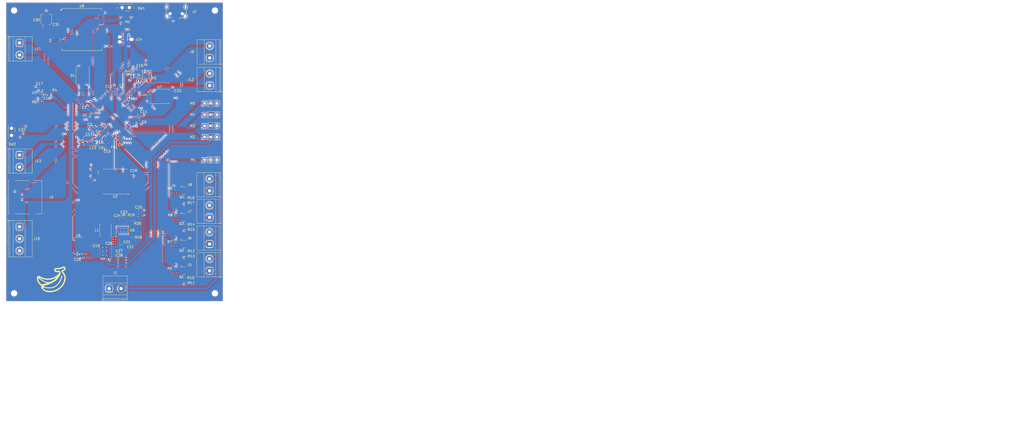
<source format=kicad_pcb>
(kicad_pcb (version 20240108) (generator "pcbnew") (generator_version "8.0")
  (layers (0 "F.Cu" signal) (1 "In1.Cu" power) (2 "In2.Cu" power) (31 "B.Cu" signal) (34 "B.Paste" user) (35 "F.Paste" user) (36 "B.SilkS" user "B.Silkscreen") (37 "F.SilkS" user "F.Silkscreen") (38 "B.Mask" user) (39 "F.Mask" user) (44 "Edge.Cuts" user))
  (net 0 "")
  (net 1 "+3.3V")
  (net 2 "GND")
  (net 3 "+3.3VA")
  (net 4 "OSC_OUT")
  (net 5 "OSC_IN")
  (net 6 "VDB")
  (net 7 "+5V")
  (net 8 "LED")
  (net 10 "Net-(U5-VCC)")
  (net 13 "Net-(J7-Pin_1)")
  (net 14 "Net-(J8-Pin_1)")
  (net 16 "SD_SCLK")
  (net 17 "SD_CS")
  (net 18 "SD_MOSI")
  (net 19 "SD_MISO")
  (net 20 "GPS_U.FL")
  (net 21 "SERVO_1")
  (net 22 "SERVO_2")
  (net 23 "SERVO_3")
  (net 24 "SERVO_4")
  (net 25 "PYRO_1")
  (net 26 "PYRO_2")
  (net 27 "PYRO_3")
  (net 28 "PYRO_4")
  (net 29 "BOOT0")
  (net 30 "Net-(SW1-B)")
  (net 31 "BAR_SCLK")
  (net 32 "BAR_SDA")
  (net 33 "RT_CS")
  (net 34 "RT_MISO")
  (net 35 "RT_INT")
  (net 36 "BAR_INT")
  (net 37 "RT_SCLK")
  (net 38 "RT_MOSI")
  (net 39 "FLASHMEM_CS")
  (net 40 "ACCEL_INT_1")
  (net 41 "FLASHMEM_MISO")
  (net 42 "GPS_RESET")
  (net 44 "WHEEL")
  (net 45 "FLASHMEM_SCLK")
  (net 47 "GYRO_INT_4")
  (net 48 "GYRO_INT_3")
  (net 49 "RT_RESET")
  (net 50 "IMU_SCLK")
  (net 51 "ACCEL_INT_2")
  (net 52 "FLASHMEM_MOSI")
  (net 53 "PYRO_1_CONT")
  (net 54 "IMU_SDA")
  (net 55 "RST")
  (net 56 "PYRO_2_CONT")
  (net 74 "PYRO_3_CONT")
  (net 76 "Net-(J5-Pin_1)")
  (net 77 "USB_D-")
  (net 78 "USB_D+")
  (net 79 "GPS_TX")
  (net 80 "GPS_RX")
  (net 81 "PYRO_4_CONT")
  (net 82 "Net-(U1-VCAP1)")
  (net 83 "Net-(U1-VCAP2)")
  (net 90 "Net-(J6-Pin_1)")
  (net 91 "GPIO_D6")
  (net 92 "GPIO_D7")
  (net 97 "GPIO_D10")
  (net 103 "GPIO_D11")
  (net 113 "GPIO_C1")
  (net 118 "GPIO_C2")
  (net 119 "SWO")
  (net 120 "SWCLK")
  (net 121 "SWDIO")
  (net 122 "Net-(SW2-A)")
  (net 123 "Net-(U5-BOOT)")
  (net 124 "Net-(U5-SW)")
  (net 125 "Net-(U5-FB)")
  (net 126 "Net-(U5-PG)")
  (footprint "Resistor_SMD:R_0402_1005Metric" (layer "F.Cu") (at 108.4375 137.123427 -90)
    (property "Reference" "R14")
    (property "Value" "10k" (hide yes))
  )
  (footprint "Connector:Tag-Connect_TC2030-IDC-NL_2x03_P1.27mm_Vertical" (layer "F.Cu") (at 83.25 60.115 180)
    (property "Reference" "J14")
    (property "Value" "Conn_ARM_SWD_TagConnect_TC2030-NL" (hide yes))
  )
  (footprint "Inductor_SMD:L_0603_1608Metric" (layer "F.Cu") (at 76.343153 103.060385 -45)
    (property "Reference" "FB1")
    (property "Value" "120R" (hide yes))
  )
  (footprint "Resistor_SMD:R_0603_1608Metric" (layer "F.Cu") (at 86.08 135.773427 -90)
    (property "Reference" "R20")
    (property "Value" "24.9k" (hide yes))
  )
  (footprint "Resistor_SMD:R_0402_1005Metric" (layer "F.Cu") (at 108.4375 126.023427 -90)
    (property "Reference" "R16")
    (property "Value" "10k" (hide yes))
  )
  (footprint "LED_SMD:LED_WS2812_PLCC6_5.0x5.0mm_P1.6mm" (layer "F.Cu") (at 65.355 75.128427 90)
    (property "Reference" "D1")
    (property "Value" "WS2812S")
  )
  (footprint "TerminalBlock_Phoenix:TerminalBlock_Phoenix_MKDS-1,5-2_1x02_P5.00mm_Horizontal" (layer "F.Cu") (at 118.16 67.828427 90)
    (property "Reference" "J9")
    (property "Value" "I2C" (hide yes))
  )
  (footprint "Resistor_SMD:R_0402_1005Metric" (layer "F.Cu") (at 108.4375 128.173427 -90)
    (property "Reference" "R17")
    (property "Value" "4.7k" (hide yes))
  )
  (footprint "Resistor_SMD:R_0402_1005Metric" (layer "F.Cu") (at 103.6875 133.273427)
    (property "Reference" "R8")
    (property "Value" "4.7k" (hide yes))
  )
  (footprint "Capacitor_SMD:C_0402_1005Metric" (layer "F.Cu") (at 74.493153 103.810385 -135)
    (property "Reference" "C9")
    (property "Value" "1u" (hide yes))
  )
  (footprint "U.FL:COAX2_U.FL-R-SMT-101_HIR" (layer "F.Cu") (at 70.405 115.528427 -90)
    (property "Reference" "J4")
    (property "Value" "~")
  )
  (footprint "Capacitor_SMD:CP_Elec_4x5.4" (layer "F.Cu") (at 50.25 52 90)
    (property "Reference" "C30")
    (property "Value" "22u" (hide yes))
  )
  (footprint "Button_Switch_SMD:SW_SPDT_PCM12" (layer "F.Cu") (at 36.08 98.578427 -90)
    (property "Reference" "SW2")
    (property "Value" "SW_SPDT")
  )
  (footprint "Capacitor_SMD:C_1206_3216Metric" (layer "F.Cu") (at 81.25 146.523427 180)
    (property "Reference" "C21")
    (property "Value" "10u" (hide yes))
  )
  (footprint "TerminalBlock_Phoenix:TerminalBlock_Phoenix_MKDS-1,5-2_1x02_P5.00mm_Horizontal" (layer "F.Cu") (at 118.11 145.318427 90)
    (property "Reference" "J6")
    (property "Value" "Pyro_2" (hide yes))
  )
  (footprint "MountingHole:MountingHole_2.2mm_M2" (layer "F.Cu") (at 120.355 165.828427)
    (property "Reference" "H4" (hide yes))
    (property "Value" "MountingHole" (hide yes))
  )
  (footprint "TerminalBlock_Phoenix:TerminalBlock_Phoenix_MKDS-1,5-2_1x02_P5.00mm_Horizontal" (layer "F.Cu") (at 118.16 79.328427 90)
    (property "Reference" "J12")
    (property "Value" "GPIO" (hide yes))
  )
  (footprint "Capacitor_SMD:C_0402_1005Metric" (layer "F.Cu") (at 40.1 96.328427 180)
    (property "Reference" "C32")
    (property "Value" "100n" (hide yes))
  )
  (footprint "MountingHole:MountingHole_2.2mm_M2" (layer "F.Cu") (at 36.855 165.828427)
    (property "Reference" "H3" (hide yes))
    (property "Value" "MountingHole" (hide yes))
  )
  (footprint "Capacitor_SMD:C_0402_1005Metric" (layer "F.Cu") (at 89.337705 93.983616 -135)
    (property "Reference" "C6")
    (property "Value" "100n" (hide yes))
  )
  (footprint "Inductor_SMD:L_Coilcraft_XAL4030-XXX" (layer "F.Cu") (at 74.83 139.523427 -90)
    (property "Reference" "L1")
    (property "Value" "3.3u" (hide yes))
  )
  (footprint "Capacitor_SMD:C_0402_1005Metric" (layer "F.Cu") (at 70.587705 97.533616 -135)
    (property "Reference" "C4")
    (property "Value" "100n" (hide yes))
  )
  (footprint "Resistor_SMD:R_0402_1005Metric" (layer "F.Cu") (at 103.6875 155.468427)
    (property "Reference" "R6")
    (property "Value" "4.7k" (hide yes))
  )
  (footprint "TerminalBlock_Phoenix:TerminalBlock_Phoenix_MKDS-1,5-3_1x03_P5.00mm_Horizontal" (layer "F.Cu") (at 39.105 138.078427 -90)
    (property "Reference" "J10")
    (property "Value" "SPI")
  )
  (footprint "Resistor_SMD:R_0402_1005Metric" (layer "F.Cu") (at 108.4375 148.223427 -90)
    (property "Reference" "R12")
    (property "Value" "10k" (hide yes))
  )
  (footprint "Resistor_SMD:R_0402_1005Metric" (layer "F.Cu") (at 108.4375 159.323427 -90)
    (property "Reference" "R10")
    (property "Value" "10k" (hide yes))
  )
  (footprint "Resistor_SMD:R_0402_1005Metric" (layer "F.Cu") (at 82.5 52.86 -90)
    (property "Reference" "R1")
    (property "Value" "10k" (hide yes))
  )
  (footprint "TerminalBlock_Phoenix:TerminalBlock_Phoenix_MKDS-1,5-2_1x02_P5.00mm_Horizontal" (layer "F.Cu") (at 118.105 123.123427 90)
    (property "Reference" "J8")
    (property "Value" "Pyro_4" (hide yes))
  )
  (footprint "Package_TO_SOT_SMD:SOT-223-3_TabPin2" (layer "F.Cu") (at 63.605 146.023427 180)
    (property "Reference" "U6")
    (property "Value" "TLV76133DCY" (hide yes))
  )
  (footprint "Resistor_SMD:R_0603_1608Metric" (layer "F.Cu") (at 86.08 142.523427 90)
    (property "Reference" "R18")
    (property "Value" "100k" (hide yes))
  )
  (footprint "Capacitor_SMD:C_0402_1005Metric" (layer "F.Cu") (at 80.687705 80.633616 -45)
    (property "Reference" "C2")
    (property "Value" "100n" (hide yes))
  )
  (footprint "Capacitor_SMD:C_0402_1005Metric" (layer "F.Cu") (at 85.6 116.51 -90)
    (property "Reference" "C29")
    (property "Value" "1u")
  )
  (footprint "Resistor_SMD:R_0402_1005Metric" (layer "F.Cu") (at 108.4375 161.473427 -90)
    (property "Reference" "R11")
    (property "Value" "4.7k" (hide yes))
  )
  (footprint "Capacitor_SMD:C_0603_1608Metric" (layer "F.Cu") (at 80.75 144.273427 180)
    (property "Reference" "C22")
    (property "Value" "220n" (hide yes))
  )
  (footprint "Package_QFP:LQFP-100_14x14mm_P0.5mm" (layer "F.Cu") (at 78.487705 91.633616 45)
    (property "Reference" "U1")
    (property "Value" "STM32F411VETx" (hide yes))
  )
  (footprint "Capacitor_SMD:C_0402_1005Metric" (layer "F.Cu") (at 54.75 52 -90)
    (property "Reference" "C31")
    (property "Value" "100n" (hide yes))
  )
  (footprint "Package_TO_SOT_SMD:SOT-23" (layer "F.Cu") (at 107.5 123.123427)
    (property "Reference" "Q4")
    (property "Value" "IRLML0030" (hide yes))
  )
  (footprint "BMP390:10LGA_2X2X0p75_BOS" (layer "F.Cu") (at 47.6424 83.068427 -90)
    (property "Reference" "U3")
    (property "Value" "BMP390" (hide yes))
  )
  (footprint "Capacitor_SMD:C_0402_1005Metric" (layer "F.Cu") (at 88.58 131.273427 180)
    (property "Reference" "C25")
    (property "Value" "10p" (hide yes))
  )
  (footprint "Capacitor_SMD:C_0402_1005Metric" (layer "F.Cu") (at 47.37 79.75 180)
    (property "Reference" "C17")
    (property "Value" "100n" (hide yes))
  )
  (footprint "RF_Module:Ai-Thinker-Ra-01-LoRa" (layer "F.Cu") (at 65 56)
    (property "Reference" "U8")
    (property "Value" "Ai-Thinker-Ra-02")
  )
  (footprint "Crystal:Crystal_SMD_3225-4Pin_3.2x2.5mm" (layer "F.Cu") (at 67.4 102.317232 -90)
    (property "Reference" "Y1")
    (property "Value" "16 MHz" (hide yes))
  )
  (footprint "Resistor_SMD:R_0402_1005Metric" (layer "F.Cu") (at 92.99 75.817027 180)
    (property "Reference" "R3")
    (property "Value" "4.7k" (hide yes))
  )
  (footprint "Capacitor_SMD:C_0402_1005Metric" (layer "F.Cu") (at 82.455 134.523427 90)
    (property "Reference" "C23")
    (property "Value" "1u" (hide yes))
  )
  (footprint "TerminalBlock_Phoenix:TerminalBlock_Phoenix_MKDS-1,5-2_1x02_P5.00mm_Horizontal" (layer "F.Cu") (at 39.105 61.578427 -90)
    (property "Reference" "J11")
    (property "Value" "GPIO")
  )
  (footprint "Resistor_SMD:R_0402_1005Metric" (layer "F.Cu") (at 52.25 81.25 -90)
    (property "Reference" "R4")
    (property "Value" "4.7k" (hide yes))
  )
  (footprint "Capacitor_SMD:C_0603_1608Metric" (layer "F.Cu") (at 77.355 146.523427)
    (property "Reference" "C26")
    (property "Value" "22u" (hide yes))
  )
  (footprint "Resistor_SMD:R_0402_1005Metric" (layer "F.Cu") (at 103.6875 144.373427)
    (property "Reference" "R7")
    (property "Value" "4.7k" (hide yes))
  )
  (footprint "Capacitor_SMD:C_0402_1005Metric" (layer "F.Cu") (at 68.855 146.073427 -90)
    (property "Reference" "C19")
    (property "Value" "1u" (hide yes))
  )
  (footprint "Capacitor_SMD:C_0402_1005Metric" (layer "F.Cu") (at 69.387705 96.333616 -135)
    (property "Reference" "C3")
    (property "Value" "100n" (hide yes))
  )
  (footprint "Capacitor_SMD:C_0402_1005Metric" (layer "F.Cu") (at 49.6924 83.068427 -90)
    (property "Reference" "C18")
    (property "Value" "100n" (hide yes))
  )
  (footprint "Package_TO_SOT_SMD:SOT-23" (layer "F.Cu") (at 107.5 134.218427)
    (property "Reference" "Q3")
    (property "Value" "IRLML0030" (hide yes))
  )
  (footprint "Capacitor_SMD:C_0402_1005Metric" (layer "F.Cu") (at 81.237705 102.083616 -135)
    (property "Reference" "C5")
    (property "Value" "100n" (hide yes))
  )
  (footprint "Resistor_SMD:R_0402_1005Metric" (layer "F.Cu") (at 103.6875 122.173427)
    (property "Reference" "R9")
    (property "Value" "4.7k" (hide yes))
  )
  (footprint "Connector_USB:USB_Micro-B_Wuerth_629105150521" (layer "F.Cu") (at 104.25 48.6 180)
    (property "Reference" "J2")
    (property "Value" "USB_B_Micro" (hide yes))
  )
  (footprint "Button_Switch_SMD:SW_SPDT_PCM12" (layer "F.Cu") (at 83.25 47.2 180)
    (property "Reference" "SW1")
    (property "Value" "SW_SPDT" (hide yes))
  )
  (footprint "TerminalBlock_Phoenix:TerminalBlock_Phoenix_MKDS-1,5-2_1x02_P5.00mm_Horizontal" (layer "F.Cu") (at 118.105 156.423427 90)
    (property "Reference" "J5")
    (property "Value" "Pyro_1" (hide yes))
  )
  (footprint "Connector_PinHeader_2.54mm:PinHeader_1x03_P2.54mm_Vertical" (layer "F.Cu") (at 116.025 100.75 90)
    (property "Reference" "M2")
    (property "Value" "Motor_Servo" (hide yes))
  )
  (footprint "Connector_PinHeader_2.54mm:PinHeader_1x03_P2.54mm_Vertical" (layer "F.Cu") (at 116.025 110.25 90)
    (property "Reference" "M1")
    (property "Value" "WHEEL" (hide yes))
  )
  (footprint "Resistor_SMD:R_0402_1005Metric" (layer "F.Cu") (at 92.99 74.667027 180)
    (property "Reference" "R2")
    (property "Value" "4.7k" (hide yes))
  )
  (footprint "Package_TO_SOT_SMD:SOT-23" (layer "F.Cu") (at 107.5 145.323427)
    (property "Reference" "Q2")
    (property "Value" "IRLML0030" (hide yes))
  )
  (footprint "Capacitor_SMD:C_0402_1005Metric" (layer "F.Cu") (at 88.555001 77.067027 180)
    (property "Reference" "C15")
    (property "Value" "100n" (hide yes))
  )
  (footprint "Capacitor_SMD:C_0402_1005Metric" (layer "F.Cu") (at 63.13 150.373427)
    (property "Reference" "C20")
    (property "Value" "2.2u" (hide yes))
  )
  (footprint "TerminalBlock_Phoenix:TerminalBlock_Phoenix_MKDS-1,5-2_1x02_P5.00mm_Horizontal" (layer "F.Cu") (at 39.105 108.263427 -90)
    (property "Reference" "J13")
    (property "Value" "GPIO")
  )
  (footprint "Connector_PinHeader_2.54mm:PinHeader_1x03_P2.54mm_Vertical" (layer "F.Cu") (at 116.025 86.8 90)
    (property "Reference" "M5")
    (property "Value" "Motor_Servo" (hide yes))
  )
  (footprint "Connector_PinHeader_2.54mm:PinHeader_1x03_P2.54mm_Vertical" (layer "F.Cu") (at 116.025 91.45 90)
    (property "Reference" "M4")
    (property "Value" "Motor_Servo" (hide yes))
  )
  (footprint "Capacitor_SMD:C_0402_1005Metric" (layer "F.Cu") (at 74.75 101.717232 -135)
    (property "Reference" "C8")
    (property "Value" "10n" (hide yes))
  )
  (footprint "TerminalBlock_Phoenix:TerminalBlock_Phoenix_MKDS-1,5-2_1x02_P5.00mm_Horizontal" (layer "F.Cu") (at 76.355 163.828427)
    (property "Reference" "J1")
    (property "Value" "BAT")
  )
  (footprint "W25QXX:SON127P600X800X80-9N" (layer "F.Cu") (at 97.305 83.898427)
    (property "Reference" "U7")
    (property "Value" "W25Q512JV" (hide yes))
  )
  (footprint "Capacitor_SMD:C_0603_1608Metric" (layer "F.Cu") (at 77.33 150.023427)
    (property "Reference" "C28")
    (property "Value" "22u" (hide yes))
  )
  (footprint "Capacitor_SMD:C_0402_1005Metric" (layer "F.Cu") (at 75.593153 104.910385 -135)
    (property "Reference" "C10")
    (property "Value" "1u" (hide yes))
  )
  (footprint "Package_TO_SOT_SMD:SOT-23" (layer "F.Cu") (at 107.5 156.418427)
    (property "Reference" "Q1")
    (property "Value" "IRLML0030" (hide yes))
  )
  (footprint "Resistor_SMD:R_0402_1005Metric" (layer "F.Cu") (at 108.4375 139.273427 -90)
    (property "Reference" "R15")
    (property "Value" "4.7k" (hide yes))
  )
  (footprint "Capacitor_SMD:C_0402_1005Metric" (layer "F.Cu") (at 70.15 103.517232 90)
    (property "Reference" "C13")
    (property "Value" "10p" (hide yes))
  )
  (footprint "RF_GPS:ublox_MAX" (layer "F.Cu") (at 78.855 119.328427 180)
    (property "Reference" "U2")
    (property "Value" "MAX-M10S")
  )
  (footprint "Resistor_SMD:R_0402_1005Metric" (layer "F.Cu") (at 108.4375 150.373427 -90)
    (property "Reference" "R13")
    (property "Value" "4.7k" (hide yes))
  )
  (footprint "BMI088:QFN_BMI085_BOS" (layer "F.Cu") (at 87.855001 74.672727)
    (property "Reference" "U4")
    (property "Value" "BMI088" (hide yes))
  )
  (footprint "Connector_Card:microSD_HC_Wuerth_693072010801" (layer "F.Cu") (at 40.2875 125.813427 90)
    (property "Reference" "J3")
    (property "Value" "Micro_SD_Card" (hide yes))
  )
  (footprint "Capacitor_SMD:C_0402_1005Metric" (layer "F.Cu") (at 102.75 81.5 90)
    (property "Reference" "C33")
    (property "Value" "100n" (hide yes))
  )
  (footprint "TerminalBlock_Phoenix:TerminalBlock_Phoenix_MKDS-1,5-2_1x02_P5.00mm_Horizontal" (layer "F.Cu") (at 118.105 134.218427 90)
    (property "Reference" "J7")
    (property "Value" "Pyro_3" (hide yes))
  )
  (footprint "Package_SO:Texas_HSOP-8-1EP_3.9x4.9mm_P1.27mm_ThermalVias" (layer "F.Cu") (at 81.83 139.523427 90)
    (property "Reference" "U5")
    (property "Value" "LMR33640DDDA" (hide yes))
  )
  (footprint "Capacitor_SMD:C_0402_1005Metric" (layer "F.Cu") (at 70.15 101.117232 90)
    (property "Reference" "C14")
    (property "Value" "10p" (hide yes))
  )
  (footprint "Resistor_SMD:R_0603_1608Metric" (layer "F.Cu") (at 88.58 133.273427 180)
    (property "Reference" "R19")
    (property "Value" "100k" (hide yes))
  )
  (footprint "MountingHole:MountingHole_2.2mm_M2" (layer "F.Cu") (at 120.355 48.078427)
    (property "Reference" "H2" (hide yes))
    (property "Value" "MountingHole" (hide yes))
  )
  (footprint "Capacitor_SMD:C_0402_1005Metric" (layer "F.Cu") (at 74.037705 100.383616 -45)
    (property "Reference" "C7")
    (property "Value" "100n" (hide yes))
  )
  (footprint "Capacitor_SMD:C_0402_1005Metric" (layer "F.Cu") (at 89.125001 72.267027)
    (property "Reference" "C16")
    (property "Value" "100n" (hide yes))
  )
  (footprint "Capacitor_SMD:C_0402_1005Metric" (layer "F.Cu") (at 89.4 91.917232 45)
    (property "Reference" "C11")
    (property "Value" "4.7u" (hide yes))
  )
  (footprint "Capacitor_SMD:C_0603_1608Metric" (layer "F.Cu") (at 77.33 148.273427)
    (property "Reference" "C27")
    (property "Value" "22u" (hide yes))
  )
  (footprint "Resistor_SMD:R_0402_1005Metric" (layer "F.Cu") (at 45.2 85)
    (property "Reference" "R5")
    (property "Value" "4.7k" (hide yes))
  )
  (footprint "Capacitor_SMD:C_0402_1005Metric" (layer "F.Cu") (at 78.8 80.767232 135)
    (property "Reference" "C12")
    (property "Value" "4.7u" (hide yes))
  )
  (footprint "Connector_PinHeader_2.54mm:PinHeader_1x03_P2.54mm_Vertical" (layer "F.Cu") (at 116.025 96.1 90)
    (property "Reference" "M3")
    (property "Value" "Motor_Servo" (hide yes))
  )
  (footprint "MountingHole:MountingHole_2.2mm_M2" (layer "F.Cu") (at 36.855 48.078427)
    (property "Reference" "H1" (hide yes))
    (property "Value" "MountingHole" (hide yes))
  )
  (footprint "Capacitor_SMD:C_0402_1005Metric" (layer "F.Cu") (at 67.55 89.15 45)
    (property "Reference" "C1")
    (property "Value" "100n" (hide yes))
  )
  (footprint "Capacitor_SMD:C_0402_1005Metric" (layer "F.Cu") (at 80.555 134.973427 180)
    (property "Reference" "C24")
    (property "Value" "100n" (hide yes))
  )
  (gr_poly (pts (xy 57.440455 154.615869) (xy 57.457955 154.617184) (xy 57.475552 154.619527) (xy 57.493423 154.622884) (xy 57.511745 154.627237) (xy 57.550449 154.638875) (xy 57.59308 154.654316) (xy 57.641055 154.673436) (xy 57.758698 154.722218) (xy 57.799574 154.738284) (xy 57.83766 154.754837) (xy 57.873141 154.772029) (xy 57.906203 154.790018) (xy 57.937033 154.808958) (xy 57.965817 154.829003) (xy 57.99274 154.850309) (xy 58.017989 154.873031) (xy 58.04175 154.897324) (xy 58.064209 154.923344) (xy 58.085551 154.951244) (xy 58.105963 154.98118) (xy 58.125631 155.013308) (xy 58.144742 155.047782) (xy 58.16348 155.084757) (xy 58.182032 155.124388) (xy 58.205862 155.179336) (xy 58.227073 155.233075) (xy 58.245647 155.285639) (xy 58.261571 155.33706) (xy 58.274829 155.38737) (xy 58.285404 155.436601) (xy 58.293282 155.484785) (xy 58.298447 155.531956) (xy 58.300884 155.578144) (xy 58.300576 155.623383) (xy 58.297509 155.667705) (xy 58.291667 155.711142) (xy 58.283035 155.753726) (xy 58.271596 155.795489) (xy 58.257336 155.836465) (xy 58.240239 155.876685) (xy 58.220289 155.916181) (xy 58.197471 155.954987) (xy 58.17177 155.993133) (xy 58.14317 156.030653) (xy 58.111655 156.067578) (xy 58.07721 156.103942) (xy 58.03982 156.139776) (xy 57.999468 156.175112) (xy 57.95614 156.209984) (xy 57.90982 156.244423) (xy 57.860492 156.278461) (xy 57.808142 156.312131) (xy 57.752752 156.345465) (xy 57.694309 156.378496) (xy 57.568198 156.443776) (xy 57.522432 156.466484) (xy 57.477895 156.489513) (xy 57.434826 156.512687) (xy 57.393462 156.535829) (xy 57.354041 156.558765) (xy 57.316801 156.581319) (xy 57.281979 156.603314) (xy 57.249814 156.624575) (xy 57.220542 156.644927) (xy 57.194402 156.664193) (xy 57.171632 156.682199) (xy 57.152468 156.698768) (xy 57.137149 156.713724) (xy 57.131006 156.720543) (xy 57.125913 156.726893) (xy 57.1219 156.732752) (xy 57.118997 156.738098) (xy 57.117233 156.742909) (xy 57.116639 156.747163) (xy 57.116967 156.752079) (xy 57.117941 156.757554) (xy 57.121765 156.770094) (xy 57.127987 156.784618) (xy 57.136482 156.800962) (xy 57.147127 156.818959) (xy 57.159799 156.838445) (xy 57.174371 156.859253) (xy 57.190722 156.881219) (xy 57.208726 156.904177) (xy 57.228259 156.927962) (xy 57.249199 156.952409) (xy 57.27142 156.977352) (xy 57.294798 157.002625) (xy 57.31921 157.028064) (xy 57.344532 157.053503) (xy 57.370639 157.078776) (xy 57.469624 157.180649) (xy 57.565219 157.292496) (xy 57.65701 157.413375) (xy 57.744585 157.542347) (xy 57.827529 157.678471) (xy 57.905429 157.820807) (xy 57.977873 157.968413) (xy 58.044445 158.12035) (xy 58.104734 158.275677) (xy 58.158326 158.433454) (xy 58.204807 158.59274) (xy 58.243764 158.752594) (xy 58.274784 158.912076) (xy 58.297452 159.070246) (xy 58.311357 159.226163) (xy 58.316083 159.378886) (xy 58.310938 159.553984) (xy 58.295757 159.737216) (xy 58.270923 159.927455) (xy 58.236819 160.123576) (xy 58.193826 160.32445) (xy 58.142327 160.528953) (xy 58.082705 160.735956) (xy 58.015341 160.944334) (xy 57.940619 161.152961) (xy 57.858921 161.360709) (xy 57.770628 161.566451) (xy 57.676124 161.769063) (xy 57.575791 161.967416) (xy 57.470011 162.160384) (xy 57.359167 162.346841) (xy 57.243641 162.52566) (xy 57.161526 162.641777) (xy 57.066936 162.764364) (xy 56.961287 162.892119) (xy 56.845995 163.023739) (xy 56.722476 163.157922) (xy 56.592147 163.293366) (xy 56.456422 163.428769) (xy 56.316718 163.562828) (xy 56.174451 163.694241) (xy 56.031036 163.821707) (xy 55.887891 163.943922) (xy 55.74643 164.059584) (xy 55.608069 164.167391) (xy 55.474226 164.266042) (xy 55.346314 164.354233) (xy 55.225751 164.430662) (xy 55.013616 164.551351) (xy 54.795693 164.664598) (xy 54.572644 164.770239) (xy 54.34513 164.868107) (xy 54.113813 164.958038) (xy 53.879354 165.039866) (xy 53.642414 165.113426) (xy 53.403655 165.178552) (xy 53.163739 165.235079) (xy 52.923326 165.282842) (xy 52.683079 165.321675) (xy 52.443658 165.351413) (xy 52.205726 165.371891) (xy 51.969944 165.382943) (xy 51.736973 165.384404) (xy 51.507474 165.376109) (xy 51.272789 165.359115) (xy 51.049814 165.337056) (xy 50.837856 165.309664) (xy 50.636223 165.276671) (xy 50.444223 165.237807) (xy 50.261163 165.192803) (xy 50.08635 165.141392) (xy 49.919093 165.083304) (xy 49.758698 165.018271) (xy 49.604473 164.946024) (xy 49.455726 164.866294) (xy 49.311764 164.778812) (xy 49.171895 164.683311) (xy 49.035426 164.57952) (xy 48.901665 164.467172) (xy 48.769919 164.345997) (xy 48.674788 164.253884) (xy 48.587646 164.165047) (xy 48.508213 164.07896) (xy 48.436212 163.995094) (xy 48.371364 163.912923) (xy 48.313388 163.831921) (xy 48.262006 163.751558) (xy 48.216938 163.67131) (xy 48.19517 163.626323) (xy 48.861643 163.626323) (xy 48.862586 163.639359) (xy 48.865388 163.653307) (xy 48.876388 163.683773) (xy 48.894293 163.717403) (xy 48.91875 163.753874) (xy 48.949408 163.792867) (xy 48.985916 163.834062) (xy 49.027922 163.877137) (xy 49.075076 163.921774) (xy 49.127025 163.96765) (xy 49.183418 164.014446) (xy 49.243903 164.061842) (xy 49.30813 164.109516) (xy 49.375747 164.15715) (xy 49.446403 164.204421) (xy 49.519745 164.251011) (xy 49.595423 164.296598) (xy 49.719362 164.369582) (xy 49.838164 164.4353) (xy 49.953307 164.494093) (xy 50.06627 164.546302) (xy 50.17853 164.592268) (xy 50.291565 164.632333) (xy 50.406853 164.666838) (xy 50.525873 164.696123) (xy 50.650101 164.72053) (xy 50.781017 164.740399) (xy 50.920097 164.756073) (xy 51.06882 164.767891) (xy 51.228664 164.776195) (xy 51.401107 164.781327) (xy 51.789701 164.783436) (xy 52.081968 164.779867) (xy 52.326033 164.773404) (xy 52.433528 164.768597) (xy 52.533221 164.762477) (xy 52.626526 164.754848) (xy 52.71486 164.745514) (xy 52.799639 164.734278) (xy 52.882278 164.720943) (xy 52.964194 164.705315) (xy 53.046803 164.687195) (xy 53.13152 164.666388) (xy 53.219761 164.642698) (xy 53.412479 164.585881) (xy 53.567558 164.539265) (xy 53.715826 164.491761) (xy 53.858079 164.442975) (xy 53.995113 164.392514) (xy 54.127723 164.339987) (xy 54.256706 164.285) (xy 54.382856 164.22716) (xy 54.506971 164.166075) (xy 54.629846 164.101352) (xy 54.752276 164.032598) (xy 54.875057 163.959421) (xy 54.998986 163.881427) (xy 55.124858 163.798225) (xy 55.253468 163.70942) (xy 55.385613 163.614621) (xy 55.522089 163.513435) (xy 55.74742 163.33537) (xy 55.962787 163.145596) (xy 56.167819 162.944804) (xy 56.362143 162.733686) (xy 56.545388 162.512937) (xy 56.717181 162.283247) (xy 56.877151 162.04531) (xy 57.024925 161.799818) (xy 57.160131 161.547463) (xy 57.282397 161.288938) (xy 57.391352 161.024935) (xy 57.486623 160.756147) (xy 57.567837 160.483266) (xy 57.634624 160.206985) (xy 57.686611 159.927996) (xy 57.723426 159.646992) (xy 57.733619 159.501962) (xy 57.735194 159.355578) (xy 57.728293 159.208304) (xy 57.713062 159.060608) (xy 57.689645 158.912952) (xy 57.658188 158.765804) (xy 57.618834 158.619626) (xy 57.571729 158.474886) (xy 57.517017 158.332047) (xy 57.454843 158.191575) (xy 57.385352 158.053935) (xy 57.308688 157.919592) (xy 57.224997 157.789011) (xy 57.134422 157.662657) (xy 57.037108 157.540996) (xy 56.933201 157.424492) (xy 56.886683 157.374708) (xy 56.844827 157.328181) (xy 56.807332 157.284361) (xy 56.773899 157.242702) (xy 56.744228 157.202654) (xy 56.718019 157.163671) (xy 56.694973 157.125205) (xy 56.67479 157.086708) (xy 56.65717 157.047632) (xy 56.641814 157.007429) (xy 56.628421 156.965552) (xy 56.616692 156.921453) (xy 56.606328 156.874585) (xy 56.597028 156.824398) (xy 56.588493 156.770346) (xy 56.580423 156.711882) (xy 56.565582 156.564101) (xy 56.562083 156.502965) (xy 56.562233 156.449063) (xy 56.563918 156.424528) (xy 56.566806 156.401445) (xy 56.570994 156.379695) (xy 56.576578 156.35916) (xy 56.583656 156.33972) (xy 56.592324 156.321257) (xy 56.602679 156.303652) (xy 56.614819 156.286785) (xy 56.628839 156.270539) (xy 56.644837 156.254794) (xy 56.662911 156.239431) (xy 56.683156 156.224332) (xy 56.705669 156.209378) (xy 56.730548 156.19445) (xy 56.78779 156.164195) (xy 56.855657 156.132617) (xy 56.934923 156.098766) (xy 57.130756 156.020439) (xy 57.222903 155.982775) (xy 57.306347 155.946341) (xy 57.381316 155.910878) (xy 57.415694 155.893431) (xy 57.448038 155.876129) (xy 57.478377 155.858941) (xy 57.506739 155.841835) (xy 57.533153 155.824777) (xy 57.557647 155.807737) (xy 57.58025 155.790681) (xy 57.60099 155.773577) (xy 57.619895 155.756393) (xy 57.636995 155.739096) (xy 57.652316 155.721656) (xy 57.665889 155.704038) (xy 57.67774 155.68621) (xy 57.687899 155.668142) (xy 57.696394 155.649799) (xy 57.703254 155.63115) (xy 57.708506 155.612163) (xy 57.71218 155.592805) (xy 57.714303 155.573043) (xy 57.714905 155.552847) (xy 57.714013 155.532183) (xy 57.711656 155.511019) (xy 57.707863 155.489322) (xy 57.702661 155.467061) (xy 57.69608 155.444203) (xy 57.688147 155.420717) (xy 57.688147 155.420704) (xy 57.668006 155.377462) (xy 57.644423 155.340338) (xy 57.631247 155.32407) (xy 57.617098 155.309332) (xy 57.601939 155.296124) (xy 57.585732 155.284445) (xy 57.56844 155.274296) (xy 57.550025 155.265677) (xy 57.53045 155.258587) (xy 57.509678 155.253026) (xy 57.48767 155.248996) (xy 57.46439 155.246495) (xy 57.413863 155.246081) (xy 57.357795 155.251786) (xy 57.295889 155.26361) (xy 57.227843 155.281552) (xy 57.153358 155.305612) (xy 57.072135 155.335791) (xy 56.983874 155.372088) (xy 56.888275 155.414504) (xy 56.785038 155.463038) (xy 56.691136 155.505217) (xy 56.594413 155.54448) (xy 56.494528 155.580892) (xy 56.391138 155.614512) (xy 56.283904 155.645404) (xy 56.172485 155.67363) (xy 56.056538 155.699251) (xy 55.935724 155.72233) (xy 55.809701 155.742928) (xy 55.678127 155.761108) (xy 55.396966 155.79046) (xy 55.089512 155.810882) (xy 54.753037 155.822871) (xy 54.648232 155.82547) (xy 54.555551 155.828122) (xy 54.474218 155.831041) (xy 54.403457 155.834447) (xy 54.3718 155.8364) (xy 54.342495 155.838556) (xy 54.315445 155.840941) (xy 54.290555 155.843584) (xy 54.267726 155.846511) (xy 54.246862 155.849749) (xy 54.227867 155.853326) (xy 54.210642 155.857269) (xy 54.195092 155.861604) (xy 54.18112 155.866359) (xy 54.168627 155.871561) (xy 54.157519 155.877237) (xy 54.147697 155.883414) (xy 54.139065 155.89012) (xy 54.131526 155.897381) (xy 54.124983 155.905225) (xy 54.11934 155.913679) (xy 54.114498 155.922769) (xy 54.110362 155.932524) (xy 54.106835 155.94297) (xy 54.103819 155.954134) (xy 54.101218 155.966043) (xy 54.098935 155.978725) (xy 54.096872 155.992207) (xy 54.094716 156.008636) (xy 54.09351 156.026079) (xy 54.093214 156.044389) (xy 54.093786 156.063423) (xy 54.095184 156.083036) (xy 54.097368 156.103082) (xy 54.100297 156.123419) (xy 54.103928 156.1439) (xy 54.10822 156.164381) (xy 54.113133 156.184717) (xy 54.118624 156.204764) (xy 54.124653 156.224377) (xy 54.131178 156.243411) (xy 54.138157 156.261722) (xy 54.14555 156.279165) (xy 54.153315 156.295594) (xy 54.167717 156.320509) (xy 54.182542 156.342448) (xy 54.198877 156.361575) (xy 54.217806 156.378056) (xy 54.240414 156.392057) (xy 54.267787 156.403743) (xy 54.30101 156.413279) (xy 54.341168 156.420831) (xy 54.389345 156.426564) (xy 54.446629 156.430643) (xy 54.592852 156.434502) (xy 54.78852 156.433731) (xy 55.042313 156.429652) (xy 55.218248 156.428314) (xy 55.379548 156.42954) (xy 55.524146 156.433247) (xy 55.589536 156.436005) (xy 55.649975 156.439352) (xy 55.705205 156.443278) (xy 55.754968 156.447772) (xy 55.799005 156.452824) (xy 55.837058 156.458424) (xy 55.868868 156.464562) (xy 55.894177 156.471226) (xy 55.912727 156.478407) (xy 55.919386 156.482188) (xy 55.924259 156.486094) (xy 55.942758 156.508719) (xy 55.961122 156.539094) (xy 55.979218 156.576539) (xy 55.99691 156.620371) (xy 56.014065 156.669909) (xy 56.030548 156.724469) (xy 56.046226 156.78337) (xy 56.060962 156.845929) (xy 56.074624 156.911466) (xy 56.087076 156.979296) (xy 56.107815 157.119112) (xy 56.115833 157.189733) (xy 56.122105 157.25992) (xy 56.126495 157.328991) (xy 56.12887 157.396263) (xy 56.122002 157.534115) (xy 56.101709 157.679863) (xy 56.068455 157.832639) (xy 56.022706 157.991575) (xy 55.964927 158.155802) (xy 55.895582 158.324454) (xy 55.815137 158.49666) (xy 55.724057 158.671554) (xy 55.622808 158.848267) (xy 55.511853 159.02593) (xy 55.391659 159.203676) (xy 55.26269 159.380637) (xy 55.125411 159.555944) (xy 54.980288 159.728729) (xy 54.827786 159.898124) (xy 54.668369 160.063261) (xy 54.458373 160.262762) (xy 54.231283 160.458717) (xy 53.988193 160.650559) (xy 53.7302 160.83772) (xy 53.458399 161.019629) (xy 53.173886 161.195721) (xy 52.877756 161.365425) (xy 52.571105 161.528173) (xy 52.255028 161.683397) (xy 51.930621 161.830528) (xy 51.598979 161.968999) (xy 51.261198 162.09824) (xy 50.918374 162.217683) (xy 50.571601 162.326759) (xy 50.221976 162.424901) (xy 49.870594 162.51154) (xy 49.723901 162.546102) (xy 49.587378 162.580333) (xy 49.463919 162.613241) (xy 49.356418 162.643833) (xy 49.267769 162.671118) (xy 49.231418 162.683211) (xy 49.200865 162.694104) (xy 49.176472 162.703674) (xy 49.158601 162.711797) (xy 49.147613 162.71835) (xy 49.144813 162.720998) (xy 49.143869 162.723207) (xy 49.144751 162.737278) (xy 49.147366 162.751689) (xy 49.151671 162.766407) (xy 49.157622 162.781401) (xy 49.174286 162.812085) (xy 49.197007 162.843482) (xy 49.225432 162.875333) (xy 49.259212 162.907381) (xy 49.297993 162.939367) (xy 49.341426 162.971033) (xy 49.389158 163.00212) (xy 49.440838 163.032369) (xy 49.496114 163.061524) (xy 49.554636 163.089324) (xy 49.616052 163.115512) (xy 49.68001 163.139829) (xy 49.74616 163.162018) (xy 49.814148 163.181819) (xy 49.94552 163.213229) (xy 50.094523 163.241281) (xy 50.258617 163.265922) (xy 50.435257 163.287101) (xy 50.816009 163.318865) (xy 51.216439 163.336159) (xy 51.616208 163.338571) (xy 51.994975 163.325686) (xy 52.170127 163.313379) (xy 52.332401 163.297092) (xy 52.479255 163.276775) (xy 52.608146 163.252375) (xy 52.721219 163.224569) (xy 52.837713 163.191646) (xy 52.956915 163.153948) (xy 53.078112 163.111816) (xy 53.20059 163.065592) (xy 53.323637 163.015615) (xy 53.446539 162.962229) (xy 53.568583 162.905772) (xy 53.689056 162.846587) (xy 53.807245 162.785014) (xy 53.922437 162.721395) (xy 54.033919 162.656071) (xy 54.140977 162.589382) (xy 54.242899 162.52167) (xy 54.338971 162.453276) (xy 54.428479 162.384541) (xy 54.604021 162.232065) (xy 54.773485 162.068282) (xy 54.936913 161.893131) (xy 55.094347 161.706548) (xy 55.245828 161.508472) (xy 55.391397 161.298842) (xy 55.531095 161.077595) (xy 55.664964 160.844668) (xy 55.793046 160.600001) (xy 55.915381 160.343531) (xy 56.032011 160.075196) (xy 56.142978 159.794934) (xy 56.248322 159.502683) (xy 56.348085 159.198381) (xy 56.442309 158.881966) (xy 56.531034 158.553376) (xy 56.538794 158.524439) (xy 56.547477 158.497166) (xy 56.557012 158.471567) (xy 56.567331 158.447653) (xy 56.578362 158.425434) (xy 56.590037 158.40492) (xy 56.602286 158.386122) (xy 56.615038 158.369049) (xy 56.628225 158.353714) (xy 56.641775 158.340124) (xy 56.655621 158.328292) (xy 56.669691 158.318227) (xy 56.683916 158.30994) (xy 56.698227 158.303441) (xy 56.712553 158.29874) (xy 56.726824 158.295848) (xy 56.740972 158.294775) (xy 56.754926 158.295531) (xy 56.768616 158.298127) (xy 56.781973 158.302573) (xy 56.794927 158.308879) (xy 56.807409 158.317056) (xy 56.819347 158.327114) (xy 56.830673 158.339064) (xy 56.841318 158.352915) (xy 56.85121 158.368678) (xy 56.86028 158.386363) (xy 56.868459 158.405981) (xy 56.875677 158.427542) (xy 56.881864 158.451057) (xy 56.886951 158.476535) (xy 56.890867 158.503987) (xy 56.894261 158.575066) (xy 56.888923 158.662847) (xy 56.875378 158.765676) (xy 56.854154 158.8819) (xy 56.825779 159.009864) (xy 56.790778 159.147916) (xy 56.703011 159.447667) (xy 56.595069 159.767924) (xy 56.47117 160.095456) (xy 56.335529 160.417035) (xy 56.264624 160.571458) (xy 56.192365 160.719432) (xy 56.047533 160.995315) (xy 55.893607 161.259292) (xy 55.73075 161.511197) (xy 55.559129 161.750866) (xy 55.37891 161.978132) (xy 55.190256 162.19283) (xy 54.993335 162.394796) (xy 54.78831 162.583863) (xy 54.575348 162.759866) (xy 54.354614 162.92264) (xy 54.126272 163.07202) (xy 53.89049 163.207839) (xy 53.647431 163.329934) (xy 53.397262 163.438137) (xy 53.140147 163.532285) (xy 52.876252 163.612211) (xy 52.741466 163.644216) (xy 52.585101 163.671466) (xy 52.410049 163.694003) (xy 52.219204 163.71187) (xy 52.015462 163.725105) (xy 51.801714 163.733753) (xy 51.355782 163.737446) (xy 50.904557 163.72328) (xy 50.471191 163.691585) (xy 50.26844 163.669268) (xy 50.078836 163.642693) (xy 49.905271 163.611901) (xy 49.750641 163.576933) (xy 49.649965 163.552373) (xy 49.554437 163.531596) (xy 49.464241 163.51458) (xy 49.421201 163.507477) (xy 49.379564 163.501306) (xy 49.339353 163.496066) (xy 49.300592 163.491753) (xy 49.263304 163.488365) (xy 49.227511 163.4859) (xy 49.193238 163.484354) (xy 49.160508 163.483726) (xy 49.129343 163.484012) (xy 49.099767 163.48521) (xy 49.071804 163.487318) (xy 49.045476 163.490333) (xy 49.020807 163.494252) (xy 48.99782 163.499073) (xy 48.976539 163.504794) (xy 48.956986 163.51141) (xy 48.939185 163.518921) (xy 48.923158 163.527323) (xy 48.908931 163.536614) (xy 48.896524 163.546792) (xy 48.885963 163.557853) (xy 48.87727 163.569795) (xy 48.870468 163.582615) (xy 48.865581 163.596312) (xy 48.862631 163.610882) (xy 48.861643 163.626323) (xy 48.19517 163.626323) (xy 48.177907 163.590648) (xy 48.144633 163.509046) (xy 48.116836 163.425976) (xy 48.094238 163.340911) (xy 48.076559 163.253325) (xy 48.063521 163.16269) (xy 48.054845 163.068478) (xy 48.050251 162.970164) (xy 48.044698 162.836082) (xy 48.041059 162.780316) (xy 48.036251 162.730938) (xy 48.033271 162.708379) (xy 48.029832 162.687099) (xy 48.025878 162.666992) (xy 48.021355 162.647953) (xy 48.016207 162.629874) (xy 48.010378 162.612651) (xy 48.003812 162.596177) (xy 47.996454 162.580346) (xy 47.988249 162.565053) (xy 47.979141 162.550191) (xy 47.969074 162.535655) (xy 47.957993 162.521338) (xy 47.945843 162.507135) (xy 47.932567 162.49294) (xy 47.91811 162.478647) (xy 47.902417 162.46415) (xy 47.867099 162.434119) (xy 47.82617 162.402001) (xy 47.779183 162.366947) (xy 47.725696 162.328111) (xy 47.5525 162.194795) (xy 47.390186 162.054348) (xy 47.23889 161.907081) (xy 47.098746 161.753301) (xy 46.969888 161.593321) (xy 46.85245 161.42745) (xy 46.746566 161.255998) (xy 46.652372 161.079275) (xy 46.570002 160.897591) (xy 46.499589 160.711257) (xy 46.441269 160.520581) (xy 46.395176 160.325875) (xy 46.361443 160.127448) (xy 46.340206 159.925611) (xy 46.333655 159.76965) (xy 46.823054 159.76965) (xy 46.823582 159.780828) (xy 46.826129 159.806132) (xy 46.830486 159.835591) (xy 46.836434 159.869474) (xy 46.843757 159.908049) (xy 46.878233 160.063238) (xy 46.918157 160.213931) (xy 46.963516 160.360098) (xy 47.014302 160.501706) (xy 47.070504 160.638726) (xy 47.132111 160.771126) (xy 47.199113 160.898876) (xy 47.271499 161.021943) (xy 47.34926 161.140297) (xy 47.432385 161.253908) (xy 47.520864 161.362744) (xy 47.614686 161.466774) (xy 47.713841 161.565967) (xy 47.818319 161.660292) (xy 47.928109 161.749718) (xy 48.043201 161.834214) (xy 48.452424 162.123491) (xy 49.468424 161.862434) (xy 49.865962 161.760679) (xy 50.198675 161.672815) (xy 50.329561 161.63678) (xy 50.430847 161.607442) (xy 50.498067 161.585876) (xy 50.517508 161.578344) (xy 50.526758 161.573158) (xy 50.52765 161.571071) (xy 50.527692 161.568786) (xy 50.526902 161.566309) (xy 50.525298 161.563649) (xy 50.51972 161.55781) (xy 50.511104 161.55133) (xy 50.499593 161.544271) (xy 50.485334 161.536695) (xy 50.46847 161.528665) (xy 50.449147 161.520242) (xy 50.403699 161.502466) (xy 50.350149 161.483862) (xy 50.289653 161.464928) (xy 50.223371 161.446159) (xy 50.059538 161.396575) (xy 49.889018 161.338216) (xy 49.713062 161.271734) (xy 49.532919 161.19778) (xy 49.349842 161.117004) (xy 49.16508 161.030058) (xy 48.979883 160.937594) (xy 48.795503 160.840261) (xy 48.61319 160.738712) (xy 48.434195 160.633597) (xy 48.259768 160.525567) (xy 48.09116 160.415275) (xy 47.929621 160.303369) (xy 47.776403 160.190503) (xy 47.632754 160.077326) (xy 47.499927 159.964491) (xy 47.499924 159.964491) (xy 47.471358 159.940785) (xy 47.441385 159.91739) (xy 47.410256 159.894449) (xy 47.378216 159.872108) (xy 47.345515 159.85051) (xy 47.312401 159.829802) (xy 47.279121 159.810127) (xy 47.245924 159.79163) (xy 47.213058 159.774456) (xy 47.180771 159.75875) (xy 47.14931 159.744656) (xy 47.118924 159.732318) (xy 47.089861 159.721883) (xy 47.062369 159.713494) (xy 47.036696 159.707296) (xy 47.013089 159.703434) (xy 46.977004 159.699842) (xy 46.945331 159.697179) (xy 46.917855 159.695715) (xy 46.894358 159.695719) (xy 46.884033 159.696355) (xy 46.874622 159.697459) (xy 46.866098 159.699064) (xy 46.858432 159.701204) (xy 46.851599 159.703912) (xy 46.84557 159.707223) (xy 46.840319 159.711169) (xy 46.835819 159.715784) (xy 46.832042 159.721102) (xy 46.828961 159.727157) (xy 46.82655 159.733981) (xy 46.824781 159.741609) (xy 46.823626 159.750074) (xy 46.82306 159.75941) (xy 46.823054 159.76965) (xy 46.333655 159.76965) (xy 46.331598 159.720672) (xy 46.335755 159.512944) (xy 46.339768 159.425243) (xy 46.340103 159.419107) (xy 47.547442 159.419107) (xy 47.548371 159.425966) (xy 47.558288 159.445122) (xy 47.578354 159.471038) (xy 47.607856 159.503123) (xy 47.646081 159.54079) (xy 47.692316 159.583449) (xy 47.805962 159.681387) (xy 47.943091 159.792222) (xy 48.097996 159.911244) (xy 48.264972 160.033738) (xy 48.438315 160.154991) (xy 48.698337 160.323477) (xy 48.956788 160.476956) (xy 49.21309 160.615304) (xy 49.466662 160.738397) (xy 49.716928 160.846112) (xy 49.963307 160.938324) (xy 50.205222 161.014909) (xy 50.442093 161.075742) (xy 50.673342 161.120701) (xy 50.898389 161.149661) (xy 51.116657 161.162498) (xy 51.327566 161.159088) (xy 51.530537 161.139306) (xy 51.724992 161.103029) (xy 51.818845 161.078667) (xy 51.910352 161.050134) (xy 51.999441 161.017415) (xy 52.086039 160.980494) (xy 52.242042 160.905184) (xy 52.402077 160.822846) (xy 52.564551 160.734555) (xy 52.727872 160.641385) (xy 52.89045 160.544413) (xy 53.050691 160.444711) (xy 53.207006 160.343357) (xy 53.357801 160.241423) (xy 53.501485 160.139986) (xy 53.636468 160.040119) (xy 53.761156 159.942899) (xy 53.873959 159.849399) (xy 53.973284 159.760695) (xy 54.057541 159.677861) (xy 54.125138 159.601973) (xy 54.152191 159.566969) (xy 54.174482 159.534105) (xy 54.174482 159.534098) (xy 54.201228 159.490687) (xy 54.223085 159.453043) (xy 54.239795 159.421145) (xy 54.251101 159.394973) (xy 54.254645 159.384028) (xy 54.256742 159.374506) (xy 54.257358 159.366405) (xy 54.256461 159.359723) (xy 54.25402 159.354457) (xy 54.25 159.350604) (xy 54.244371 159.348162) (xy 54.2371 159.347128) (xy 54.228155 159.3475) (xy 54.217503 159.349274) (xy 54.19095 159.357022) (xy 54.157183 159.370351) (xy 54.115944 159.38924) (xy 54.066974 159.413669) (xy 54.010014 159.443617) (xy 53.871094 159.519987) (xy 53.77321 159.571774) (xy 53.665477 159.623726) (xy 53.548958 159.675513) (xy 53.42472 159.726804) (xy 53.157339 159.826574) (xy 52.871851 159.920392) (xy 52.576772 160.00561) (xy 52.280617 160.079583) (xy 51.991904 160.139665) (xy 51.852999 160.16367) (xy 51.719147 160.18321) (xy 51.499475 160.208432) (xy 51.279719 160.225903) (xy 51.059964 160.235642) (xy 50.840291 160.237672) (xy 50.620784 160.232012) (xy 50.401525 160.218683) (xy 50.182596 160.197706) (xy 49.964081 160.169101) (xy 49.746061 160.13289) (xy 49.52862 160.089093) (xy 49.311841 160.03773) (xy 49.095806 159.978822) (xy 48.880598 159.91239) (xy 48.666299 159.838455) (xy 48.452992 159.757036) (xy 48.24076 159.668156) (xy 48.108607 159.612099) (xy 47.983895 159.561002) (xy 47.869436 159.515858) (xy 47.76804 159.477659) (xy 47.682519 159.447397) (xy 47.64659 159.435552) (xy 47.615684 159.426065) (xy 47.590152 159.419057) (xy 47.570346 159.414654) (xy 47.556617 159.41298) (xy 47.552141 159.413205) (xy 47.549317 159.414158) (xy 47.547442 159.419107) (xy 46.340103 159.419107) (xy 46.34405 159.346793) (xy 46.348869 159.276756) (xy 46.354495 159.214295) (xy 46.361196 159.158572) (xy 46.365033 159.132976) (xy 46.36924 159.108751) (xy 46.37385 159.085792) (xy 46.378897 159.063994) (xy 46.384414 159.043253) (xy 46.390435 159.023464) (xy 46.396993 159.004523) (xy 46.404122 158.986325) (xy 46.411856 158.968764) (xy 46.420228 158.951738) (xy 46.429272 158.93514) (xy 46.439022 158.918866) (xy 46.44951 158.902813) (xy 46.460771 158.886874) (xy 46.472838 158.870945) (xy 46.485744 158.854922) (xy 46.514211 158.822175) (xy 46.54644 158.787795) (xy 46.5827 158.750944) (xy 46.641828 158.696548) (xy 46.700522 158.649809) (xy 46.75934 158.610781) (xy 46.78897 158.594175) (xy 46.81884 158.579515) (xy 46.84902 158.566809) (xy 46.87958 158.556063) (xy 46.91059 158.547283) (xy 46.942119 158.540475) (xy 46.974237 158.535647) (xy 47.007014 158.532805) (xy 47.040519 158.531954) (xy 47.074823 158.533102) (xy 47.109996 158.536256) (xy 47.146106 158.541421) (xy 47.221419 158.557811) (xy 47.301321 158.582324) (xy 47.386371 158.615013) (xy 47.477125 158.655928) (xy 47.574143 158.705123) (xy 47.677982 158.762647) (xy 47.7892 158.828553) (xy 47.947843 158.919454) (xy 48.116098 159.006747) (xy 48.292827 159.090134) (xy 48.476895 159.169314) (xy 48.667164 159.243988) (xy 48.862497 159.313857) (xy 49.061758 159.378619) (xy 49.26381 159.437976) (xy 49.467515 159.491629) (xy 49.671737 159.539276) (xy 49.875338 159.580619) (xy 50.077183 159.615357) (xy 50.276134 159.643192) (xy 50.471054 159.663822) (xy 50.660806 159.67695) (xy 50.844254 159.682274) (xy 50.975758 159.679753) (xy 51.115437 159.672366) (xy 51.262041 159.660368) (xy 51.41432 159.64402) (xy 51.730896 159.599303) (xy 52.055162 159.540282) (xy 52.377113 159.469024) (xy 52.686744 159.387596) (xy 52.833814 159.343714) (xy 52.974052 159.298065) (xy 53.106208 159.250906) (xy 53.229032 159.202498) (xy 53.425401 159.113805) (xy 53.626555 159.010549) (xy 53.830003 158.894871) (xy 54.033256 158.768909) (xy 54.233821 158.634803) (xy 54.429208 158.494693) (xy 54.616926 158.350716) (xy 54.794484 158.205014) (xy 54.959393 158.059726) (xy 55.109159 157.91699) (xy 55.241294 157.778947) (xy 55.353306 157.647736) (xy 55.400988 157.58536) (xy 55.442704 157.525495) (xy 55.478145 157.468408) (xy 55.506998 157.414365) (xy 55.528952 157.363635) (xy 55.543696 157.316485) (xy 55.550919 157.273183) (xy 55.550309 157.233995) (xy 55.529145 157.036439) (xy 54.788312 157.001161) (xy 54.635777 156.991638) (xy 54.487459 156.979221) (xy 54.346913 156.964324) (xy 54.217694 156.947361) (xy 54.158443 156.938233) (xy 54.103358 156.928744) (xy 54.052882 156.918944) (xy 54.00746 156.908887) (xy 53.967536 156.898623) (xy 53.933555 156.888203) (xy 53.905962 156.877681) (xy 53.885199 156.867106) (xy 53.850271 156.846078) (xy 53.816939 156.821497) (xy 53.78523 156.793572) (xy 53.755169 156.762513) (xy 53.726782 156.72853) (xy 53.700096 156.69183) (xy 53.675135 156.652625) (xy 53.651927 156.611122) (xy 53.630496 156.567532) (xy 53.610868 156.522063) (xy 53.577127 156.426328) (xy 53.55091 156.32559) (xy 53.532424 156.221524) (xy 53.521875 156.115804) (xy 53.51947 156.010105) (xy 53.525417 155.906101) (xy 53.539921 155.805467) (xy 53.550446 155.756936) (xy 53.563189 155.709875) (xy 53.578174 155.664494) (xy 53.595428 155.621002) (xy 53.614977 155.579608) (xy 53.636845 155.540521) (xy 53.66106 155.503951) (xy 53.687647 155.470106) (xy 53.74569 155.40487) (xy 53.773037 155.378422) (xy 53.801418 155.355674) (xy 53.832444 155.336316) (xy 53.867729 155.320038) (xy 53.908884 155.30653) (xy 53.957522 155.295481) (xy 54.015255 155.286582) (xy 54.083695 155.279523) (xy 54.164455 155.273994) (xy 54.259148 155.269684) (xy 54.496777 155.263483) (xy 54.809482 155.258439) (xy 55.14673 155.251439) (xy 55.292104 155.245851) (xy 55.42519 155.238154) (xy 55.548395 155.227812) (xy 55.664128 155.214287) (xy 55.774796 155.19704) (xy 55.882808 155.175536) (xy 55.990573 155.149236) (xy 56.100497 155.117603) (xy 56.214989 155.0801) (xy 56.336458 155.036188) (xy 56.467312 154.985332) (xy 56.609957 154.926993) (xy 56.940259 154.785716) (xy 56.940256 154.785719) (xy 57.106515 154.714116) (xy 57.173589 154.685942) (xy 57.231847 154.662688) (xy 57.282705 154.644229) (xy 57.327579 154.630441) (xy 57.348214 154.625261) (xy 57.367885 154.621202) (xy 57.386767 154.618248) (xy 57.405038 154.616385) (xy 57.422875 154.615597)) (stroke (width -0.000001)) (fill solid) (layer "F.SilkS"))
  (gr_line (start 33.605 91.578427) (end 33.605 44.828427) (stroke (width 0.05)) (layer "Edge.Cuts"))
  (gr_line (start 33.605 169.078427) (end 33.605 91.578427) (stroke (width 0.05)) (layer "Edge.Cuts"))
  (gr_line (start 123.605 169.078427) (end 33.605 169.078427) (stroke (width 0.05)) (layer "Edge.Cuts"))
  (gr_line (start 123.605 91.578427) (end 123.605 44.828427) (stroke (width 0.05)) (layer "Edge.Cuts"))
  (gr_line (start 123.605 91.578427) (end 123.605 169.078427) (stroke (width 0.05)) (layer "Edge.Cuts"))
  (gr_line (start 33.605 44.828427) (end 123.605 44.828427) (stroke (width 0.05)) (layer "Edge.Cuts"))
  (segment (start 69.727116 95.994205) (end 69.727116 95.444458) (width 0.3) (layer "F.Cu") (net 1))
  (segment (start 84.5 58.25) (end 84.52 58.27) (width 0.5) (layer "F.Cu") (net 1))
  (segment (start 82.132911 102.3) (end 81.577116 101.744205) (width 0.5) (layer "F.Cu") (net 1))
  (segment (start 71.512903 97.194205) (end 70.927116 97.194205) (width 0.3) (layer "F.Cu") (net 1))
  (segment (start 68.5 98.5) (end 60.5 98.5) (width 0.5) (layer "F.Cu") (net 1))
  (segment (start 101.2 83.263427) (end 101.2 81.993427) (width 0.5) (layer "F.Cu") (net 1))
  (segment (start 67.471178 89.75) (end 68.118808 89.75) (width 0.3) (layer "F.Cu") (net 1))
  (segment (start 50.25 60.671573) (end 51.895 60.671573) (width 0.5) (layer "F.Cu") (net 1))
  (segment (start 53.75 75.75) (end 60.5 82.5) (width 1.25) (layer "F.Cu") (net 1))
  (segment (start 102.75 81.98) (end 106.42 81.98) (width 0.5) (layer "F.Cu") (net 1))
  (segment (start 80.348294 80.294205) (end 80.129091 80.513408) (width 0.3) (layer "F.Cu") (net 1))
  (segment (start 51.5 73.5) (end 50.75 72.75) (width 1.25) (layer "F.Cu") (net 1))
  (segment (start 82.132911 102.3) (end 87.01 102.3) (width 0.5) (layer "F.Cu") (net 1))
  (segment (start 52.836573 52.48) (end 54.75 52.48) (width 0.5) (layer "F.Cu") (net 1))
  (segment (start 75.932564 104.570974) (end 75.946258 104.570974) (width 0.5) (layer "F.Cu") (net 1))
  (segment (start 83.605 116.028427) (end 83.605 117.128427) (width 0.5) (layer "F.Cu") (net 1))
  (segment (start 102.175 93.75) (end 102.175 92.825) (width 0.75) (layer "F.Cu") (net 1))
  (segment (start 75.946258 104.570974) (end 76.9 103.617232) (width 0.5) (layer "F.Cu") (net 1))
  (segment (start 60.5 98.5) (end 60.5 85) (width 1.25) (layer "F.Cu") (net 1))
  (segment (start 93.355 120.078427) (end 93.355 116.078427) (width 1.25) (layer "F.Cu") (net 1))
  (segment (start 102.767027 72.267027) (end 93.5 72.267027) (width 0.5) (layer "F.Cu") (net 1))
  (segment (start 86.433427 127) (end 93.355 120.078427) (width 1.25) (layer "F.Cu") (net 1))
  (segment (start 72.75 100.992499) (end 72.75 103.5) (width 0.5) (layer "F.Cu") (net 1))
  (segment (start 106.45 81.95) (end 106.5 82) (width 0.5) (layer "F.Cu") (net 1))
  (segment (start 102.175 99.825) (end 101.375 100.625) (width 1.25) (layer "F.Cu") (net 1))
  (segment (start 102.736573 81.993427) (end 102.75 81.98) (width 0.5) (layer "F.Cu") (net 1))
  (segment (start 106.5 76) (end 102.767027 72.267027) (width 0.5) (layer "F.Cu") (net 1))
  (segment (start 83.606573 116.03) (end 83.605 116.028427) (width 0.5) (layer "F.Cu") (net 1))
  (segment (start 76.25 108.75) (end 60.5 108.75) (width 0.5) (layer "F.Cu") (net 1))
  (segment (start 88.075001 77.067027) (end 88.075001 77.924999) (width 0.5) (layer "F.Cu") (net 1))
  (segment (start 67.210589 89.489411) (end 67.471178 89.75) (width 0.3) (layer "F.Cu") (net 1))
  (segment (start 70.366456 96.633544) (end 68.5 98.5) (width 0.5) (layer "F.Cu") (net 1))
  (segment (start 87.378001 74.108327) (end 89.332002 74.108327) (width 0.3) (layer "F.Cu") (net 1))
  (segment (start 44.69 78.81) (end 50.75 72.75) (width 0.5) (layer "F.Cu") (net 1))
  (segment (start 48.449799 82.588427) (end 48.4298 82.568428) (width 0.3) (layer "F.Cu") (net 1))
  (segment (start 70 106.25) (end 60.5 106.25) (width 0.5) (layer "F.Cu") (net 1))
  (segment (start 53.5 75.75) (end 49.6924 79.5576) (width 0.5) (layer "F.Cu") (net 1))
  (segment (start 87.355002 74.085328) (end 87.378001 74.108327) (width 0.3) (layer "F.Cu") (net 1))
  (segment (start 60.455 133.545) (end 67 127) (width 1.25) (layer "F.Cu") (net 1))
  (segment (start 49.6924 82.588427) (end 48.449799 82.588427) (width 0.3) (layer "F.Cu") (net 1))
  (segment (start 88.075001 77.067027) (end 88.355 76.787028) (width 0.3) (layer "F.Cu") (net 1))
  (segment (start 81 49.26) (end 81 50.816573) (width 0.5) (layer "F.Cu") (net 1))
  (segment (start 47.8924 79.7924) (end 47.8924 82.281027) (width 0.3) (layer "F.Cu") (net 1))
  (segment (start 47.85 79.75) (end 47.85 78.4) (width 0.5) (layer "F.Cu") (net 1))
  (segment (start 101.375 100.625) (end 99.125 102.875) (width 1.25) (layer "F.Cu") (net 1))
  (segment (start 102.175 95.25) (end 102.175 93.75) (width 0.75) (layer "F.Cu") (net 1))
  (segment (start 52.25 80.74) (end 52.25 80.25) (width 0.5) (layer "F.Cu") (net 1))
  (segment (start 67 127) (end 86.433427 127) (width 1.25) (layer "F.Cu") (net 1))
  (segment (start 44.69 85) (end 44.69 78.81) (width 0.5) (layer "F.Cu") (net 1))
  (segment (start 50.25 53.8) (end 51.516573 53.8) (width 0.5) (layer "F.Cu") (net 1))
  (segment (start 81.527227 101.744205) (end 80.379216 100.596194) (width 0.3) (layer "F.Cu") (net 1))
  (segment (start 80.129091 81.506949) (end 79.672109 81.963931) (width 0.3) (layer "F.Cu") (net 1))
  (segment (start 50.25 60.671573) (end 50.25 72.25) (width 1.25) (layer "F.Cu") (net 1))
  (segment (start 106.5 87.25) (end 106.5 82) (width 0.5) (layer "F.Cu") (net 1))
  (segment (start 70.366456 96.633544) (end 70.927116 97.194205) (width 0.5) (layer "F.Cu") (net 1))
  (segment (start 77 108) (end 76.25 108.75) (width 0.5) (layer "F.Cu") (net 1))
  (segment (start 47.85 78.4) (end 52.125 74.125) (width 0.5) (layer "F.Cu") (net 1))
  (segment (start 60.5 106.25) (end 60.5 98.5) (width 1.25) (layer "F.Cu") (net 1))
  (segment (start 102.175 98) (end 102.175 95.25) (width 1) (layer "F.Cu") (net 1))
  (segment (start 60.455 146.023427) (end 60.455 133.545) (width 1.25) (layer "F.Cu") (net 1))
  (segment (start 101.2 81.993427) (end 102.736573 81.993427) (width 0.5) (layer "F.Cu") (net 1))
  (segment (start 89.355001 73.517027) (end 89.355001 72.517027) (width 0.3) (layer "F.Cu") (net 1))
  (segment (start 89.355001 72.517027) (end 89.605001 72.267027) (width 0.3) (layer "F.Cu") (net 1))
  (segment (start 72.75 103.5) (end 70 106.25) (width 0.5) (layer "F.Cu") (net 1))
  (segment (start 87.01 102.3) (end 93.355 108.645) (width 0.5) (layer "F.Cu") (net 1))
  (segment (start 81.577116 101.744205) (end 81.527227 101.744205) (width 0.3) (layer "F.Cu") (net 1))
  (segment (start 38.7375 125.713427) (end 46.786573 125.713427) (width 0.5) (layer "F.Cu") (net 1))
  (segment (start 93.5 74.667027) (end 93.5 72.267027) (width 0.5) (layer "F.Cu") (net 1))
  (segment (start 93.355 108.645) (end 93.355 116.078427) (width 1.25) (layer "F.Cu") (net 1))
  (segment (start 52.25 80.25) (end 55 77.5) (width 0.5) (layer "F.Cu") (net 1))
  (segment (start 53.75 75.75) (end 53.5 75.75) (width 0.5) (layer "F.Cu") (net 1))
  (segment (start 84.52 59.48) (end 84.52 58.27) (width 0.5) (layer "F.Cu") (net 1))
  (segment (start 52.75 119.75) (end 60.5 119.75) (width 0.5) (layer "F.Cu") (net 1))
  (segment (start 77 105.63841) (end 77 108) (width 0.5) (layer "F.Cu") (net 1))
  (segment (start 75.932564 104.570974) (end 77 105.63841) (width 0.5) (layer "F.Cu") (net 1))
  (segment (start 87.355002 73.517027) (end 87.355002 74.085328) (width 0.3) (layer "F.Cu") (net 1))
  (segment (start 89.355001 74.085328) (end 89.355001 73.517027) (width 0.3) (layer "F.Cu") (net 1))
  (segment (start 88.15739 92.81802) (end 88.95045 93.61108) (width 0.3) (layer "F.Cu") (net 1))
  (segment (start 99.125 102.875) (end 93.355 108.645) (width 1.25) (layer "F.Cu") (net 1))
  (segment (start 47.3924 83.3576) (end 47.3924 83.855827) (width 0.3) (layer "F.Cu") (net 1))
  (segment (start 47.8924 82.281027) (end 47.8924 82.8576) (width 0.3) (layer "F.Cu") (net 1))
  (segment (start 80.129091 80.513408) (end 80.129091 81.506949) (width 0.3) (layer "F.Cu") (net 1))
  (segment (start 81.25 72.5) (end 85 68.75) (width 0.5) (layer "F.Cu") (net 1))
  (segment (start 73.921917 99.820582) (end 73.698294 100.044205) (width 0.3) (layer "F.Cu") (net 1))
  (segment (start 54.75 52.48) (end 55.203427 52.48) (width 0.5) (layer "F.Cu") (net 1))
  (segment (start 55.723427 53) (end 57 53) (width 0.5) (layer "F.Cu") (net 1))
  (segment (start 91.5 72.267027) (end 89.605001 72.267027) (width 0.5) (layer "F.Cu") (net 1))
  (segment (start 102.175 92.825) (end 102.175 91.575) (width 0.5) (layer "F.Cu") (net 1))
  (segment (start 68.118808 89.75) (end 68.81802 90.449212) (width 0.3) (layer "F.Cu") (net 1))
  (segment (start 74.54338 99.820582) (end 73.921917 99.820582) (width 0.3) (layer "F.Cu") (net 1))
  (segment (start 69.727116 95.444458) (end 70.585787 94.585787) (width 0.3) (layer "F.Cu") (net 1))
  (segment (start 85.6 116.03) (end 93.306573 116.03) (width 0.5) (layer "F.Cu") (net 1))
  (segment (start 60.5 85) (end 60.5 82.5) (width 1.25) (layer "F.Cu") (net 1))
  (segment (start 93.5 75.817027) (end 93.5 76.75) (width 0.5) (layer "F.Cu") (net 1))
  (segment (start 73.698294 100.044205) (end 72.75 100.992499) (width 0.5) (layer "F.Cu") (net 1))
  (segment (start 50.25 72.25) (end 51.5 73.5) (width 1.25) (layer "F.Cu") (net 1))
  (segment (start 88.355 76.787028) (end 88.355 75.828427) (width 0.3) (layer "F.Cu") (net 1))
  (segment (start 69.727116 95.994205) (end 70.366456 96.633544) (width 0.5) (layer "F.Cu") (net 1))
  (segment (start 49.6924 79.5576) (end 49.6924 82.588427) (width 0.5) (layer "F.Cu") (net 1))
  (segment (start 67.210589 89.489411) (end 62.721178 85) (width 0.5) (layer "F.Cu") (net 1))
  (segment (start 91.5 70.75) (end 91.5 72.267027) (width 0.5) (layer "F.Cu") (net 1))
  (segment (start 93.5 72.267027) (end 92.5 72.267027) (width 0.5) (layer "F.Cu") (net 1))
  (segment (start 72.353554 96.353554) (end 71.512903 97.194205) (width 0.3) (layer "F.Cu") (net 1))
  (segment (start 106.5 82) (end 106.5 76) (width 0.5) (layer "F.Cu") (net 1))
  (segment (start 60.5 120.5) (end 60.5 108.75) (width 1.25) (layer "F.Cu") (net 1))
  (segment (start 85 68.75) (end 91.5 68.75) (width 0.5) (layer "F.Cu") (net 1))
  (segment (start 51.516573 53.8) (end 52.836573 52.48) (width 0.5) (layer "F.Cu") (net 1))
  (segment (start 47.8924 82.8576) (end 47.3924 83.3576) (width 0.3) (layer "F.Cu") (net 1))
  (segment (start 52.125 74.125) (end 51.5 73.5) (width 1.25) (layer "F.Cu") (net 1))
  (segment (start 92.5 72.267027) (end 91.5 72.267027) (width 0.5) (layer "F.Cu") (net 1))
  (segment (start 102.175 91.575) (end 106.5 87.25) (width 0.5) (layer "F.Cu") (net 1))
  (segment (start 89.677116 93.644205) (end 102.069205 93.644205) (width 0.5) (layer "F.Cu") (net 1))
  (segment (start 52.125 74.125) (end 53.75 75.75) (width 1.25) (layer "F.Cu") (net 1))
  (segment (start 85.6 116.03) (end 83.606573 116.03) (width 0.5) (layer "F.Cu") (net 1))
  (segment (start 75.181981 99.181981) (end 74.54338 99.820582) (width 0.3) (layer "F.Cu") (net 1))
  (segment (start 89.332002 74.108327) (end 89.355001 74.085328) (width 0.3) (layer "F.Cu") (net 1))
  (segment (start 89.643991 93.61108) (end 89.677116 93.644205) (width 0.3) (layer "F.Cu") (net 1))
  (segment (start 80.348294 80.294205) (end 81.25 79.392499) (width 0.5) (layer "F.Cu") (net 1))
  (segment (start 93.5 74.667027) (end 93.5 75.817027) (width 0.5) (layer "F.Cu") (net 1))
  (segment (start 47.85 79.75) (end 47.8924 79.7924) (width 0.3) (layer "F.Cu") (net 1))
  (segment (start 102.069205 93.644205) (end 102.175 93.75) (width 0.5) (layer "F.Cu") (net 1))
  (segment (start 60.5 108.75) (end 60.5 106.25) (width 1.25) (layer "F.Cu") (net 1))
  (segment (start 102.175 98.075) (end 102.175 99.825) (width 1.25) (layer "F.Cu") (net 1))
  (segment (start 62.721178 85) (end 60.5 85) (width 0.5) (layer "F.Cu") (net 1))
  (segment (start 55.203427 52.48) (end 55.723427 53) (width 0.5) (layer "F.Cu") (net 1))
  (segment (start 88.95045 93.61108) (end 89.643991 93.61108) (width 0.3) (layer "F.Cu") (net 1))
  (segment (start 81.25 79.392499) (end 81.25 72.5) (width 0.5) (layer "F.Cu") (net 1))
  (segment (start 67 127) (end 60.5 120.5) (width 1.25) (layer "F.Cu") (net 1))
  (segment (start 46.786573 125.713427) (end 52.75 119.75) (width 0.5) (layer "F.Cu") (net 1))
  (segment (start 50.25 60.671573) (end 50.25 54.05) (width 1.25) (layer "F.Cu") (net 1))
  (segment (start 106.42 81.98) (end 106.45 81.95) (width 0.5) (layer "F.Cu") (net 1))
  (via (at 84.5 58.25) (size 0.7) (drill 0.3) (layers "F.Cu" "B.Cu") (net 1))
  (via (at 91.5 70.75) (size 0.7) (drill 0.3) (layers "F.Cu" "B.Cu") (net 1))
  (via (at 51.895 60.671573) (size 0.7) (drill 0.3) (layers "F.Cu" "B.Cu") (net 1))
  (via (at 88.075001 77.924999) (size 0.7) (drill 0.3) (layers "F.Cu" "B.Cu") (net 1))
  (via (at 93.5 76.75) (size 0.7) (drill 0.3) (layers "F.Cu" "B.Cu") (net 1))
  (via (at 91.5 68.75) (size 0.7) (drill 0.3) (layers "F.Cu" "B.Cu") (net 1))
  (via (at 81 50.816573) (size 0.7) (drill 0.3) (layers "F.Cu" "B.Cu") (net 1))
  (segment (start 81 50.816573) (end 67.183427 50.816573) (width 0.5) (layer "B.Cu") (net 1))
  (segment (start 88.5 76.75) (end 88.075001 77.174999) (width 0.5) (layer "B.Cu") (net 1))
  (segment (start 91.5 67.5) (end 91.5 68.75) (width 0.5) (layer "B.Cu") (net 1))
  (segment (start 84.5 60.5) (end 91.5 67.5) (width 0.5) (layer "B.Cu") (net 1))
  (segment (start 84.5 58.25) (end 84.5 60.5) (width 0.5) (layer "B.Cu") (net 1))
  (segment (start 88.075001 77.174999) (end 88.075001 77.924999) (width 0.5) (layer "B.Cu") (net 1))
  (segment (start 57.328427 60.671573) (end 51.895 60.671573) (width 0.5) (layer "B.Cu") (net 1))
  (segment (start 67.183427 50.816573) (end 57.328427 60.671573) (width 0.5) (layer "B.Cu") (net 1))
  (segment (start 93.5 76.75) (end 88.5 76.75) (width 0.5) (layer "B.Cu") (net 1))
  (segment (start 39.25 100.828427) (end 37.51 100.828427) (width 0.5) (layer "F.Cu") (net 2))
  (segment (start 90.75 91.577821) (end 89.739411 91.577821) (width 0.5) (layer "F.Cu") (net 2))
  (segment (start 103.1775 154.0725) (end 103.1775 155.468427) (width 0.5) (layer "F.Cu") (net 2))
  (segment (start 81.98 59.48) (end 81.98 57.23) (width 0.3) (layer "F.Cu") (net 2))
  (segment (start 89.75 95.074733) (end 88.998294 94.323027) (width 0.5) (layer "F.Cu") (net 2))
  (segment (start 103.1775 131.8225) (end 103.1775 133.273427) (width 0.5) (layer "F.Cu") (net 2))
  (segment (start 103.5 142.75) (end 104.1825 142.75) (width 0.5) (layer "F.Cu") (net 2))
  (segment (start 72.053426 114.053426) (end 70.4004 114.053426) (width 0.5) (layer "F.Cu") (net 2))
  (segment (start 102.75 80.25) (end 102.75 80.99) (width 0.5) (layer "F.Cu") (net 2))
  (segment (start 105.273427 146.273427) (end 106.5625 146.273427) (width 1.25) (layer "F.Cu") (net 2))
  (segment (start 104.426573 124.073427) (end 103.426573 124.073427) (width 1.25) (layer "F.Cu") (net 2))
  (segment (start 107.516573 161.983427) (end 108.4375 161.983427) (width 0.5) (layer "F.Cu") (net 2))
  (segment (start 69.505025 98.626346) (end 69.505025 98.616296) (width 0.5) (layer "F.Cu") (net 2))
  (segment (start 107.5 128.683427) (end 108.4375 128.683427) (width 0.5) (layer "F.Cu") (net 2))
  (segment (start 46.568428 82.568428) (end 46.855 82.568428) (width 0.3) (layer "F.Cu") (net 2))
  (segment (start 92.25 85.803427) (end 93.41 85.803427) (width 0.3) (layer "F.Cu") (net 2))
  (segment (start 81.027116 80.973027) (end 81.027116 81.31603) (width 0.3) (layer "F.Cu") (net 2))
  (segment (start 70.646195 103.037232) (end 71.105 102.578427) (width 0.3) (layer "F.Cu") (net 2))
  (segment (start 104.2 131.4) (end 103.6 131.4) (width 0.5) (layer "F.Cu") (net 2))
  (segment (start 69.505025 98.616296) (end 70.248294 97.873027) (width 0.5) (layer "F.Cu") (net 2))
  (segment (start 80.75 56) (end 75.5 56) (width 0.3) (layer "F.Cu") (net 2))
  (segment (start 72.75 95.25) (end 73.25 95.25) (width 0.3) (layer "F.Cu") (net 2))
  (segment (start 103.6 131.4) (end 103.1775 131.8225) (width 0.5) (layer "F.Cu") (net 2))
  (segment (start 66.55 103.417232) (end 65.332768 103.417232) (width 0.5) (layer "F.Cu") (net 2))
  (segment (start 63.755 72.678427) (end 63.755 71.255) (width 0.5) (layer "F.Cu") (net 2))
  (segment (start 74.410589 102.056643) (end 73.605 102.862232) (width 0.5) (layer "F.Cu") (net 2))
  (segment (start 74 101.100143) (end 74 101.646054) (width 0.5) (layer "F.Cu") (net 2))
  (segment (start 73 63) (end 74.566573 63) (width 0.5) (layer "F.Cu") (net 2))
  (segment (start 103.1775 144.373427) (end 103.1775 143.0725) (width 0.5) (layer "F.Cu") (net 2))
  (segment (start 105.426573 124.073427) (end 104.426573 124.073427) (width 1.25) (layer "F.Cu") (net 2))
  (segment (start 104.373427 146.273427) (end 103.473427 146.273427) (width 1.25) (layer "F.Cu") (net 2))
  (segment (start 89.035001 77.067027) (end 89.035001 77.964999) (width 0.5) (layer "F.Cu") (net 2))
  (segment (start 73.605 103.601054) (end 74.153742 104.149796) (width 0.5) (layer "F.Cu") (net 2))
  (segment (start 68.221321 97.5) (end 69.048294 96.673027) (width 0.5) (layer "F.Cu") (net 2))
  (segment (start 67.25 88.171178) (end 67.25 87.75) (width 0.5) (layer "F.Cu") (net 2))
  (segment (start 50.798427 83.548427) (end 49.6924 83.548427) (width 0.3) (layer "F.Cu") (net 2))
  (segment (start 80.025662 100.949748) (end 80.664264 101.58835) (width 0.3) (layer "F.Cu") (net 2))
  (segment (start 73 49) (end 74.566573 49) (width 0.5) (layer "F.Cu") (net 2))
  (segment (start 88.855002 76.887028) (end 88.855002 75.828427) (width 0.3) (layer "F.Cu") (net 2))
  (segment (start 52.25 84.25) (end 51.5 84.25) (width 0.3) (layer "F.Cu") (net 2))
  (segment (start 46.25 81) (end 46.25 82.25) (width 0.3) (layer "F.Cu") (net 2))
  (segment (start 105.418427 135.168427) (end 104.581573 135.168427) (width 1.25) (layer "F.Cu") (net 2))
  (segment (start 73.605 102.862232) (end 73.605 103.601054) (width 0.5) (layer "F.Cu") (net 2))
  (segment (start 70.15 100.637232) (end 70.15 100) (width 0.5) (layer "F.Cu") (net 2))
  (segment (start 85.6 116.99) (end 86.49 116.99) (width 0.5) (layer "F.Cu") (net 2))
  (segment (start 68.25 99.881371) (end 69.505025 98.626346) (width 0.5) (layer "F.Cu") (net 2))
  (segment (start 55.668287 51) (end 57 51) (width 0.5) (layer "F.Cu") (net 2))
  (segment (start 57 49) (end 57 51) (width 1.25) (layer "F.Cu") (net 2))
  (segment (start 68.25 101.217232) (end 68.25 99.881371) (width 0.5) (layer "F.Cu") (net 2))
  (segment (start 72.378427 117.128427) (end 72.25 117) (width 0.5) (layer "F.Cu") (net 2))
  (segment (start 85.6 116.99) (end 85.6 123.15) (width 0.5) (layer "F.Cu") (net 2))
  (segment (start 52.843427 51.52) (end 54.75 51.52) (width 0.5) (layer "F.Cu") (net 2))
  (segment (start 105.273427 146.273427) (end 104.373427 146.273427) (width 1.25) (layer "F.Cu") (net 2))
  (segment (start 68.75 117.003428) (end 70.4004 117.003428) (width 0.5) (layer "F.Cu") (net 2))
  (segment (start 93.41 84.533427) (end 93.41 85.803427) (width 0.3) (layer "F.Cu") (net 2))
  (segment (start 72.928427 114.928427) (end 72.053426 114.053426) (width 0.5) (layer "F.Cu") (net 2))
  (segment (start 88.645001 72.267027) (end 87.982973 72.267027) (width 0.5) (layer "F.Cu") (net 2))
  (segment (start 74.105 117.128427) (end 72.378427 117.128427) (width 0.5) (layer "F.Cu") (net 2))
  (segment (start 105.268427 157.368427) (end 102.631573 157.368427) (width 1.25) (layer "F.Cu") (net 2))
  (segment (start 48.4298 83.568426) (end 48.4298 83.088427) (width 0.3) (layer "F.Cu") (net 2))
  (segment (start 88.855002 73.517027) (end 88.855002 72.477028) (width 0.3) (layer "F.Cu") (net 2))
  (segment (start 78.460589 79.25) (end 78.460589 80.427821) (width 0.5) (layer "F.Cu") (net 2))
  (segment (start 88.955291 94.323027) (end 87.803837 93.171573) (width 0.3) (layer "F.Cu") (net 2))
  (segment (start 88.998294 94.323027) (end 88.955291 94.323027) (width 0.3) (layer "F.Cu") (net 2))
  (segment (start 68.75 114.053426) (end 70.4004 114.053426) (width 0.5) (layer "F.Cu") (net 2))
  (segment (start 107.5 150.883427) (end 108.4375 150.883427) (width 0.5) (layer "F.Cu") (net 2))
  (segment (start 74.751769 105.751769) (end 75.253742 105.249796) (width 0.5) (layer "F.Cu") (net 2))
  (segment (start 85.021573 123.728427) (end 83.605 123.728427) (width 0.5) (layer "F.Cu") (net 2))
  (segment (start 87.855001 72.394999) (end 87.982973 72.267027) (width 0.3) (layer "F.Cu") (net 2))
  (segment (start 46.855 83.645) (end 46.75 83.75) (width 0.3) (layer "F.Cu") (net 2))
  (segment (start 74.377116 100.723027) (end 74 101.100143) (width 0.5) (layer "F.Cu") (net 2))
  (segment (start 81.027116 81.31603) (end 80.025662 82.317484) (width 0.3) (layer "F.Cu") (net 2))
  (segment (start 72.246572 117.003428) (end 70.4004 117.003428) (width 0.5) (layer "F.Cu") (net 2))
  (segment (start 86.241548 75.828427) (end 86.355001 75.828427) (width 0.3) (layer "F.Cu") (net 2))
  (segment (start 65.332768 103.417232) (end 65 103.75) (width 0.5) (layer "F.Cu") (net 2))
  (segment (start 81.55 80.450143) (end 81.027116 80.973027) (width 0.5) (layer "F.Cu") (net 2))
  (segment (start 69.171573 90.095659) (end 67.889411 88.813497) (width 0.3) (layer "F.Cu") (net 2))
  (segment (start 74.105 114.928427) (end 72.928427 114.928427) (width 0.5) (layer "F.Cu") (net 2))
  (segment (start 103.426573 124.073427) (end 102.573427 124.073427) (width 1.25) (layer "F.Cu") (net 2))
  (segment (start 81.725267 103.25) (end 80.898294 102.423027) (width 0.5) (layer "F.Cu") (net 2))
  (segment (start 74 101.646054) (end 74.410589 102.056643) (width 0.5) (layer "F.Cu") (net 2))
  (segment (start 37.25 123.5) (end 38.724073 123.5) (width 0.3) (layer "F.Cu") (net 2))
  (segment (start 80.664264 102.188997) (end 80.898294 102.423027) (width 0.3) (layer "F.Cu") (net 2))
  (segment (start 51.5 84.25) (end 50.798427 83.548427) (width 0.3) (layer "F.Cu") (net 2))
  (segment (start 74.153742 104.149796) (end 75.253742 105.249796) (width 0.5) (layer "F.Cu") (net 2))
  (segment (start 104.581573 135.168427) (end 103.668427 135.168427) (width 1.25) (layer "F.Cu") (net 2))
  (segment (start 50.25 50.2) (end 51.523427 50.2) (width 0.5) (layer "F.Cu") (net 2))
  (segment (start 103.1775 143.0725) (end 103.5 142.75) (width 0.5) (layer "F.Cu") (net 2))
  (segment (start 85.5 49.26) (end 85.5 50.816573) (width 0.5) (layer "F.Cu") (net 2))
  (segment (start 81.55 80.45) (end 81.55 80.450143) (width 0.5) (layer "F.Cu") (net 2))
  (segment (start 38.724073 123.5) (end 38.7375 123.513427) (width 0.3) (layer "F.Cu") (net 2))
  (segment (start 67.889411 88.813497) (end 67.889411 88.810589) (width 0.3) (layer "F.Cu") (net 2))
  (segment (start 82.455 134.043427) (end 82.455 133.25) (width 0.5) (layer "F.Cu") (net 2))
  (segment (start 72 96) (end 72.75 95.25) (width 0.3) (layer "F.Cu") (net 2))
  (segment (start 103.5 153.75) (end 103.1775 154.0725) (width 0.5) (layer "F.Cu") (net 2))
  (segment (start 84.95 77.119975) (end 86.241548 75.828427) (width 0.3) (layer "F.Cu") (net 2))
  (segment (start 41.5 96.328427) (end 40.58 96.328427) (width 0.5) (layer "F.Cu") (net 2))
  (segment (start 103.473427 146.273427) (end 102.626573 146.273427) (width 1.25) (layer "F.Cu") (net 2))
  (segment (start 46.89 80.36) (end 46.25 81) (width 0.3) (layer "F.Cu") (net 2))
  (segment (start 67.25 87.75) (end 67.25 88) (width 0.5) (layer "F.Cu") (net 2))
  (segment (start 81.98 57.23) (end 80.75 56) (width 0.3) (layer "F.Cu") (net 2))
  (segment (start 107.5 139.783427) (end 108.4375 139.783427) (width 0.5) (layer "F.Cu") (net 2))
  (segment (start 102.95 52.45) (end 102.95 50.5) (width 0.3) (layer "F.Cu") (net 2))
  (segment (start 63.755 71.255) (end 63.75 71.25) (width 0.5) (layer "F.Cu") (net 2))
  (segment (start 102.95 52.45) (end 102.95 52.55) (width 0.3) (layer "F.Cu") (net 2))
  (segment (start 46.75 83.75) (end 46.75 84.75) (width 0.3) (layer "F.Cu") (net 2))
  (segment (start 105.418427 135.168427) (end 106.5625 135.168427) (width 1.25) (layer "F.Cu") (net 2))
  (segment (start 106.5625 157.368427) (end 105.331573 157.368427) (width 1.25) (layer "F.Cu") (net 2))
  (segment (start 80.664264 101.58835) (end 80.664264 102.188997) (width 0.3) (layer "F.Cu") (net 2))
  (segment (start 49.6924 83.548427) (end 48.449799 83.548427) (width 0.3) (layer "F.Cu") (net 2))
  (segment (start 50.25 50.2) (end 50.25 48.276573) (width 0.5) (layer "F.Cu") (net 2))
  (segment (start 55.148287 51.52) (end 55.668287 51) (width 0.5) (layer "F.Cu") (net 2))
  (segment (start 87.855001 72.394999) (end 87.855001 73.517027) (width 0.3) (layer "F.Cu") (net 2))
  (segment (start 70.15 103.037232) (end 70.646195 103.037232) (width 0.3) (layer "F.Cu") (net 2))
  (segment (start 46.25 82.25) (end 46.568428 82.568428) (width 0.3) (layer "F.Cu") (net 2))
  (segment (start 46.855 83.568426) (end 46.855 83.645) (width 0.3) (layer "F.Cu") (net 2))
  (segment (start 65 103.75) (end 64 103.75) (width 0.5) (layer "F.Cu") (net 2))
  (segment (start 88.855002 72.477028) (end 88.645001 72.267027) (width 0.3) (layer "F.Cu") (net 2))
  (segment (start 103.1775 122.173427) (end 103.1775 121.0725) (width 0.5) (layer "F.Cu") (net 2))
  (segment (start 89.75 95.25) (end 89.75 95.074733) (width 0.5) (layer "F.Cu") (net 2))
  (segment (start 82.25 103.25) (end 81.725267 103.25) (width 0.5) (layer "F.Cu") (net 2))
  (segment (start 104.1975 153.75) (end 103.5 153.75) (width 0.5) (layer "F.Cu") (net 2))
  (segment (start 46 79.75) (end 46.89 79.75) (width 0.5) (layer "F.Cu") (net 2))
  (segment (start 48.449799 83.548427) (end 48.4298 83.568426) (width 0.3) (layer "F.Cu") (net 2))
  (segment (start 89.035001 77.067027) (end 88.855002 76.887028) (width 0.3) (layer "F.Cu") (net 2))
  (segment (start 74.377116 100.723027) (end 74.377116 100.693952) (width 0.3) (layer "F.Cu") (net 2))
  (segment (start 74.377116 100.693952) (end 75.535534 99.535534) (width 0.3) (layer "F.Cu") (net 2))
  (segment (start 85.6 123.15) (end 85.021573 123.728427) (width 0.5) (layer "F.Cu") (net 2))
  (segment (start 103.668427 135.168427) (end 102.831573 135.168427) (width 1.25) (layer "F.Cu") (net 2))
  (segment (start 51.523427 50.2) (end 52.843427 51.52) (width 0.5) (layer "F.Cu") (net 2))
  (segment (start 72.25 117) (end 72.246572 117.003428) (width 0.5) (layer "F.Cu") (net 2))
  (segment (start 67.889411 88.810589) (end 67.25 88.171178) (width 0.5) (layer "F.Cu") (net 2))
  (segment (start 54.75 51.52) (end 55.148287 51.52) (width 0.5) (layer "F.Cu") (net 2))
  (segment (start 105.426573 124.073427) (end 106.5625 124.073427) (width 1.25) (layer "F.Cu") (net 2))
  (segment (start 46.89 79.75) (end 46.89 80.36) (width 0.3) (layer "F.Cu") (net 2))
  (via (at 87 78.75) (size 0.6) (drill 0.25) (layers "F.Cu" "B.Cu") (net 2))
  (via (at 78.460589 79.25) (size 0.7) (drill 0.3) (layers "F.Cu" "B.Cu") (net 2))
  (via (at 75.5 56) (size 0.6) (drill 0.25) (layers "F.Cu" "B.Cu") (net 2))
  (via (at 66.105 149.328427) (size 0.7) (drill 0.3) (layers "F.Cu" "B.Cu") (net 2))
  (via (at 104.5 84.533427) (size 0.6) (drill 0.25) (layers "F.Cu" "B.Cu") (net 2))
  (via (at 78.105 142.328427) (size 0.7) (drill 0.3) (layers "F.Cu" "B.Cu") (net 2))
  (via (at 63.75 71.25) (size 0.7) (drill 0.3) (layers "F.Cu" "B.Cu") (net 2))
  (via (at 68 79.5) (size 0.6) (drill 0.25) (layers "F.Cu" "B.Cu") (net 2))
  (via (at 87.75 96.25) (size 0.6) (drill 0.25) (layers "F.Cu" "B.Cu") (net 2))
  (via (at 86.25 84.75) (size 0.6) (drill 0.25) (layers "F.Cu" "B.Cu") (net 2))
  (via (at 80.75 85) (size 0.6) (drill 0.25) (layers "F.Cu" "B.Cu") (net 2))
  (via (at 81.55 80.45) (size 0.7) (drill 0.3) (layers "F.Cu" "B.Cu") (net 2))
  (via (at 98.5 108.75) (size 0.6) (drill 0.25) (layers "F.Cu" "B.Cu") (net 2))
  (via (at 71.105 102.578427) (size 0.7) (drill 0.3) (layers "F.Cu" "B.Cu") (net 2))
  (via (at 59.25 56) (size 0.6) (drill 0.25) (layers "F.Cu" "B.Cu") (net 2))
  (via (at 103.5 157.368427) (size 0.7) (drill 0.3) (layers "F.Cu" "B.Cu") (net 2))
  (via (at 74.566573 63) (size 0.7) (drill 0.3) (layers "F.Cu" "B.Cu") (net 2))
  (via (at 73.25 95.25) (size 0.6) (drill 0.25) (layers "F.Cu" "B.Cu") (net 2))
  (via (at 90.75 91.577821) (size 0.7) (drill 0.3) (layers "F.Cu" "B.Cu") (net 2))
  (via (at 82 87.75) (size 0.5) (drill 0.2) (layers "F.Cu" "B.Cu") (net 2))
  (via (at 67.105 150.328427) (size 0.7) (drill 0.3) (layers "F.Cu" "B.Cu") (net 2))
  (via (at 68.105 149.328427) (size 0.7) (drill 0.3) (layers "F.Cu" "B.Cu") (net 2))
  (via (at 78.5 99.1) (size 0.6) (drill 0.25) (layers "F.Cu" "B.Cu") (net 2))
  (via (at 68.75 117.003428) (size 0.7) (drill 0.3) (layers "F.Cu" "B.Cu") (net 2))
  (via (at 79.105 144.328427) (size 0.7) (drill 0.3) (layers "F.Cu" "B.Cu") (net 2))
  (via (at 62.75 90.5) (size 0.6) (drill 0.25) (layers "F.Cu" "B.Cu") (net 2))
  (via (at 46.75 84.75) (size 0.6) (drill 0.25) (layers "F.Cu" "B.Cu") (net 2))
  (via (at 57.25 99.5) (size 0.6) (drill 0.25) (layers "F.Cu" "B.Cu") (net 2))
  (via (at 52.25 84.25) (size 0.6) (drill 0.25) (layers "F.Cu" "B.Cu") (net 2))
  (via (at 104.581573 135.168427) (size 0.7) (drill 0.3) (layers "F.Cu" "B.Cu") (net 2))
  (via (at 86.355001 71.5) (size 0.6) (drill 0.25) (layers "F.Cu" "B.Cu") (net 2))
  (via (at 63.25 97) (size 0.6) (drill 0.25) (layers "F.Cu" "B.Cu") (net 2))
  (via (at 102.573427 124.073427) (size 0.7) (drill 0.3) (layers "F.Cu" "B.Cu") (net 2))
  (via (at 87.855001 72.394999) (size 0.7) (drill 0.3) (layers "F.Cu" "B.Cu") (net 2))
  (via (at 41.5 96.328427) (size 0.6) (drill 0.25) (layers "F.Cu" "B.Cu") (net 2))
  (via (at 68 83.25) (size 0.6) (drill 0.25) (layers "F.Cu" "B.Cu") (net 2))
  (via (at 63.5 101.5) (size 0.6) (drill 0.25) (layers "F.Cu" "B.Cu") (net 2))
  (via (at 78.105 145.328427) (size 0.7) (drill 0.3) (layers "F.Cu" "B.Cu") (net 2))
  (via (at 70.25 84.75) (size 0.6) (drill 0.25) (layers "F.Cu" "B.Cu") (net 2))
  (via (at 58.25 97) (size 0.6) (drill 0.25) (layers "F.Cu" "B.Cu") (net 2))
  (via (at 91.75 112.25) (size 0.6) (drill 0.25) (layers "F.Cu" "B.Cu") (net 2))
  (via (at 104.4 157.368427) (size 0.7) (drill 0.3) (layers "F.Cu" "B.Cu") (net 2))
  (via (at 46 79.75) (size 0.7) (drill 0.3) (layers "F.Cu" "B.Cu") (net 2))
  (via (at 63.75 79.5) (size 0.6) (drill 0.25) (layers "F.Cu" "B.Cu") (net 2))
  (via (at 89.75 95.25) (size 0.7) (drill 0.3) (layers "F.Cu" "B.Cu") (net 2))
  (via (at 95.25 89) (size 0.6) (drill 0.25) (layers "F.Cu" "B.Cu") (net 2))
  (via (at 58.25 95.5) (size 0.6) (drill 0.25) (layers "F.Cu" "B.Cu") (net 2))
  (via (at 89.035001 77.964999) (size 0.7) (drill 0.3) (layers "F.Cu" "B.Cu") (net 2))
  (via (at 68.221321 97.5) (size 0.7) (drill 0.3) (layers "F.Cu" "B.Cu") (net 2))
  (via (at 96.75 112.25) (size 0.6) (drill 0.25) (layers "F.Cu" "B.Cu") (net 2))
  (via (at 68.105 150.328427) (size 0.7) (drill 0.3) (layers "F.Cu" "B.Cu") (net 2))
  (via (at 82.455 133.25) (size 0.7) (drill 0.3) (layers "F.Cu" "B.Cu") (net 2))
  (via (at 107.516573 161.983427) (size 0.6) (drill 0.25) (layers "F.Cu" "B.Cu") (net 2))
  (via (at 67.105 149.328427) (size 0.7) (drill 0.3) (layers "F.Cu" "B.Cu") (net 2))
  (via (at 94.75 105) (size 0.6) (drill 0.25) (layers "F.Cu" "B.Cu") (net 2))
  (via (at 107.5 139.783427) (size 0.6) (drill 0.25) (layers "F.Cu" "B.Cu") (net 2))
  (via (at 79.5 92) (size 0.6) (drill 0.25) (layers "F.Cu" "B.Cu") (net 2))
  (via (at 105.273427 146.273427) (size 0.7) (drill 0.3) (layers "F.Cu" "B.Cu") (net 2))
  (via (at 84 74.672727) (size 0.6) (drill 0.25) (layers "F.Cu" "B.Cu") (net 2))
  (via (at 92.25 85.803427) (size 0.6) (drill 0.25) (layers "F.Cu" "B.Cu") (net 2))
  (via (at 71.75 92.5) (size 0.6) (drill 0.25) (layers "F.Cu" "B.Cu") (net 2))
  (via (at 85.5 50.816573) (size 0.7) (drill 0.3) (layers "F.Cu" "B.Cu") (net 2))
  (via (at 95.25 81.25) (size 0.6) (drill 0.25) (layers "F.Cu" "B.Cu") (net 2))
  (via (at 67.25 87.75) (size 0.7) (drill 0.3) (layers "F.Cu" "B.Cu") (net 2))
  (via (at 83.25 94.5) (size 0.6) (drill 0.25) (layers "F.Cu" "B.Cu") (net 2))
  (via (at 104.1975 153.75) (size 0.6) (drill 0.25) (layers "F.Cu" "B.Cu") (net 2))
  (via (at 59.25 88.5) (size 0.6) (drill 0.25) (layers "F.Cu" "B.Cu") (net 2))
  (via (at 68.75 114.053426) (size 0.7) (drill 0.3) (layers "F.Cu" "B.Cu") (net 2))
  (via (at 102.75 80.25) (size 0.7) (drill 0.3) (layers "F.Cu" "B.Cu") (net 2))
  (via (at 96.75 141) (size 0.6) (drill 0.25) (layers "F.Cu" "B.Cu") (net 2))
  (via (at 66.105 150.328427) (size 0.7) (drill 0.3) (layers "F.Cu" "B.Cu") (net 2))
  (via (at 84.25 56) (size 0.6) (drill 0.25) (layers "F.Cu" "B.Cu") (net 2))
  (via (at 85.25 103.25) (size 0.6) (drill 0.25) (layers "F.Cu" "B.Cu") (net 2))
  (via (at 69.505025 98.626346) (size 0.7) (drill 0.3) (layers "F.Cu" "B.Cu") (net 2))
  (via (at 84.95 77.119975) (size 0.7) (drill 0.3) (layers "F.Cu" "B.Cu") (net 2))
  (via (at 104.426573 124.073427) (size 0.7) (drill 0.3) (layers "F.Cu" "B.Cu") (net 2))
  (via (at 84.75 92.5) (size 0.6) (drill 0.25) (layers "F.Cu" "B.Cu") (net 2))
  (via (at 96.25 103.5) (size 0.6) (drill 0.25) (layers "F.Cu" "B.Cu") (net 2))
  (via (at 77.25 85) (size 0.6) (drill 0.25) (layers "F.Cu" "B.Cu") (net 2))
  (via (at 97.75 102) (size 0.6) (drill 0.25) (layers "F.Cu" "B.Cu") (net 2))
  (via (at 74.751769 105.751769) (size 0.7) (drill 0.3) (layers "F.Cu" "B.Cu") (net 2))
  (via (at 100 107.25) (size 0.6) (drill 0.25) (layers "F.Cu" "B.Cu") (net 2))
  (via (at 39.25 100.828427) (size 0.6) (drill 0.25) (layers "F.Cu" "B.Cu") (net 2))
  (via (at 79.4 98.5) (size 0.6) (drill 0.25) (layers "F.Cu" "B.Cu") (net 2))
  (via (at 73.5 89.25) (size 0.6) (drill 0.25) (layers "F.Cu" "B.Cu") (net 2))
  (via (at 82.5 101) (size 0.6) (drill 0.25) (layers "F.Cu" "B.Cu") (net 2))
  (via (at 79.105 145.328427) (size 0.7) (drill 0.3) (layers "F.Cu" "B.Cu") (net 2))
  (via (at 56.5 103.75) (size 0.6) (drill 0.25) (layers "F.Cu" "B.Cu") (net 2))
  (via (at 104.1825 142.75) (size 0.6) (drill 0.25) (layers "F.Cu" "B.Cu") (net 2))
  (via (at 62.75 88.5) (size 0.6) (drill 0.25) (layers "F.Cu" "B.Cu") (net 2))
  (via (at 103.668427 135.168427) (size 0.7) (drill 0.3) (layers "F.Cu" "B.Cu") (net 2))
  (via (at 82.071573 114) (size 0.6) (drill 0.25) (layers "F.Cu" "B.Cu") (net 2))
  (via (at 37.25 123.5) (size 0.6) (drill 0.25) (layers "F.Cu" "B.Cu") (net 2))
  (via (at 90 88.75) (size 0.6) (drill 0.25) (layers "F.Cu" "B.Cu") (net 2))
  (via (at 63.75 83.25) (size 0.6) (drill 0.25) (layers "F.Cu" "B.Cu") (net 2))
  (via (at 78.105 144.328427) (size 0.7) (drill 0.3) (layers "F.Cu" "B.Cu") (net 2))
  (via (at 72.25 90.75) (size 0.6) (drill 0.25) (layers "F.Cu" "B.Cu") (net 2))
  (via (at 79.105 143.328427) (size 0.7) (drill 0.3) (layers "F.Cu" "B.Cu") (net 2))
  (via (at 104.373427 146.273427) (size 0.7) (drill 0.3) (layers "F.Cu" "B.Cu") (net 2))
  (via (at 103.473427 146.273427) (size 0.7) (drill 0.3) (layers "F.Cu" "B.Cu") (net 2))
  (via (at 89 82.25) (size 0.6) (drill 0.25) (layers "F.Cu" "B.Cu") (net 2))
  (via (at 104.2 131.4) (size 0.6) (drill 0.25) (layers "F.Cu" "B.Cu") (net 2))
  (via (at 64 103.75) (size 0.6) (drill 0.25) (layers "F.Cu" "B.Cu") (net 2))
  (via (at 93.75 141) (size 0.6) (drill 0.25) (layers "F.Cu" "B.Cu") (net 2))
  (via (at 85.25 101.5) (size 0.6) (drill 0.25) (layers "F.Cu" "B.Cu") (net 2))
  (via (at 103.426573 124.073427) (size 0.7) (drill 0.3) (layers "F.Cu" "B.Cu") (net 2))
  (via (at 102.631573 157.368427) (size 0.7) (drill 0.3) (layers "F.Cu" "B.Cu") (net 2))
  (via (at 104.75 75.5) (size 0.6) (drill 0.25) (layers "F.Cu" "B.Cu") (net 2))
  (via (at 105.426573 124.073427) (size 0.7) (drill 0.3) (layers "F.Cu" "B.Cu") (net 2))
  (via (at 70.15 100) (size 0.7) (drill 0.3) (layers "F.Cu" "B.Cu") (net 2))
  (via (at 63.75 127) (size 0.6) (drill 0.25) (layers "F.Cu" "B.Cu") (net 2))
  (via (at 105.418427 135.168427) (size 0.7) (drill 0.3) (layers "F.Cu" "B.Cu") (net 2))
  (via (at 77 95.5) (size 0.6) (drill 0.25) (layers "F.Cu" "B.Cu") (net 2))
  (via (at 105.268427 157.368427) (size 0.7) (drill 0.3) (layers "F.Cu" "B.Cu") (net 2))
  (via (at 99.25 100.5) (size 0.6) (drill 0.25) (layers "F.Cu" "B.Cu") (net 2))
  (via (at 102.831573 135.168427) (size 0.7) (drill 0.3) (layers "F.Cu" "B.Cu") (net 2))
  (via (at 106 74.25) (size 0.6) (drill 0.25) (layers "F.Cu" "B.Cu") (net 2))
  (via (at 63.25 95.5) (size 0.6) (drill 0.25) (layers "F.Cu" "B.Cu") (net 2))
  (via (at 103.1775 121.0725) (size 0.7) (drill 0.3) (layers "F.Cu" "B.Cu") (net 2))
  (via (at 103.25 111) (size 0.6) (drill 0.25) (layers "F.Cu" "B.Cu") (net 2))
  (via (at 102.95 52.45) (size 0.6) (drill 0.25) (layers "F.Cu" "B.Cu") (net 2))
  (via (at 107.5 150.883427) (size 0.6) (drill 0.25) (layers "F.Cu" "B.Cu") (net 2))
  (via (at 67.25 86) (size 0.6) (drill 0.25) (layers "F.Cu" "B.Cu") (net 2))
  (via (at 82.25 103.25) (size 0.7) (drill 0.3) (layers "F.Cu" "B.Cu") (net 2))
  (via (at 107.5 128.683427) (size 0.6) (drill 0.25) (layers "F.Cu" "B.Cu") (net 2))
  (via (at 78.25 93.25) (size 0.6) (drill 0.25) (layers "F.Cu" "B.Cu") (net 2))
  (via (at 63 58) (size 0.6) (drill 0.25) (layers "F.Cu" "B.Cu") (net 2))
  (via (at 50.25 48.276573) (size 0.7) (drill 0.3) (layers "F.Cu" "B.Cu") (net 2))
  (via (at 59.25 90.5) (size 0.6) (drill 0.25) (layers "F.Cu" "B.Cu") (net 2))
  (via (at 102.626573 146.273427) (size 0.7) (drill 0.3) (layers "F.Cu" "B.Cu") (net 2))
  (via (at 78.105 143.328427) (size 0.7) (drill 0.3) (layers "F.Cu" "B.Cu") (net 2))
  (via (at 66.25 93.5) (size 0.6) (drill 0.25) (layers "F.Cu" "B.Cu") (net 2))
  (via (at 74.566573 49) (size 0.7) (drill 0.3) (layers "F.Cu" "B.Cu") (net 2))
  (via (at 91.25 73.25) (size 0.6) (drill 0.25) (layers "F.Cu" "B.Cu") (net 2))
  (via (at 86.49 116.99) (size 0.7) (drill 0.3) (layers "F.Cu" "B.Cu") (net 2))
  (segment (start 75.786306 102.503538) (end 75.786306 102.074716) (width 0.5) (layer "F.Cu") (net 3))
  (segment (start 75.089411 101.377821) (end 75.107461 101.377821) (width 0.3) (layer "F.Cu") (net 3))
  (segment (start 74.832564 103.45728) (end 75.786306 102.503538) (width 0.5) (layer "F.Cu") (net 3))
  (segment (start 74.832564 103.470974) (end 74.832564 103.45728) (width 0.5) (layer "F.Cu") (net 3))
  (segment (start 75.889088 99.889088) (end 76.242641 100.242641) (width 0.3) (layer "F.Cu") (net 3))
  (segment (start 75.786306 102.074716) (end 75.089411 101.377821) (width 0.5) (layer "F.Cu") (net 3))
  (segment (start 75.107461 101.377821) (end 76.242641 100.242641) (width 0.3) (layer "F.Cu") (net 3))
  (segment (start 73.06066 97.060661) (end 72 98.121321) (width 0.3) (layer "F.Cu") (net 4))
  (segment (start 68.83 103.997232) (end 68.25 103.417232) (width 0.3) (layer "F.Cu") (net 4))
  (segment (start 71.186195 103.997232) (end 70.15 103.997232) (width 0.3) (layer "F.Cu") (net 4))
  (segment (start 72 98.121321) (end 72 103.183427) (width 0.3) (layer "F.Cu") (net 4))
  (segment (start 72 103.183427) (end 71.186195 103.997232) (width 0.3) (layer "F.Cu") (net 4))
  (segment (start 70.15 103.997232) (end 68.83 103.997232) (width 0.3) (layer "F.Cu") (net 4))
  (segment (start 66.55 101.517232) (end 66.55 101.217232) (width 0.3) (layer "F.Cu") (net 5))
  (segment (start 69.711195 101.597232) (end 69.041195 102.267232) (width 0.3) (layer "F.Cu") (net 5))
  (segment (start 72.707107 96.707107) (end 71.355 98.059214) (width 0.3) (layer "F.Cu") (net 5))
  (segment (start 67.3 102.267232) (end 66.55 101.517232) (width 0.3) (layer "F.Cu") (net 5))
  (segment (start 71.355 98.059214) (end 71.355 101.078427) (width 0.3) (layer "F.Cu") (net 5))
  (segment (start 70.15 101.597232) (end 69.711195 101.597232) (width 0.3) (layer "F.Cu") (net 5))
  (segment (start 69.041195 102.267232) (end 67.3 102.267232) (width 0.3) (layer "F.Cu") (net 5))
  (segment (start 71.355 101.078427) (end 70.836195 101.597232) (width 0.3) (layer "F.Cu") (net 5))
  (segment (start 70.836195 101.597232) (end 70.15 101.597232) (width 0.3) (layer "F.Cu") (net 5))
  (segment (start 116.921573 163.828427) (end 121.5 159.25) (width 1.25) (layer "B.Cu") (net 6))
  (segment (start 121.5 140.25) (end 121.5 129) (width 1.25) (layer "B.Cu") (net 6))
  (segment (start 121.5 151.5) (end 121.5 140.25) (width 1.25) (layer "B.Cu") (net 6))
  (segment (start 119.873427 118.123427) (end 118.105 118.123427) (width 1.25) (layer "B.Cu") (net 6))
  (segment (start 121.5 129) (end 121.5 119.75) (width 1.25) (layer "B.Cu") (net 6))
  (segment (start 81.355 163.828427) (end 116.921573 163.828427) (width 1.25) (layer "B.Cu") (net 6))
  (segment (start 118.11 140.318427) (end 121.431573 140.318427) (width 1.25) (layer "B.Cu") (net 6))
  (segment (start 118.105 129.218427) (end 121.281573 129.218427) (width 1.25) (layer "B.Cu") (net 6))
  (segment (start 121.281573 129.218427) (end 121.5 129) (width 1.25) (layer "B.Cu") (net 6))
  (segment (start 121.5 159.25) (end 121.5 151.5) (width 1.25) (layer "B.Cu") (net 6))
  (segment (start 121.423427 151.423427) (end 121.5 151.5) (width 1.25) (layer "B.Cu") (net 6))
  (segment (start 121.431573 140.318427) (end 121.5 140.25) (width 1.25) (layer "B.Cu") (net 6))
  (segment (start 118.105 151.423427) (end 121.423427 151.423427) (width 1.25) (layer "B.Cu") (net 6))
  (segment (start 121.5 119.75) (end 119.873427 118.123427) (width 1.25) (layer "B.Cu") (net 6))
  (segment (start 118.565 91.45) (end 118.565 96.1) (width 1.25) (layer "F.Cu") (net 7))
  (segment (start 66.955 77.578427) (end 66.955 78.955) (width 0.5) (layer "F.Cu") (net 7))
  (segment (start 66.755 143.723427) (end 68.223427 143.723427) (width 1.25) (layer "F.Cu") (net 7))
  (segment (start 65.355 74.105) (end 65.355 72.678427) (width 0.5) (layer "F.Cu") (net 7))
  (segment (start 76.555 151.873427) (end 76.555 150.023427) (width 0.5) (layer "F.Cu") (net 7))
  (segment (start 68.223427 143.723427) (end 68.855 144.355) (width 1.25) (layer "F.Cu") (net 7))
  (segment (start 66.955 75.705) (end 65.355 74.105) (width 0.5) (layer "F.Cu") (net 7))
  (segment (start 66.955 77.578427) (end 66.955 75.705) (width 0.5) (layer "F.Cu") (net 7))
  (segment (start 118.565 96.1) (end 118.565 100.75) (width 1.25) (layer "F.Cu") (net 7))
  (segment (start 89.405 133.273427) (end 90.755 133.273427) (width 0.5) (layer "F.Cu") (net 7))
  (segment (start 118.565 86.8) (end 118.565 91.45) (width 1.25) (layer "F.Cu") (net 7))
  (segment (start 89.06 131.273427) (end 90.755 131.273427) (width 0.5) (layer "F.Cu") (net 7))
  (segment (start 68.855 144.355) (end 68.855 145.448427) (width 1.25) (layer "F.Cu") (net 7))
  (via (at 76.555 151.873427) (size 0.7) (drill 0.3) (layers "F.Cu" "B.Cu") (net 7))
  (via (at 75.25 146.75) (size 0.7) (drill 0.3) (layers "F.Cu" "B.Cu") (net 7))
  (via (at 75.25 148.25) (size 0.7) (drill 0.3) (layers "F.Cu" "B.Cu") (net 7))
  (via (at 73.75 146.75) (size 0.7) (drill 0.3) (layers "F.Cu" "B.Cu") (net 7))
  (via (at 73.75 148.25) (size 0.7) (drill 0.3) (layers "F.Cu" "B.Cu") (net 7))
  (via (at 66.955 78.955) (size 0.7) (drill 0.3) (layers "F.Cu" "B.Cu") (net 7))
  (via (at 90.755 131.273427) (size 0.7) (drill 0.3) (layers "F.Cu" "B.Cu") (net 7))
  (via (at 73.75 150) (size 0.7) (drill 0.3) (layers "F.Cu" "B.Cu") (net 7))
  (via (at 75.25 150) (size 0.7) (drill 0.3) (layers "F.Cu" "B.Cu") (net 7))
  (via (at 90.755 133.273427) (size 0.7) (drill 0.3) (layers "F.Cu" "B.Cu") (net 7))
  (segment (start 73.75 146.75) (end 75.25 146.75) (width 1.25) (layer "B.Cu") (net 7))
  (segment (start 75.25 146.75) (end 73.75 148.25) (width 1.25) (layer "B.Cu") (net 7))
  (segment (start 82.905 151.873427) (end 90.755 144.023427) (width 0.5) (layer "B.Cu") (net 7))
  (segment (start 75.25 149.75) (end 73.75 148.25) (width 1.25) (layer "B.Cu") (net 7))
  (segment (start 73.75 148.25) (end 75.25 148.25) (width 1.25) (layer "B.Cu") (net 7))
  (segment (start 75.25 146.75) (end 75.25 148.25) (width 1.25) (layer "B.Cu") (net 7))
  (segment (start 73.75 148.25) (end 73.75 146.75) (width 1.25) (layer "B.Cu") (net 7))
  (segment (start 75.25 151.75) (end 75.25 153) (width 1.25) (layer "B.Cu") (net 7))
  (segment (start 73.75 148.25) (end 73.75 150) (width 1.25) (layer "B.Cu") (net 7))
  (segment (start 76.25 154) (end 83.75 154) (width 1.25) (layer "B.Cu") (net 7))
  (segment (start 75.25 150) (end 75.25 151.75) (width 1.25) (layer "B.Cu") (net 7))
  (segment (start 90.755 133.273427) (end 90.755 131.273427) (width 0.5) (layer "B.Cu") (net 7))
  (segment (start 118.565 102.435) (end 118.565 100.75) (width 1.25) (layer "B.Cu") (net 7))
  (segment (start 76.555 151.873427) (end 82.905 151.873427) (width 0.5) (layer "B.Cu") (net 7))
  (segment (start 75.25 148.25) (end 75.25 150) (width 1.25) (layer "B.Cu") (net 7))
  (segment (start 66.955 81.545) (end 66.955 78.955) (width 0.5) (layer "B.Cu") (net 7))
  (segment (start 95.25 109.5) (end 101.75 103) (width 1.25) (layer "B.Cu") (net 7))
  (segment (start 61.5 87) (end 66.955 81.545) (width 0.5) (layer "B.Cu") (net 7))
  (segment (start 75.25 150) (end 73.75 150) (width 1.25) (layer "B.Cu") (net 7))
  (segment (start 75.25 148.25) (end 73.75 146.75) (width 1.25) (layer "B.Cu") (net 7))
  (segment (start 75.25 150) (end 75.25 149.75) (width 1.25) (layer "B.Cu") (net 7))
  (segment (start 65.623427 151.873427) (end 61.5 147.75) (width 0.5) (layer "B.Cu") (net 7))
  (segment (start 90.755 144.023427) (end 90.755 133.273427) (width 0.5) (layer "B.Cu") (net 7))
  (segment (start 101.75 103) (end 118 103) (width 1.25) (layer "B.Cu") (net 7))
  (segment (start 75.25 151.75) (end 75.126573 151.873427) (width 0.5) (layer "B.Cu") (net 7))
  (segment (start 75.126573 151.873427) (end 65.623427 151.873427) (width 0.5) (layer "B.Cu") (net 7))
  (segment (start 61.5 147.75) (end 61.5 87) (width 0.5) (layer "B.Cu") (net 7))
  (segment (start 118 103) (end 118.565 102.435) (width 1.25) (layer "B.Cu") (net 7))
  (segment (start 75.25 153) (end 76.25 154) (width 1.25) (layer "B.Cu") (net 7))
  (segment (start 83.75 154) (end 95.25 142.5) (width 1.25) (layer "B.Cu") (net 7))
  (segment (start 95.25 142.5) (end 95.25 109.5) (width 1.25) (layer "B.Cu") (net 7))
  (segment (start 71.646447 87.620785) (end 69.025662 85) (width 0.3) (layer "F.Cu") (net 8))
  (segment (start 67.5 85) (end 65.355 82.855) (width 0.3) (layer "F.Cu") (net 8))
  (segment (start 65.355 82.855) (end 65.355 77.578427) (width 0.3) (layer "F.Cu") (net 8))
  (segment (start 69.025662 85) (end 67.5 85) (width 0.3) (layer "F.Cu") (net 8))
  (segment (start 82.455 135.003427) (end 82.455 136.813427) (width 0.5) (layer "F.Cu") (net 10))
  (segment (start 82.455 136.813427) (end 82.465 136.823427) (width 0.5) (layer "F.Cu") (net 10))
  (segment (start 108.4375 134.218427) (end 118.105 134.218427) (width 1.25) (layer "F.Cu") (net 13))
  (segment (start 108.4375 136.613427) (end 108.4375 134.218427) (width 1) (layer "F.Cu") (net 13))
  (segment (start 108.4375 123.123427) (end 108.4375 125.513427) (width 1) (layer "F.Cu") (net 14))
  (segment (start 108.4375 123.123427) (end 118.105 123.123427) (width 1.25) (layer "F.Cu") (net 14))
  (segment (start 38.7375 124.613427) (end 37.9875 124.613427) (width 0.3) (layer "F.Cu") (net 16))
  (segment (start 34.75 127.850927) (end 34.75 141.25) (width 0.3) (layer "F.Cu") (net 16))
  (segment (start 67.25 93.5) (end 68.13604 93.5) (width 0.3) (layer "F.Cu") (net 16))
  (segment (start 37.9875 124.613427) (end 34.75 127.850927) (width 0.3) (layer "F.Cu") (net 16))
  (segment (start 68.13604 93.5) (end 68.81802 92.81802) (width 0.3) (layer "F.Cu") (net 16))
  (segment (start 36.578427 143.078427) (end 39.105 143.078427) (width 0.3) (layer "F.Cu") (net 16))
  (segment (start 38.7375 124.613427) (end 40.136573 124.613427) (width 0.3) (layer "F.Cu") (net 16))
  (segment (start 34.75 141.25) (end 36.578427 143.078427) (width 0.3) (layer "F.Cu") (net 16))
  (via (at 67.25 93.5) (size 0.6) (drill 0.25) (layers "F.Cu" "B.Cu") (net 16))
  (via (at 40.136573 124.613427) (size 0.6) (drill 0.25) (layers "F.Cu" "B.Cu") (net 16))
  (via (at 58.25 99.5) (size 0.6) (drill 0.25) (layers "F.Cu" "B.Cu") (net 16))
  (segment (start 40.136573 124.613427) (end 58.25 106.5) (width 0.3) (layer "B.Cu") (net 16))
  (segment (start 58.25 106.5) (end 58.25 99.5) (width 0.3) (layer "B.Cu") (net 16))
  (segment (start 69.843146 92.5) (end 70.75 92.5) (width 0.3) (layer "F.Cu") (net 17))
  (segment (start 69.171573 93.171573) (end 69.843146 92.5) (width 0.3) (layer "F.Cu") (net 17))
  (segment (start 61.836573 127.913427) (end 38.7375 127.913427) (width 0.3) (layer "F.Cu") (net 17))
  (segment (start 62.75 127) (end 61.836573 127.913427) (width 0.3) (layer "F.Cu") (net 17))
  (via (at 70.75 92.5) (size 0.6) (drill 0.25) (layers "F.Cu" "B.Cu") (net 17))
  (via (at 62.75 100.75) (size 0.6) (drill 0.25) (layers "F.Cu" "B.Cu") (net 17))
  (via (at 62.75 127) (size 0.6) (drill 0.25) (layers "F.Cu" "B.Cu") (net 17))
  (segment (start 62.75 100.75) (end 62.75 127) (width 0.3) (layer "B.Cu") (net 17))
  (segment (start 62.5 97.75) (end 66.714466 97.75) (width 0.3) (layer "F.Cu") (net 18))
  (segment (start 66.714466 97.75) (end 70.232233 94.232233) (width 0.3) (layer "F.Cu") (net 18))
  (segment (start 38.7375 126.813427) (end 40.186573 126.813427) (width 0.3) (layer "F.Cu") (net 18))
  (via (at 62.5 97.75) (size 0.6) (drill 0.25) (layers "F.Cu" "B.Cu") (net 18))
  (via (at 59 97.75) (size 0.6) (drill 0.25) (layers "F.Cu" "B.Cu") (net 18))
  (via (at 40.186573 126.813427) (size 0.6) (drill 0.25) (layers "F.Cu" "B.Cu") (net 18))
  (segment (start 42 137) (end 40.921573 138.078427) (width 0.3) (layer "B.Cu") (net 18))
  (segment (start 42 126.813427) (end 57.436573 126.813427) (width 0.3) (layer "B.Cu") (net 18))
  (segment (start 59 125.25) (end 59 97.75) (width 0.3) (layer "B.Cu") (net 18))
  (segment (start 57.436573 126.813427) (end 59 125.25) (width 0.3) (layer "B.Cu") (net 18))
  (segment (start 42 126.813427) (end 42 137) (width 0.3) (layer "B.Cu") (net 18))
  (segment (start 40.186573 126.813427) (end 42 126.813427) (width 0.3) (layer "B.Cu") (net 18))
  (segment (start 40.921573 138.078427) (end 39.105 138.078427) (width 0.3) (layer "B.Cu") (net 18))
  (segment (start 62.5 94.75) (end 69.00736 94.75) (width 0.3) (layer "F.Cu") (net 19))
  (segment (start 54.25 96) (end 54.25 113) (width 0.3) (layer "F.Cu") (net 19))
  (segment (start 59 94.75) (end 55.5 94.75) (width 0.3) (layer "F.Cu") (net 19))
  (segment (start 44.836573 122.413427) (end 38.7375 122.413427) (width 0.3) (layer "F.Cu") (net 19))
  (segment (start 55.5 94.75) (end 54.25 96) (width 0.3) (layer "F.Cu") (net 19))
  (segment (start 36.328427 148.078427) (end 39.105 148.078427) (width 0.3) (layer "F.Cu") (net 19))
  (segment (start 54.25 113) (end 44.836573 122.413427) (width 0.3) (layer "F.Cu") (net 19))
  (segment (start 69.00736 94.75) (end 69.87868 93.87868) (width 0.3) (layer "F.Cu") (net 19))
  (segment (start 34.25 146) (end 36.328427 148.078427) (width 0.3) (layer "F.Cu") (net 19))
  (segment (start 37.417334 122.413427) (end 34.25 125.580761) (width 0.3) (layer "F.Cu") (net 19))
  (segment (start 34.25 125.580761) (end 34.25 146) (width 0.3) (layer "F.Cu") (net 19))
  (segment (start 38.7375 122.413427) (end 37.417334 122.413427) (width 0.3) (layer "F.Cu") (net 19))
  (via (at 59 94.75) (size 0.6) (drill 0.25) (layers "F.Cu" "B.Cu") (net 19))
  (via (at 62.5 94.75) (size 0.6) (drill 0.25) (layers "F.Cu" "B.Cu") (net 19))
  (segment (start 72.028427 115.528427) (end 68.875399 115.528427) (width 0.5) (layer "F.Cu") (net 20))
  (segment (start 72.528427 116.028427) (end 72.028427 115.528427) (width 0.5) (layer "F.Cu") (net 20))
  (segment (start 74.105 116.028427) (end 72.528427 116.028427) (width 0.5) (layer "F.Cu") (net 20))
  (segment (start 83.25 95.5) (end 83.768302 95.5) (width 0.3) (layer "F.Cu") (net 21))
  (segment (start 83.768302 95.5) (end 84.621856 96.353554) (width 0.3) (layer "F.Cu") (net 21))
  (via (at 83.25 95.5) (size 0.6) (drill 0.25) (layers "F.Cu" "B.Cu") (net 21))
  (segment (start 83.25 95.5) (end 86.25 98.5) (width 0.3) (layer "B.Cu") (net 21))
  (segment (start 86.25 98.5) (end 111.75 98.5) (width 0.3) (layer "B.Cu") (net 21))
  (segment (start 111.75 98.5) (end 114 100.75) (width 0.3) (layer "B.Cu") (net 21))
  (segment (start 114 100.75) (end 116.025 100.75) (width 0.3) (layer "B.Cu") (net 21))
  (segment (start 84.182516 94.5) (end 84.25 94.567484) (width 0.3) (layer "F.Cu") (net 22))
  (segment (start 85.328963 95.646447) (end 84.25 94.567484) (width 0.3) (layer "F.Cu") (net 22))
  (segment (start 85.328963 95.646447) (end 84.966258 95.283742) (width 0.3) (layer "F.Cu") (net 22))
  (segment (start 84.25 94.567484) (end 84.25 94.5) (width 0.3) (layer "F.Cu") (net 22))
  (segment (start 84.25 94.5) (end 84.182516 94.5) (width 0.3) (layer "F.Cu") (net 22))
  (via (at 84.25 94.5) (size 0.6) (drill 0.25) (layers "F.Cu" "B.Cu") (net 22))
  (segment (start 86.75 97.75) (end 111.85 97.75) (width 0.3) (layer "B.Cu") (net 22))
  (segment (start 111.85 97.75) (end 113.5 96.1) (width 0.3) (layer "B.Cu") (net 22))
  (segment (start 84.25 95.25) (end 86.75 97.75) (width 0.3) (layer "B.Cu") (net 22))
  (segment (start 84.25 94.5) (end 84.25 95.25) (width 0.3) (layer "B.Cu") (net 22))
  (segment (start 113.5 96.1) (end 116.025 96.1) (width 0.3) (layer "B.Cu") (net 22))
  (segment (start 86.674671 96.25) (end 86.674671 95.577941) (width 0.3) (layer "F.Cu") (net 23))
  (segment (start 86.674671 95.577941) (end 86.03607 94.93934) (width 0.3) (layer "F.Cu") (net 23))
  (via (at 86.674671 96.25) (size 0.6) (drill 0.25) (layers "F.Cu" "B.Cu") (net 23))
  (segment (start 108 97) (end 113.55 91.45) (width 0.3) (layer "B.Cu") (net 23))
  (segment (start 86.674671 96.25) (end 87.424671 97) (width 0.3) (layer "B.Cu") (net 23))
  (segment (start 113.55 91.45) (end 116.025 91.45) (width 0.3) (layer "B.Cu") (net 23))
  (segment (start 87.424671 97) (end 108 97) (width 0.3) (layer "B.Cu") (net 23))
  (segment (start 87.053836 95.25) (end 86.389623 94.585787) (width 0.3) (layer "F.Cu") (net 24))
  (segment (start 87.75 95.25) (end 87.053836 95.25) (width 0.3) (layer "F.Cu") (net 24))
  (via (at 87.75 95.25) (size 0.6) (drill 0.25) (layers "F.Cu" "B.Cu") (net 24))
  (segment (start 104.15 96.25) (end 113.6 86.8) (width 0.3) (layer "B.Cu") (net 24))
  (segment (start 87.75 95.25) (end 88.75 96.25) (width 0.3) (layer "B.Cu") (net 24))
  (segment (start 113.6 86.8) (end 116.025 86.8) (width 0.3) (layer "B.Cu") (net 24))
  (segment (start 88.75 96.25) (end 104.15 96.25) (width 0.3) (layer "B.Cu") (net 24))
  (segment (start 79.395961 99.604039) (end 79.354039 99.604039) (width 0.3) (layer "F.Cu") (net 25))
  (segment (start 80.094167 99.604039) (end 80.732769 100.242641) (width 0.3) (layer "F.Cu") (net 25))
  (segment (start 104.1975 155.323427) (end 104.1975 154.75) (width 0.3) (layer "F.Cu") (net 25))
  (segment (start 79.395961 99.604039) (end 80.094167 99.604039) (width 0.3) (layer "F.Cu") (net 25))
  (segment (start 104.1975 155.468427) (end 106.5625 155.468427) (width 0.3) (layer "F.Cu") (net 25))
  (via (at 104.1975 154.75) (size 0.6) (drill 0.25) (layers "F.Cu" "B.Cu") (net 25))
  (via (at 96.75 142) (size 0.6) (drill 0.25) (layers "F.Cu" "B.Cu") (net 25))
  (via (at 79.395961 99.604039) (size 0.6) (drill 0.25) (layers "F.Cu" "B.Cu") (net 25))
  (via (at 93.75 142) (size 0.6) (drill 0.25) (layers "F.Cu" "B.Cu") (net 25))
  (segment (start 79.395961 99.604039) (end 79.75 99.958078) (width 0.3) (layer "B.Cu") (net 25))
  (segment (start 99 142.75) (end 98.25 142) (width 0.3) (layer "B.Cu") (net 25))
  (segment (start 92 140.25) (end 93.75 142) (width 0.3) (layer "B.Cu") (net 25))
  (segment (start 79.75 104) (end 92 116.25) (width 0.3) (layer "B.Cu") (net 25))
  (segment (start 98.25 142) (end 96.75 142) (width 0.3) (layer "B.Cu") (net 25))
  (segment (start 99 153) (end 99 142.75) (width 0.3) (layer "B.Cu") (net 25))
  (segment (start 92 116.25) (end 92 140.25) (width 0.3) (layer "B.Cu") (net 25))
  (segment (start 104.1975 154.75) (end 100.75 154.75) (width 0.3) (layer "B.Cu") (net 25))
  (segment (start 79.75 99.958078) (end 79.75 104) (width 0.3) (layer "B.Cu") (net 25))
  (segment (start 100.75 154.75) (end 99 153) (width 0.3) (layer "B.Cu") (net 25))
  (segment (start 80.447721 98.552279) (end 80.447721 99.250487) (width 0.3) (layer "F.Cu") (net 26))
  (segment (start 104.1825 143.65) (end 104.1825 143.670786) (width 0.3) (layer "F.Cu") (net 26))
  (segment (start 104.1975 144.373427) (end 106.5625 144.373427) (width 0.3) (layer "F.Cu") (net 26))
  (segment (start 80.447721 99.250487) (end 81.086322 99.889088) (width 0.3) (layer "F.Cu") (net 26))
  (segment (start 104.1825 144.429213) (end 104.1825 143.65) (width 0.3) (layer "F.Cu") (net 26))
  (via (at 80.447721 98.552279) (size 0.6) (drill 0.25) (layers "F.Cu" "B.Cu") (net 26))
  (via (at 96.75 140) (size 0.6) (drill 0.25) (layers "F.Cu" "B.Cu") (net 26))
  (via (at 93.75 140) (size 0.6) (drill 0.25) (layers "F.Cu" "B.Cu") (net 26))
  (via (at 104.1825 143.65) (size 0.5) (drill 0.2) (layers "F.Cu" "B.Cu") (net 26))
  (segment (start 92.75 116) (end 92.75 139.5) (width 0.3) (layer "B.Cu") (net 26))
  (segment (start 80.447721 103.697721) (end 92.75 116) (width 0.3) (layer "B.Cu") (net 26))
  (segment (start 98.25 140) (end 101.9 143.65) (width 0.3) (layer "B.Cu") (net 26))
  (segment (start 80.447721 98.552279) (end 80.447721 103.697721) (width 0.3) (layer "B.Cu") (net 26))
  (segment (start 104.1825 143.65) (end 101.9 143.65) (width 0.3) (layer "B.Cu") (net 26))
  (segment (start 96.75 140) (end 98.25 140) (width 0.3) (layer "B.Cu") (net 26))
  (segment (start 93.25 140) (end 93.75 140) (width 0.3) (layer "B.Cu") (net 26))
  (segment (start 92.75 139.5) (end 93.25 140) (width 0.3) (layer "B.Cu") (net 26))
  (segment (start 106.5575 133.273427) (end 106.5625 133.268427) (width 0.3) (layer "F.Cu") (net 27))
  (segment (start 86.121321 99.267232) (end 96.517232 99.267232) (width 0.3) (layer "F.Cu") (net 27))
  (segment (start 96.517232 99.267232) (end 98.5 101.25) (width 0.3) (layer "F.Cu") (net 27))
  (segment (start 104.1975 132.5525) (end 104.1975 133.273427) (width 0.3) (layer "F.Cu") (net 27))
  (segment (start 104.1975 133.273427) (end 106.5575 133.273427) (width 0.3) (layer "F.Cu") (net 27))
  (segment (start 83.91475 97.060661) (end 86.121321 99.267232) (width 0.3) (layer "F.Cu") (net 27))
  (via (at 98.5 101.25) (size 0.6) (drill 0.25) (layers "F.Cu" "B.Cu") (net 27))
  (via (at 104.1975 132.5525) (size 0.6) (drill 0.25) (layers "F.Cu" "B.Cu") (net 27))
  (via (at 102.25 111) (size 0.6) (drill 0.25) (layers "F.Cu" "B.Cu") (net 27))
  (segment (start 103.625 132.5525) (end 104.1975 132.5525) (width 0.3) (layer "B.Cu") (net 27))
  (segment (start 101.25 112) (end 101.25 130.1775) (width 0.3) (layer "B.Cu") (net 27))
  (segment (start 102.25 111) (end 101.25 112) (width 0.3) (layer "B.Cu") (net 27))
  (segment (start 101.25 130.1775) (end 103.625 132.5525) (width 0.3) (layer "B.Cu") (net 27))
  (segment (start 104.25 122.120927) (end 104.1975 122.173427) (width 0.3) (layer "F.Cu") (net 28))
  (segment (start 99 98.75) (end 100 99.75) (width 0.3) (layer "F.Cu") (net 28))
  (segment (start 84.268303 96.707107) (end 86.311196 98.75) (width 0.3) (layer "F.Cu") (net 28))
  (segment (start 104.25 111) (end 104.25 122.120927) (width 0.3) (layer "F.Cu") (net 28))
  (segment (start 104.1975 122.173427) (end 106.5625 122.173427) (width 0.3) (layer "F.Cu") (net 28))
  (segment (start 86.311196 98.75) (end 99 98.75) (width 0.3) (layer "F.Cu") (net 28))
  (via (at 100 99.75) (size 0.6) (drill 0.25) (layers "F.Cu" "B.Cu") (net 28))
  (via (at 104.25 111) (size 0.6) (drill 0.25) (layers "F.Cu" "B.Cu") (net 28))
  (segment (start 70.93934 88.327892) (end 68.611448 86) (width 0.3) (layer "F.Cu") (net 29))
  (segment (start 81.13 53.37) (end 82.5 53.37) (width 0.3) (layer "F.Cu") (net 29))
  (segment (start 68.611448 86) (end 68.25 86) (width 0.3) (layer "F.Cu") (net 29))
  (via (at 81.13 53.37) (size 0.6) (drill 0.25) (layers "F.Cu" "B.Cu") (net 29))
  (via (at 68.25 86) (size 0.6) (drill 0.25) (layers "F.Cu" "B.Cu") (net 29))
  (segment (start 69.5 57.5) (end 69.5 85.25) (width 0.3) (layer "B.Cu") (net 29))
  (segment (start 73.63 53.37) (end 69.5 57.5) (width 0.3) (layer "B.Cu") (net 29))
  (segment (start 69.5 85.25) (end 68.75 86) (width 0.3) (layer "B.Cu") (net 29))
  (segment (start 68.75 86) (end 68.25 86) (width 0.3) (layer "B.Cu") (net 29))
  (segment (start 81.13 53.37) (end 73.63 53.37) (width 0.3) (layer "B.Cu") (net 29))
  (segment (start 82.5 52.35) (end 82.5 48.63) (width 0.3) (layer "F.Cu") (net 30))
  (segment (start 47.3924 81.8924) (end 47 81.5) (width 0.3) (layer "F.Cu") (net 31))
  (segment (start 52.25 81.76) (end 52.25 83) (width 0.3) (layer "F.Cu") (net 31))
  (segment (start 72.25 89.5) (end 71.404342 89.5) (width 0.3) (layer "F.Cu") (net 31))
  (segment (start 47.3924 82.281027) (end 47.3924 81.8924) (width 0.3) (layer "F.Cu") (net 31))
  (segment (start 71.404342 89.5) (end 70.585787 88.681445) (width 0.3) (layer "F.Cu") (net 31))
  (via (at 62.75 87.5) (size 0.6) (drill 0.25) (layers "F.Cu" "B.Cu") (net 31))
  (via (at 52.25 83) (size 0.6) (drill 0.25) (layers "F.Cu" "B.Cu") (net 31))
  (via (at 72.25 89.5) (size 0.6) (drill 0.25) (layers "F.Cu" "B.Cu") (net 31))
  (via (at 47 81.5) (size 0.6) (drill 0.25) (layers "F.Cu" "B.Cu") (net 31))
  (via (at 59.25 87.5) (size 0.6) (drill 0.25) (layers "F.Cu" "B.Cu") (net 31))
  (segment (start 59.25 87.5) (end 58.25 87.5) (width 0.3) (layer "B.Cu") (net 31))
  (segment (start 72.25 89.5) (end 71.25 89.5) (width 0.3) (layer "B.Cu") (net 31))
  (segment (start 63.2 87.05) (end 62.75 87.5) (width 0.3) (layer "B.Cu") (net 31))
  (segment (start 68.8 87.05) (end 63.2 87.05) (width 0.3) (layer "B.Cu") (net 31))
  (segment (start 48.5 83) (end 52.25 83) (width 0.3) (layer "B.Cu") (net 31))
  (segment (start 58.25 87.5) (end 53.75 83) (width 0.3) (layer "B.Cu") (net 31))
  (segment (start 47 81.5) (end 48.5 83) (width 0.3) (layer "B.Cu") (net 31))
  (segment (start 71.25 89.5) (end 68.8 87.05) (width 0.3) (layer "B.Cu") (net 31))
  (segment (start 53.75 83) (end 52.25 83) (width 0.3) (layer "B.Cu") (net 31))
  (segment (start 45.71 85) (end 45.71 85.46) (width 0.3) (layer "F.Cu") (net 32))
  (segment (start 46.231573 83.068427) (end 46.855 83.068427) (width 0.3) (layer "F.Cu") (net 32))
  (segment (start 71 89.802766) (end 70.232233 89.034999) (width 0.3) (layer "F.Cu") (net 32))
  (segment (start 46 85.75) (end 46.75 85.75) (width 0.3) (layer "F.Cu") (net 32))
  (segment (start 71 90.75) (end 71 89.802766) (width 0.3) (layer "F.Cu") (net 32))
  (segment (start 45.71 83.59) (end 46.231573 83.068427) (width 0.3) (layer "F.Cu") (net 32))
  (segment (start 45.71 85.46) (end 46 85.75) (width 0.3) (layer "F.Cu") (net 32))
  (segment (start 45.71 85) (end 45.71 83.59) (width 0.3) (layer "F.Cu") (net 32))
  (via (at 59.25 89.5) (size 0.6) (drill 0.25) (layers "F.Cu" "B.Cu") (net 32))
  (via (at 71 90.75) (size 0.6) (drill 0.25) (layers "F.Cu" "B.Cu") (net 32))
  (via (at 62.75 89.5) (size 0.6) (drill 0.25) (layers "F.Cu" "B.Cu") (net 32))
  (via (at 46.75 85.75) (size 0.6) (drill 0.25) (layers "F.Cu" "B.Cu") (net 32))
  (segment (start 65.25 90.75) (end 64 89.5) (width 0.3) (layer "B.Cu") (net 32))
  (segment (start 64 89.5) (end 62.75 89.5) (width 0.3) (layer "B.Cu") (net 32))
  (segment (start 71 90.75) (end 65.25 90.75) (width 0.3) (layer "B.Cu") (net 32))
  (segment (start 54 85.75) (end 46.75 85.75) (width 0.3) (layer "B.Cu") (net 32))
  (segment (start 59.25 89.5) (end 57.75 89.5) (width 0.3) (layer "B.Cu") (net 32))
  (segment (start 57.75 89.5) (end 54 85.75) (width 0.3) (layer "B.Cu") (net 32))
  (segment (start 72 70.792893) (end 68.25 67.042893) (width 0.3) (layer "F.Cu") (net 33))
  (segment (start 68.25 54.125) (end 71.375 51) (width 0.3) (layer "F.Cu") (net 33))
  (segment (start 68.25 67.042893) (end 68.25 54.125) (width 0.3) (layer "F.Cu") (net 33))
  (segment (start 72 80.90327) (end 72 70.792893) (width 0.3) (layer "F.Cu") (net 33))
  (segment (start 71.375 51) (end 73 51) (width 0.3) (layer "F.Cu") (net 33))
  (segment (start 75.181981 84.085251) (end 72 80.90327) (width 0.3) (layer "F.Cu") (net 33))
  (segment (start 75.604039 81.604039) (end 73.75 79.75) (width 0.3) (layer "F.Cu") (net 34))
  (segment (start 75.604039 82.385989) (end 75.604039 81.604039) (width 0.3) (layer "F.Cu") (net 34))
  (segment (start 76.242641 83.024591) (end 75.604039 82.385989) (width 0.3) (layer "F.Cu") (net 34))
  (segment (start 73.75 69.75) (end 71.25 67.25) (width 0.3) (layer "F.Cu") (net 34))
  (segment (start 73.75 79.75) (end 73.75 69.75) (width 0.3) (layer "F.Cu") (net 34))
  (segment (start 71.25 67.25) (end 71.25 55.25) (width 0.3) (layer "F.Cu") (net 34))
  (segment (start 71.25 55.25) (end 71.5 55) (width 0.3) (layer "F.Cu") (net 34))
  (segment (start 71.5 55) (end 73 55) (width 0.3) (layer "F.Cu") (net 34))
  (segment (start 66.75 69) (end 69 69) (width 0.3) (layer "F.Cu") (net 35))
  (segment (start 65.5 67.75) (end 66.75 69) (width 0.3) (layer "F.Cu") (net 35))
  (segment (start 73.800203 83.800203) (end 74.189825 83.800203) (width 0.3) (layer "F.Cu") (net 35))
  (segment (start 65.5 58) (end 65.5 67.75) (width 0.3) (layer "F.Cu") (net 35))
  (segment (start 71.25 81.25) (end 73.800203 83.800203) (width 0.3) (layer "F.Cu") (net 35))
  (segment (start 69 69) (end 71.25 71.25) (width 0.3) (layer "F.Cu") (net 35))
  (segment (start 63 57) (end 64.5 57) (width 0.3) (layer "F.Cu") (net 35))
  (segment (start 71.25 71.25) (end 71.25 81.25) (width 0.3) (layer "F.Cu") (net 35))
  (segment (start 74.189825 83.800203) (end 74.828427 84.438805) (width 0.3) (layer "F.Cu") (net 35))
  (segment (start 64.5 57) (end 65.5 58) (width 0.3) (layer "F.Cu") (net 35))
  (segment (start 59.25 57) (end 57 57) (width 0.3) (layer "F.Cu") (net 35))
  (via (at 63 57) (size 0.6) (drill 0.25) (layers "F.Cu" "B.Cu") (net 35))
  (via (at 59.25 57) (size 0.6) (drill 0.25) (layers "F.Cu" "B.Cu") (net 35))
  (segment (start 69.525127 89.742105) (end 70.163728 90.380706) (width 0.3) (layer "F.Cu") (net 36))
  (segment (start 54 91.5) (end 47.8924 85.3924) (width 0.3) (layer "F.Cu") (net 36))
  (segment (start 59.25 91.5) (end 54 91.5) (width 0.3) (layer "F.Cu") (net 36))
  (segment (start 47.8924 85.3924) (end 47.8924 83.855827) (width 0.3) (layer "F.Cu") (net 36))
  (segment (start 69.393578 91.5) (end 62.75 91.5) (width 0.3) (layer "F.Cu") (net 36))
  (segment (start 70.163728 90.72985) (end 69.393578 91.5) (width 0.3) (layer "F.Cu") (net 36))
  (segment (start 70.163728 90.380706) (end 70.163728 90.72985) (width 0.3) (layer "F.Cu") (net 36))
  (via (at 59.25 91.5) (size 0.6) (drill 0.25) (layers "F.Cu" "B.Cu") (net 36))
  (via (at 62.75 91.5) (size 0.6) (drill 0.25) (layers "F.Cu" "B.Cu") (net 36))
  (segment (start 75.5 57) (end 73 57) (width 0.3) (layer "F.Cu") (net 37))
  (segment (start 76.596194 82.671038) (end 77.25 83.324844) (width 0.3) (layer "F.Cu") (net 37))
  (segment (start 77.25 83.324844) (end 77.25 83.75) (width 0.3) (layer "F.Cu") (net 37))
  (segment (start 77.25 83.75) (end 77.25 84) (width 0.3) (layer "F.Cu") (net 37))
  (via (at 77.25 84) (size 0.6) (drill 0.25) (layers "F.Cu" "B.Cu") (net 37))
  (via (at 75.5 57) (size 0.6) (drill 0.25) (layers "F.Cu" "B.Cu") (net 37))
  (segment (start 77.25 58.75) (end 75.5 57) (width 0.3) (layer "B.Cu") (net 37))
  (segment (start 77.25 84) (end 77.25 58.75) (width 0.3) (layer "B.Cu") (net 37))
  (segment (start 69.75 67) (end 69.75 54.75) (width 0.3) (layer "F.Cu") (net 38))
  (segment (start 71.5 53) (end 73 53) (width 0.3) (layer "F.Cu") (net 38))
  (segment (start 75.239543 82.739543) (end 72.75 80.25) (width 0.3) (layer "F.Cu") (net 38))
  (segment (start 72.75 70) (end 69.75 67) (width 0.3) (layer "F.Cu") (net 38))
  (segment (start 75.889086 83.378144) (end 75.505471 82.994529) (width 0.3) (layer "F.Cu") (net 38))
  (segment (start 69.75 54.75) (end 71.5 53) (width 0.3) (layer "F.Cu") (net 38))
  (segment (start 75.250487 82.739543) (end 75.239543 82.739543) (width 0.3) (layer "F.Cu") (net 38))
  (segment (start 75.889088 83.378144) (end 75.889086 83.378144) (width 0.3) (layer "F.Cu") (net 38))
  (segment (start 75.889088 83.378144) (end 75.250487 82.739543) (width 0.3) (layer "F.Cu") (net 38))
  (segment (start 72.75 80.25) (end 72.75 70) (width 0.3) (layer "F.Cu") (net 38))
  (segment (start 93 89.75) (end 94.5 88.25) (width 0.3) (layer "F.Cu") (net 39))
  (segment (start 89 89.75) (end 93 89.75) (width 0.3) (layer "F.Cu") (net 39))
  (segment (start 93.41 81.993427) (end 94.493427 81.993427) (width 0.3) (layer "F.Cu") (net 39))
  (segment (start 88.15739 90.449212) (end 88.856602 89.75) (width 0.3) (layer "F.Cu") (net 39))
  (segment (start 88.856602 89.75) (end 89 89.75) (width 0.3) (layer "F.Cu") (net 39))
  (segment (start 94.493427 81.993427) (end 94.5 82) (width 0.3) (layer "F.Cu") (net 39))
  (via (at 94.5 82) (size 0.6) (drill 0.25) (layers "F.Cu" "B.Cu") (net 39))
  (via (at 94.5 88.25) (size 0.6) (drill 0.25) (layers "F.Cu" "B.Cu") (net 39))
  (segment (start 94.5 82) (end 94.5 88.25) (width 0.3) (layer "B.Cu") (net 39))
  (segment (start 82 86.75) (end 82.664214 86.75) (width 0.3) (layer "F.Cu") (net 40))
  (segment (start 85.943701 74.672727) (end 85.077273 74.672727) (width 0.3) (layer "F.Cu") (net 40))
  (segment (start 82.664214 86.75) (end 83.561196 85.853018) (width 0.3) (layer "F.Cu") (net 40))
  (via (at 85.077273 74.672727) (size 0.6) (drill 0.25) (layers "F.Cu" "B.Cu") (net 40))
  (via (at 82 86.75) (size 0.5) (drill 0.2) (layers "F.Cu" "B.Cu") (net 40))
  (segment (start 83.5 85.25) (end 82 86.75) (width 0.3) (layer "B.Cu") (net 40))
  (segment (start 83.5 76.25) (end 83.5 85.25) (width 0.3) (layer "B.Cu") (net 40))
  (segment (start 85.077273 74.672727) (end 83.5 76.25) (width 0.3) (layer "B.Cu") (net 40))
  (segment (start 93.013427 83.263427) (end 93 83.25) (width 0.3) (layer "F.Cu") (net 41))
  (segment (start 89 88.75) (end 88.646496 89.103504) (width 0.3) (layer "F.Cu") (net 41))
  (segment (start 93 83.25) (end 89.25 83.25) (width 0.3) (layer "F.Cu") (net 41))
  (segment (start 89.25 83.25) (end 89 83.25) (width 0.3) (layer "F.Cu") (net 41))
  (segment (start 88.646496 89.103504) (end 88.088884 89.103504) (width 0.3) (layer "F.Cu") (net 41))
  (segment (start 88.088884 89.103504) (end 87.450283 89.742105) (width 0.3) (layer "F.Cu") (net 41))
  (segment (start 93.41 83.263427) (end 93.013427 83.263427) (width 0.3) (layer "F.Cu") (net 41))
  (via (at 89 88.75) (size 0.6) (drill 0.25) (layers "F.Cu" "B.Cu") (net 41))
  (via (at 89 83.25) (size 0.6) (drill 0.25) (layers "F.Cu" "B.Cu") (net 41))
  (segment (start 76.949748 100.949748) (end 77.899496 100) (width 0.3) (layer "F.Cu") (net 42))
  (segment (start 83.605 114.928427) (end 82.071573 114.928427) (width 0.3) (layer "F.Cu") (net 42))
  (via (at 77.899496 100) (size 0.6) (drill 0.25) (layers "F.Cu" "B.Cu") (net 42))
  (via (at 82.071573 114.928427) (size 0.6) (drill 0.25) (layers "F.Cu" "B.Cu") (net 42))
  (segment (start 78.75 113.75) (end 79.928427 114.928427) (width 0.3) (layer "B.Cu") (net 42))
  (segment (start 78.75 100.850504) (end 78.75 113.75) (width 0.3) (layer "B.Cu") (net 42))
  (segment (start 79.928427 114.928427) (end 82.071573 114.928427) (width 0.3) (layer "B.Cu") (net 42))
  (segment (start 77.899496 100) (end 77.899496 100) (width 0.3) (layer "B.Cu") (net 42))
  (segment (start 77.899496 100) (end 78.75 100.850504) (width 0.3) (layer "B.Cu") (net 42))
  (segment (start 73.75 88.25) (end 73.75 88.310124) (width 0.3) (layer "F.Cu") (net 44))
  (segment (start 73.75 88.310124) (end 73.689876 88.25) (width 0.3) (layer "F.Cu") (net 44))
  (segment (start 73.689876 88.25) (end 73.75 88.25) (width 0.3) (layer "F.Cu") (net 44))
  (segment (start 72.353554 86.913678) (end 73.689876 88.25) (width 0.3) (layer "F.Cu") (net 44))
  (via (at 94 105.75) (size 0.6) (drill 0.25) (layers "F.Cu" "B.Cu") (net 44))
  (via (at 73.75 88.25) (size 0.6) (drill 0.25) (layers "F.Cu" "B.Cu") (net 44))
  (via (at 97.75 109.5) (size 0.6) (drill 0.25) (layers "F.Cu" "B.Cu") (net 44))
  (segment (start 116.025 110.25) (end 98.5 110.25) (width 0.3) (layer "B.Cu") (net 44))
  (segment (start 73.75 88.25) (end 74.5 88.25) (width 0.3) (layer "B.Cu") (net 44))
  (segment (start 74.5 88.25) (end 92 105.75) (width 0.3) (layer "B.Cu") (net 44))
  (segment (start 92 105.75) (end 94 105.75) (width 0.3) (layer "B.Cu") (net 44))
  (segment (start 98.5 110.25) (end 97.75 109.5) (width 0.3) (layer "B.Cu") (net 44))
  (segment (start 85.718049 92.5) (end 85.75 92.531951) (width 0.3) (layer "F.Cu") (net 45))
  (segment (start 86.604575 93.386526) (end 85.75 92.531951) (width 0.3) (layer "F.Cu") (net 45))
  (segment (start 87.09673 93.87868) (end 86.604575 93.386526) (width 0.3) (layer "F.Cu") (net 45))
  (segment (start 101.2 84.533427) (end 103.466573 84.533427) (width 0.3) (layer "F.Cu") (net 45))
  (segment (start 85.75 92.5) (end 85.718049 92.5) (width 0.3) (layer "F.Cu") (net 45))
  (segment (start 85.75 92.531951) (end 85.75 92.5) (width 0.3) (layer "F.Cu") (net 45))
  (via (at 85.75 92.5) (size 0.6) (drill 0.25) (layers "F.Cu" "B.Cu") (net 45))
  (via (at 103.466573 84.533427) (size 0.6) (drill 0.25) (layers "F.Cu" "B.Cu") (net 45))
  (segment (start 103.466573 88.033427) (end 99 92.5) (width 0.3) (layer "B.Cu") (net 45))
  (segment (start 103.466573 84.533427) (end 103.466573 88.033427) (width 0.3) (layer "B.Cu") (net 45))
  (segment (start 99 92.5) (end 85.75 92.5) (width 0.3) (layer "B.Cu") (net 45))
  (segment (start 85.25 85.75) (end 85.260458 85.760458) (width 0.3) (layer "F.Cu") (net 47))
  (segment (start 85.260458 86.275076) (end 84.621856 86.913678) (width 0.3) (layer "F.Cu") (net 47))
  (segment (start 85.260458 84.760458) (end 85.260458 86.275076) (width 0.3) (layer "F.Cu") (net 47))
  (segment (start 87.355002 75.260129) (end 87.094873 75) (width 0.3) (layer "F.Cu") (net 47))
  (segment (start 85.25 84.75) (end 85.260458 84.760458) (width 0.3) (layer "F.Cu") (net 47))
  (segment (start 85.25 84.75) (end 85.25 85.75) (width 0.3) (layer "F.Cu") (net 47))
  (segment (start 87.094873 75) (end 86.838446 75) (width 0.3) (layer "F.Cu") (net 47))
  (segment (start 87.355002 75.828427) (end 87.355002 75.260129) (width 0.3) (layer "F.Cu") (net 47))
  (via (at 85.25 84.75) (size 0.6) (drill 0.25) (layers "F.Cu" "B.Cu") (net 47))
  (via (at 86.838446 75) (size 0.6) (drill 0.25) (layers "F.Cu" "B.Cu") (net 47))
  (segment (start 85.25 84.75) (end 85.25 78) (width 0.3) (layer "B.Cu") (net 47))
  (segment (start 86.838446 76.411554) (end 86.838446 75) (width 0.3) (layer "B.Cu") (net 47))
  (segment (start 85.25 78) (end 86.838446 76.411554) (width 0.3) (layer "B.Cu") (net 47))
  (segment (start 88.115127 75) (end 87.855001 75.260126) (width 0.3) (layer "F.Cu") (net 48))
  (segment (start 87.35 84.8) (end 87.35 84.892642) (width 0.3) (layer "F.Cu") (net 48))
  (segment (start 88.5 75) (end 88.115127 75) (width 0.3) (layer "F.Cu") (net 48))
  (segment (start 87.35 84.892642) (end 84.97541 87.267232) (width 0.3) (layer "F.Cu") (net 48))
  (segment (start 87.855001 75.260126) (end 87.855001 75.828427) (width 0.3) (layer "F.Cu") (net 48))
  (via (at 88.5 75) (size 0.6) (drill 0.25) (layers "F.Cu" "B.Cu") (net 48))
  (via (at 87.35 84.8) (size 0.6) (drill 0.25) (layers "F.Cu" "B.Cu") (net 48))
  (segment (start 87.35 81.6) (end 86.15 80.4) (width 0.3) (layer "B.Cu") (net 48))
  (segment (start 87.35 84.8) (end 87.35 81.6) (width 0.3) (layer "B.Cu") (net 48))
  (segment (start 88.5 75.901472) (end 88.5 75) (width 0.3) (layer "B.Cu") (net 48))
  (segment (start 86.15 80.4) (end 86.15 78.251472) (width 0.3) (layer "B.Cu") (net 48))
  (segment (start 86.15 78.251472) (end 88.5 75.901472) (width 0.3) (layer "B.Cu") (net 48))
  (segment (start 59.75 55) (end 57 55) (width 0.3) (layer "F.Cu") (net 49))
  (segment (start 60.75 56) (end 59.75 55) (width 0.3) (layer "F.Cu") (net 49))
  (segment (start 69 70) (end 62.5 70) (width 0.3) (layer "F.Cu") (net 49))
  (segment (start 70.5 81.52459) (end 70.5 71.5) (width 0.3) (layer "F.Cu") (net 49))
  (segment (start 62.5 70) (end 60.75 68.25) (width 0.3) (layer "F.Cu") (net 49))
  (segment (start 74.121321 85.145911) (end 70.5 81.52459) (width 0.3) (layer "F.Cu") (net 49))
  (segment (start 60.75 68.25) (end 60.75 56) (width 0.3) (layer "F.Cu") (net 49))
  (segment (start 70.5 71.5) (end 69 70) (width 0.3) (layer "F.Cu") (net 49))
  (segment (start 91.25 74.672727) (end 91.25 74.25) (width 0.3) (layer "F.Cu") (net 50))
  (segment (start 89.766301 74.672727) (end 91.25 74.672727) (width 0.3) (layer "F.Cu") (net 50))
  (segment (start 91.25 74.672727) (end 92.4743 74.672727) (width 0.3) (layer "F.Cu") (net 50))
  (segment (start 87 79.75) (end 83.139138 83.610862) (width 0.3) (layer "F.Cu") (net 50))
  (segment (start 92.4743 74.672727) (end 92.48 74.667027) (width 0.3) (layer "F.Cu") (net 50))
  (segment (start 83.139138 84.153756) (end 82.500536 84.792358) (width 0.3) (layer "F.Cu") (net 50))
  (segment (start 83.139138 83.610862) (end 83.139138 84.153756) (width 0.3) (layer "F.Cu") (net 50))
  (via (at 91.25 74.25) (size 0.6) (drill 0.25) (layers "F.Cu" "B.Cu") (net 50))
  (via (at 87 79.75) (size 0.6) (drill 0.25) (layers "F.Cu" "B.Cu") (net 50))
  (segment (start 94.2 74.25) (end 98.25 74.25) (width 0.3) (layer "B.Cu") (net 50))
  (segment (start 91.25 74.25) (end 94.2 74.25) (width 0.3) (layer "B.Cu") (net 50))
  (segment (start 94.2 77.3) (end 93.75 77.75) (width 0.3) (layer "B.Cu") (net 50))
  (segment (start 94.2 74.25) (end 94.2 77.3) (width 0.3) (layer "B.Cu") (net 50))
  (segment (start 89.5 79.75) (end 87 79.75) (width 0.3) (layer "B.Cu") (net 50))
  (segment (start 93.75 77.75) (end 91.5 77.75) (width 0.3) (layer "B.Cu") (net 50))
  (segment (start 98.25 74.25) (end 109.671573 62.828427) (width 0.3) (layer "B.Cu") (net 50))
  (segment (start 109.671573 62.828427) (end 118.16 62.828427) (width 0.3) (layer "B.Cu") (net 50))
  (segment (start 91.5 77.75) (end 89.5 79.75) (width 0.3) (layer "B.Cu") (net 50))
  (segment (start 83 87.121321) (end 83.91475 86.206571) (width 0.3) (layer "F.Cu") (net 51))
  (segment (start 86.355001 73.517027) (end 86.355001 72.605001) (width 0.3) (layer "F.Cu") (net 51))
  (segment (start 83 87.75) (end 83 87.121321) (width 0.3) (layer "F.Cu") (net 51))
  (via (at 83 87.75) (size 0.5) (drill 0.2) (layers "F.Cu" "B.Cu") (net 51))
  (via (at 86.355001 72.605001) (size 0.6) (drill 0.25) (layers "F.Cu" "B.Cu") (net 51))
  (segment (start 84.25 76.5) (end 86.355001 74.394999) (width 0.3) (layer "B.Cu") (net 51))
  (segment (start 86.355001 74.394999) (end 86.355001 72.605001) (width 0.3) (layer "B.Cu") (net 51))
  (segment (start 83 87.75) (end 84.25 86.5) (width 0.3) (layer "B.Cu") (net 51))
  (segment (start 84.25 86.5) (end 84.25 76.5) (width 0.3) (layer "B.Cu") (net 51))
  (segment (start 99.753427 87.25) (end 89.235282 87.25) (width 0.3) (layer "F.Cu") (net 52))
  (segment (start 89.235282 87.25) (end 87.09673 89.388552) (width 0.3) (layer "F.Cu") (net 52))
  (segment (start 101.2 85.803427) (end 99.753427 87.25) (width 0.3) (layer "F.Cu") (net 52))
  (segment (start 98.25 155.5) (end 102.583427 159.833427) (width 0.3) (layer "F.Cu") (net 53))
  (segment (start 90.75 113.25) (end 83.25 105.75) (width 0.3) (layer "F.Cu") (net 53))
  (segment (start 98.25 114) (end 98.25 155.5) (width 0.3) (layer "F.Cu") (net 53))
  (segment (start 97.5 113.25) (end 98.25 114) (width 0.3) (layer "F.Cu") (net 53))
  (segment (start 83.25 101.5) (end 83.25 100.638552) (width 0.3) (layer "F.Cu") (net 53))
  (segment (start 96.75 113.25) (end 97.5 113.25) (width 0.3) (layer "F.Cu") (net 53))
  (segment (start 83.25 105.75) (end 83.25 103.25) (width 0.3) (layer "F.Cu") (net 53))
  (segment (start 102.583427 159.833427) (end 108.4375 159.833427) (width 0.3) (layer "F.Cu") (net 53))
  (segment (start 83.25 100.638552) (end 81.793429 99.181981) (width 0.3) (layer "F.Cu") (net 53))
  (segment (start 108.4375 159.833427) (end 108.4375 160.963427) (width 0.5) (layer "F.Cu") (net 53))
  (segment (start 91.75 113.25) (end 90.75 113.25) (width 0.3) (layer "F.Cu") (net 53))
  (via (at 83.25 101.5) (size 0.6) (drill 0.25) (layers "F.Cu" "B.Cu") (net 53))
  (via (at 96.75 113.25) (size 0.6) (drill 0.25) (layers "F.Cu" "B.Cu") (net 53))
  (via (at 91.75 113.25) (size 0.6) (drill 0.25) (layers "F.Cu" "B.Cu") (net 53))
  (via (at 83.25 103.25) (size 0.6) (drill 0.25) (layers "F.Cu" "B.Cu") (net 53))
  (segment (start 91.75 75.817027) (end 89.366401 75.817027) (width 0.3) (layer "F.Cu") (net 54))
  (segment (start 91.75 75.817027) (end 91.25 75.817027) (width 0.3) (layer "F.Cu") (net 54))
  (segment (start 91.25 77.25) (end 83.99269 84.50731) (width 0.3) (layer "F.Cu") (net 54))
  (segment (start 83.49269 84.50731) (end 82.854089 85.145911) (width 0.3) (layer "F.Cu") (net 54))
  (segment (start 89.366401 75.817027) (end 89.355001 75.828427) (width 0.3) (layer "F.Cu") (net 54))
  (segment (start 100.5 78.25) (end 104 74.75) (width 0.3) (layer "F.Cu") (net 54))
  (segment (start 105.25 73.5) (end 110.921573 67.828427) (width 0.3) (layer "F.Cu") (net 54))
  (segment (start 91.25 75.817027) (end 91.25 77.25) (width 0.3) (layer "F.Cu") (net 54))
  (segment (start 91.25 77.25) (end 92.25 78.25) (width 0.3) (layer "F.Cu") (net 54))
  (segment (start 110.921573 67.828427) (end 118.16 67.828427) (width 0.3) (layer "F.Cu") (net 54))
  (segment (start 92.25 78.25) (end 100.5 78.25) (width 0.3) (layer "F.Cu") (net 54))
  (segment (start 92.48 75.817027) (end 91.75 75.817027) (width 0.3) (layer "F.Cu") (net 54))
  (segment (start 83.99269 84.50731) (end 83.49269 84.50731) (width 0.3) (layer "F.Cu") (net 54))
  (via (at 105.25 73.5) (size 0.6) (drill 0.25) (layers "F.Cu" "B.Cu") (net 54))
  (via (at 104 74.75) (size 0.6) (drill 0.25) (layers "F.Cu" "B.Cu") (net 54))
  (segment (start 37.51 99.328427) (end 40.671573 99.328427) (width 0.3) (layer "F.Cu") (net 55))
  (segment (start 74.5 95.5) (end 74.75 95.75) (width 0.3) (layer "F.Cu") (net 55))
  (segment (start 74.75 95.75) (end 74.75 96.078428) (width 0.3) (layer "F.Cu") (net 55))
  (segment (start 74.75 96.078428) (end 73.414214 97.414214) (width 0.3) (layer "F.Cu") (net 55))
  (segment (start 83.25 59.48) (end 83.25 56) (width 0.3) (layer "F.Cu") (net 55))
  (via (at 62.5 96.25) (size 0.6) (drill 0.25) (layers "F.Cu" "B.Cu") (net 55))
  (via (at 77.5 92.5) (size 0.6) (drill 0.25) (layers "F.Cu" "B.Cu") (net 55))
  (via (at 78.75 91.25) (size 0.6) (drill 0.25) (layers "F.Cu" "B.Cu") (net 55))
  (via (at 59 96.25) (size 0.6) (drill 0.25) (layers "F.Cu" "B.Cu") (net 55))
  (via (at 74.5 95.5) (size 0.6) (drill 0.25) (layers "F.Cu" "B.Cu") (net 55))
  (via (at 83.25 56) (size 0.6) (drill 0.25) (layers "F.Cu" "B.Cu") (net 55))
  (via (at 40.671573 99.328427) (size 0.6) (drill 0.25) (layers "F.Cu" "B.Cu") (net 55))
  (segment (start 79.5 74.25) (end 79.5 82.75) (width 0.3) (layer "B.Cu") (net 55))
  (segment (start 78.75 83.5) (end 78.75 91.25) (width 0.3) (layer "B.Cu") (net 55))
  (segment (start 49.921573 99.328427) (end 40.671573 99.328427) (width 0.3) (layer "B.Cu") (net 55))
  (segment (start 73.75 96.25) (end 62.5 96.25) (width 0.3) (layer "B.Cu") (net 55))
  (segment (start 59 96.25) (end 53 96.25) (width 0.3) (layer "B.Cu") (net 55))
  (segment (start 82 57.25) (end 82 71.75) (width 0.3) (layer "B.Cu") (net 55))
  (segment (start 74.5 95.5) (end 73.75 96.25) (width 0.3) (layer "B.Cu") (net 55))
  (segment (start 74.5 95.5) (end 77.5 92.5) (width 0.3) (layer "B.Cu") (net 55))
  (segment (start 53 96.25) (end 49.921573 99.328427) (width 0.3) (layer "B.Cu") (net 55))
  (segment (start 82 71.75) (end 79.5 74.25) (width 0.3) (layer "B.Cu") (net 55))
  (segment (start 79.5 82.75) (end 78.75 83.5) (width 0.3) (layer "B.Cu") (net 55))
  (segment (start 83.25 56) (end 82 57.25) (width 0.3) (layer "B.Cu") (net 55))
  (segment (start 91.75 111.25) (end 90.25 111.25) (width 0.3) (layer "F.Cu") (net 56))
  (segment (start 96.75 111.25) (end 97.375 111.25) (width 0.3) (layer "F.Cu") (net 56))
  (segment (start 99.25 145.25) (end 102.733427 148.733427) (width 0.3) (layer "F.Cu") (net 56))
  (segment (start 84.25 105.25) (end 84.25 103.25) (width 0.3) (layer "F.Cu") (net 56))
  (segment (start 97.375 111.25) (end 99.25 113.125) (width 0.3) (layer "F.Cu") (net 56))
  (segment (start 90.25 111.25) (end 84.25 105.25) (width 0.3) (layer "F.Cu") (net 56))
  (segment (start 84.25 101.5) (end 84.25 100.931444) (width 0.3) (layer "F.Cu") (net 56))
  (segment (start 84.25 100.931444) (end 82.146983 98.828427) (width 0.3) (layer "F.Cu") (net 56))
  (segment (start 102.733427 148.733427) (end 108.4375 148.733427) (width 0.3) (layer "F.Cu") (net 56))
  (segment (start 108.4375 148.733427) (end 108.4375 149.863427) (width 0.5) (layer "F.Cu") (net 56))
  (segment (start 99.25 113.125) (end 99.25 145.25) (width 0.3) (layer "F.Cu") (net 56))
  (via (at 96.75 111.25) (size 0.6) (drill 0.25) (layers "F.Cu" "B.Cu") (net 56))
  (via (at 84.25 101.5) (size 0.6) (drill 0.25) (layers "F.Cu" "B.Cu") (net 56))
  (via (at 84.25 103.25) (size 0.6) (drill 0.25) (layers "F.Cu" "B.Cu") (net 56))
  (via (at 91.75 111.25) (size 0.6) (drill 0.25) (layers "F.Cu" "B.Cu") (net 56))
  (segment (start 99.25 108) (end 100.25 109) (width 0.3) (layer "F.Cu") (net 74))
  (segment (start 103.383427 137.633427) (end 108.4375 137.633427) (width 0.3) (layer "F.Cu") (net 74))
  (segment (start 100.25 109) (end 100.25 134.5) (width 0.3) (layer "F.Cu") (net 74))
  (segment (start 91.517232 100.267232) (end 95.5 104.25) (width 0.3) (layer "F.Cu") (net 74))
  (segment (start 100.25 134.5) (end 103.383427 137.633427) (width 0.3) (layer "F.Cu") (net 74))
  (segment (start 82.854089 98.121321) (end 85 100.267232) (width 0.3) (layer "F.Cu") (net 74))
  (segment (start 108.4375 137.633427) (end 108.4375 138.763427) (width 0.5) (layer "F.Cu") (net 74))
  (segment (start 85 100.267232) (end 91.517232 100.267232) (width 0.3) (layer "F.Cu") (net 74))
  (via (at 99.25 108) (size 0.6) (drill 0.25) (layers "F.Cu" "B.Cu") (net 74))
  (via (at 95.5 104.25) (size 0.6) (drill 0.25) (layers "F.Cu" "B.Cu") (net 74))
  (segment (start 108.4375 156.418427) (end 118.1 156.418427) (width 1.25) (layer "F.Cu") (net 76))
  (segment (start 108.4375 158.813427) (end 108.4375 156.418427) (width 1) (layer "F.Cu") (net 76))
  (segment (start 118.1 156.418427) (end 118.105 156.423427) (width 1.25) (layer "F.Cu") (net 76))
  (segment (start 82.120985 83.050589) (end 82.120985 83.015233) (width 0.2) (layer "F.Cu") (net 77))
  (segment (start 104.8 51.575001) (end 104.9 51.475001) (width 0.2) (layer "F.Cu") (net 77))
  (segment (start 104.8 63.7682) (end 104.8 51.575001) (width 0.2) (layer "F.Cu") (net 77))
  (segment (start 82.120985 83.015233) (end 82.725 82.411218) (width 0.2) (layer "F.Cu") (net 77))
  (segment (start 82.725 82.411218) (end 82.725 72.8432) (width 0.2) (layer "F.Cu") (net 77))
  (segment (start 104.9 51.475001) (end 104.9 50.5) (width 0.2) (layer "F.Cu") (net 77))
  (segment (start 82.725 72.8432) (end 85.5932 69.975) (width 0.2) (layer "F.Cu") (net 77))
  (segment (start 81.439876 83.731698) (end 82.120985 83.050589) (width 0.2) (layer "F.Cu") (net 77))
  (segment (start 98.5932 69.975) (end 104.8 63.7682) (width 0.2) (layer "F.Cu") (net 77))
  (segment (start 85.5932 69.975) (end 98.5932 69.975) (width 0.2) (layer "F.Cu") (net 77))
  (segment (start 85.4068 69.525) (end 98.4068 69.525) (width 0.2) (layer "F.Cu") (net 78))
  (segment (start 98.4068 69.525) (end 104.35 63.5818) (width 0.2) (layer "F.Cu") (net 78))
  (segment (start 104.35 63.5818) (end 104.35 51.575001) (width 0.2) (layer "F.Cu") (net 78))
  (segment (start 82.275 82.224822) (end 82.275 72.6568) (width 0.2) (layer "F.Cu") (net 78))
  (segment (start 104.35 51.575001) (end 104.25 51.475001) (width 0.2) (layer "F.Cu") (net 78))
  (segment (start 104.25 51.475001) (end 104.25 50.5) (width 0.2) (layer "F.Cu") (net 78))
  (segment (start 81.802787 82.697035) (end 82.275 82.224822) (width 0.2) (layer "F.Cu") (net 78))
  (segment (start 82.275 72.6568) (end 85.4068 69.525) (width 0.2) (layer "F.Cu") (net 78))
  (segment (start 81.767431 82.697035) (end 81.802787 82.697035) (width 0.2) (layer "F.Cu") (net 78))
  (segment (start 81.086322 83.378144) (end 81.767431 82.697035) (width 0.2) (layer "F.Cu") (net 78))
  (segment (start 77.303301 101.303301) (end 78 102) (width 0.3) (layer "F.Cu") (net 79))
  (segment (start 78 102) (end 78 120.25) (width 0.3) (layer "F.Cu") (net 79))
  (segment (start 80.378427 122.628427) (end 83.605 122.628427) (width 0.3) (layer "F.Cu") (net 79))
  (segment (start 78 120.25) (end 80.378427 122.628427) (width 0.3) (layer "F.Cu") (net 79))
  (segment (start 79 101.97541) (end 79 119.75) (width 0.3) (layer "F.Cu") (net 80))
  (segment (start 79.672109 101.303301) (end 79 101.97541) (width 0.3) (layer "F.Cu") (net 80))
  (segment (start 80.778427 121.528427) (end 83.605 121.528427) (width 0.3) (layer "F.Cu") (net 80))
  (segment (start 79 119.75) (end 80.778427 121.528427) (width 0.3) (layer "F.Cu") (net 80))
  (segment (start 94.75 102.75) (end 91.767232 99.767232) (width 0.3) (layer "F.Cu") (net 81))
  (segment (start 100.75 106.5) (end 101.25 107) (width 0.3) (layer "F.Cu") (net 81))
  (segment (start 85.207108 99.767232) (end 83.207643 97.767767) (width 0.3) (layer "F.Cu") (net 81))
  (segment (start 91.767232 99.767232) (end 85.207108 99.767232) (width 0.3) (layer "F.Cu") (net 81))
  (segment (start 108.4375 126.533427) (end 108.4375 127.663427) (width 0.5) (layer "F.Cu") (net 81))
  (segment (start 101.25 107) (end 101.25 125.5) (width 0.3) (layer "F.Cu") (net 81))
  (segment (start 101.25 125.5) (end 102.283427 126.533427) (width 0.3) (layer "F.Cu") (net 81))
  (segment (start 94.75 102.75) (end 97 102.75) (width 0.3) (layer "F.Cu") (net 81))
  (segment (start 102.283427 126.533427) (end 108.4375 126.533427) (width 0.3) (layer "F.Cu") (net 81))
  (via (at 97 102.75) (size 0.6) (drill 0.25) (layers "F.Cu" "B.Cu") (net 81))
  (via (at 100.75 106.5) (size 0.6) (drill 0.25) (layers "F.Cu" "B.Cu") (net 81))
  (segment (start 86.811682 92.886526) (end 87.450283 93.525127) (width 0.3) (layer "F.Cu") (net 82))
  (segment (start 86.811682 92.371745) (end 86.811682 92.886526) (width 0.3) (layer "F.Cu") (net 82))
  (segment (start 87.357562 91.825865) (end 86.811682 92.371745) (width 0.3) (layer "F.Cu") (net 82))
  (segment (start 89.060589 92.256643) (end 88.303119 92.256643) (width 0.3) (layer "F.Cu") (net 82))
  (segment (start 88.303119 92.256643) (end 87.872341 91.825865) (width 0.3) (layer "F.Cu") (net 82))
  (segment (start 87.872341 91.825865) (end 87.357562 91.825865) (width 0.3) (layer "F.Cu") (net 82))
  (segment (start 78.679954 82.598122) (end 79.391471 83.309639) (width 0.3) (layer "F.Cu") (net 83))
  (segment (start 79.139411 81.106643) (end 79.139411 81.789523) (width 0.3) (layer "F.Cu") (net 83))
  (segment (start 79.139411 81.789523) (end 78.679954 82.24898) (width 0.3) (layer "F.Cu") (net 83))
  (segment (start 79.391471 83.309639) (end 79.740615 83.309639) (width 0.3) (layer "F.Cu") (net 83))
  (segment (start 78.679954 82.24898) (end 78.679954 82.598122) (width 0.3) (layer "F.Cu") (net 83))
  (segment (start 79.740615 83.309639) (end 80.379216 82.671038) (width 0.3) (layer "F.Cu") (net 83))
  (segment (start 108.4375 145.323427) (end 118.105 145.323427) (width 1.25) (layer "F.Cu") (net 90))
  (segment (start 118.105 145.323427) (end 118.11 145.318427) (width 1.25) (layer "F.Cu") (net 90))
  (segment (start 108.4375 147.713427) (end 108.4375 145.323427) (width 1) (layer "F.Cu") (net 90))
  (segment (start 68.061196 80.5) (end 68 80.5) (width 0.3) (layer "F.Cu") (net 91))
  (segment (start 73.414214 85.853018) (end 68.061196 80.5) (width 0.3) (layer "F.Cu") (net 91))
  (via (at 68 80.5) (size 0.6) (drill 0.25) (layers "F.Cu" "B.Cu") (net 91))
  (via (at 63.75 80.5) (size 0.6) (drill 0.25) (layers "F.Cu" "B.Cu") (net 91))
  (segment (start 63.75 80.5) (end 63.25 80.5) (width 0.3) (layer "B.Cu") (net 91))
  (segment (start 63.25 80.5) (end 44.328427 61.578427) (width 0.3) (layer "B.Cu") (net 91))
  (segment (start 44.328427 61.578427) (end 39.105 61.578427) (width 0.3) (layer "B.Cu") (net 91))
  (segment (start 69.104089 82.25) (end 73.06066 86.206571) (width 0.3) (layer "F.Cu") (net 92))
  (segment (start 68 82.25) (end 69.104089 82.25) (width 0.3) (layer "F.Cu") (net 92))
  (via (at 68 82.25) (size 0.6) (drill 0.25) (layers "F.Cu" "B.Cu") (net 92))
  (via (at 63.75 82.25) (size 0.6) (drill 0.25) (layers "F.Cu" "B.Cu") (net 92))
  (segment (start 47.578427 66.578427) (end 39.105 66.578427) (width 0.3) (layer "B.Cu") (net 92))
  (segment (start 63.75 82.25) (end 63.25 82.25) (width 0.3) (layer "B.Cu") (net 92))
  (segment (start 63.25 82.25) (end 47.578427 66.578427) (width 0.3) (layer "B.Cu") (net 92))
  (segment (start 85.397468 88.966494) (end 86.03607 88.327892) (width 0.3) (layer "F.Cu") (net 97))
  (segment (start 85.397468 89.647468) (end 85.397468 88.966494) (width 0.3) (layer "F.Cu") (net 97))
  (via (at 85.397468 89.647468) (size 0.6) (drill 0.25) (layers "F.Cu" "B.Cu") (net 97))
  (segment (start 118.16 79.328427) (end 117.988427 79.5) (width 0.3) (layer "B.Cu") (net 97))
  (segment (start 117.988427 79.5) (end 95.544936 79.5) (width 0.3) (layer "B.Cu") (net 97))
  (segment (start 95.544936 79.5) (end 85.397468 89.647468) (width 0.3) (layer "B.Cu") (net 97))
  (segment (start 84.36294 88.61294) (end 85.043914 88.61294) (width 0.3) (layer "F.Cu") (net 103))
  (segment (start 85.043914 88.61294) (end 85.682516 87.974338) (width 0.3) (layer "F.Cu") (net 103))
  (via (at 84.36294 88.61294) (size 0.6) (drill 0.25) (layers "F.Cu" "B.Cu") (net 103))
  (segment (start 115.921573 74.328427) (end 118.16 74.328427) (width 0.3) (layer "B.Cu") (net 103))
  (segment (start 95.348529 78.5) (end 111.75 78.5) (width 0.3) (layer "B.Cu") (net 103))
  (segment (start 85.235589 88.61294) (end 95.348529 78.5) (width 0.3) (layer "B.Cu") (net 103))
  (segment (start 84.36294 88.61294) (end 85.235589 88.61294) (width 0.3) (layer "B.Cu") (net 103))
  (segment (start 111.75 78.5) (end 115.921573 74.328427) (width 0.3) (layer "B.Cu") (net 103))
  (segment (start 76 96.242642) (end 74.121321 98.121321) (width 0.3) (layer "F.Cu") (net 113))
  (segment (start 76 95.5) (end 76 96.242642) (width 0.3) (layer "F.Cu") (net 113))
  (via (at 57.25 102.75) (size 0.6) (drill 0.25) (layers "F.Cu" "B.Cu") (net 113))
  (via (at 76 95.5) (size 0.6) (drill 0.25) (layers "F.Cu" "B.Cu") (net 113))
  (via (at 63.5 102.75) (size 0.6) (drill 0.25) (layers "F.Cu" "B.Cu") (net 113))
  (segment (start 75.75 95.5) (end 68.5 102.75) (width 0.3) (layer "B.Cu") (net 113))
  (segment (start 68.5 102.75) (end 63.5 102.75) (width 0.3) (layer "B.Cu") (net 113))
  (segment (start 47.75 102.75) (end 42.236573 108.263427) (width 0.3) (layer "B.Cu") (net 113))
  (segment (start 42.236573 108.263427) (end 39.105 108.263427) (width 0.3) (layer "B.Cu") (net 113))
  (segment (start 76 95.5) (end 75.75 95.5) (width 0.3) (layer "B.Cu") (net 113))
  (segment (start 57.25 102.75) (end 47.75 102.75) (width 0.3) (layer "B.Cu") (net 113))
  (segment (start 76.349748 96.6) (end 74.474874 98.474874) (width 0.3) (layer "F.Cu") (net 118))
  (segment (start 77.2 96.6) (end 76.349748 96.6) (width 0.3) (layer "F.Cu") (net 118))
  (via (at 63.5 104.75) (size 0.6) (drill 0.25) (layers "F.Cu" "B.Cu") (net 118))
  (via (at 77.2 96.6) (size 0.6) (drill 0.25) (layers "F.Cu" "B.Cu") (net 118))
  (via (at 57.25 104.75) (size 0.6) (drill 0.25) (layers "F.Cu" "B.Cu") (net 118))
  (segment (start 41.986573 113.263427) (end 39.105 113.263427) (width 0.3) (layer "B.Cu") (net 118))
  (segment (start 77.2 97.8) (end 77.2 96.6) (width 0.3) (layer "B.Cu") (net 118))
  (segment (start 50.5 104.75) (end 41.986573 113.263427) (width 0.3) (layer "B.Cu") (net 118))
  (segment (start 63.5 104.75) (end 70.25 104.75) (width 0.3) (layer "B.Cu") (net 118))
  (segment (start 70.25 104.75) (end 77.2 97.8) (width 0.3) (layer "B.Cu") (net 118))
  (segment (start 57.25 104.75) (end 50.5 104.75) (width 0.3) (layer "B.Cu") (net 118))
  (segment (start 81.98 60.75) (end 81.98 62.02) (width 0.3) (layer "F.Cu") (net 119))
  (segment (start 71.25 85.5) (end 71 85.5) (width 0.3) (layer "F.Cu") (net 119))
  (segment (start 81.98 62.02) (end 81 63) (width 0.3) (layer "F.Cu") (net 119))
  (segment (start 76.5 63) (end 75.75 63) (width 0.3) (layer "F.Cu") (net 119))
  (segment (start 71.646982 85.5) (end 71.25 85.5) (width 0.3) (layer "F.Cu") (net 119))
  (segment (start 81 63) (end 76.5 63) (width 0.3) (layer "F.Cu") (net 119))
  (segment (start 72.707107 86.560125) (end 71.646982 85.5) (width 0.3) (layer "F.Cu") (net 119))
  (via (at 75.75 63) (size 0.6) (drill 0.25) (layers "F.Cu" "B.Cu") (net 119))
  (via (at 71 85.5) (size 0.6) (drill 0.25) (layers "F.Cu" "B.Cu") (net 119))
  (segment (start 72 85.5) (end 71 85.5) (width 0.3) (layer "B.Cu") (net 119))
  (segment (start 75.75 81.75) (end 72 85.5) (width 0.3) (layer "B.Cu") (net 119))
  (segment (start 75.75 63) (end 75.75 81.75) (width 0.3) (layer "B.Cu") (net 119))
  (segment (start 83.25 69) (end 83.25 60.75) (width 0.3) (layer "F.Cu") (net 120))
  (segment (start 76.75 75.5) (end 83.25 69) (width 0.3) (layer "F.Cu") (net 120))
  (segment (start 77.303301 81.963931) (end 76.75 81.41063) (width 0.3) (layer "F.Cu") (net 120))
  (segment (start 76.75 81.41063) (end 76.75 75.5) (width 0.3) (layer "F.Cu") (net 120))
  (segment (start 80.094167 84.344167) (end 80.094167 83.663193) (width 0.3) (layer "F.Cu") (net 121))
  (segment (start 80.094167 83.663193) (end 80.732769 83.024591) (width 0.3) (layer "F.Cu") (net 121))
  (segment (start 84.52 62.98) (end 84.52 60.75) (width 0.3) (layer "F.Cu") (net 121))
  (via (at 84.52 62.98) (size 0.6) (drill 0.25) (layers "F.Cu" "B.Cu") (net 121))
  (via (at 80.094167 84.344167) (size 0.6) (drill 0.25) (layers "F.Cu" "B.Cu") (net 121))
  (segment (start 82.25 82.188334) (end 80.094167 84.344167) (width 0.3) (layer "B.Cu") (net 121))
  (segment (start 84.52 72.23) (end 82.25 74.5) (width 0.3) (layer "B.Cu") (net 121))
  (segment (start 84.52 62.98) (end 84.52 72.23) (width 0.3) (layer "B.Cu") (net 121))
  (segment (start 82.25 74.5) (end 82.25 82.188334) (width 0.3) (layer "B.Cu") (net 121))
  (segment (start 37.51 96.328427) (end 39.62 96.328427) (width 0.5) (layer "F.Cu") (net 122))
  (segment (start 37.51 96.328427) (end 37.921573 96.328427) (width 0.5) (layer "F.Cu") (net 122))
  (segment (start 37.921573 96.328427) (end 38 96.25) (width 0.5) (layer "F.Cu") (net 122))
  (segment (start 81.195 136.823427) (end 81.195 135.133427) (width 0.5) (layer "F.Cu") (net 123))
  (segment (start 81.195 135.133427) (end 81.035 134.973427) (width 0.5) (layer "F.Cu") (net 123))
  (segment (start 79.925 135.123427) (end 80.075 134.973427) (width 0.5) (layer "F.Cu") (net 124))
  (segment (start 79.925 136.823427) (end 79.925 135.123427) (width 0.5) (layer "F.Cu") (net 124))
  (segment (start 83.833427 143.348427) (end 86.08 143.348427) (width 0.5) (layer "F.Cu") (net 126))
  (segment (start 83.735 142.223427) (end 83.735 143.25) (width 0.5) (layer "F.Cu") (net 126))
  (segment (start 83.735 143.25) (end 83.833427 143.348427) (width 0.5) (layer "F.Cu") (net 126))
  (zone (net 125) (net_name "Net-(U5-FB)") (layer "F.Cu") (priority 8) (connect_pads yes (clearance 0.5)) (min_thickness 0.25) (fill yes (thermal_gap 0.5) (thermal_bridge_width 0.5))
    (polygon (pts (xy 83.355 137.523427) (xy 83.605 137.773427) (xy 84.105 137.773427) (xy 84.355 137.523427) (xy 84.355 135.773427) (xy 84.605 135.523427) (xy 87.855 135.523427) (xy 88.105 135.273427) (xy 88.105 132.773427) (xy 88.355 132.523427) (xy 88.355 131.023427) (xy 88.105 130.773427) (xy 86.855 130.773427) (xy 86.605 131.023427) (xy 86.605 133.523427) (xy 86.355 133.773427) (xy 83.605 133.773427) (xy 83.355 134.023427)))
  )
  (zone (net 7) (net_name "+5V") (layer "F.Cu") (priority 8) (connect_pads yes (clearance 0.5)) (min_thickness 0.25) (fill yes (thermal_gap 0.5) (thermal_bridge_width 0.5))
    (polygon (pts (xy 72.855 140.423427) (xy 73.105 140.173427) (xy 76.75 140.173427) (xy 77.105 140.5) (xy 77.105 150.923427) (xy 76.855 151.173427) (xy 73.105 151.173427) (xy 72.855 150.923427) (xy 72.855 146.173427) (xy 72.605 145.923427) (xy 68.605 145.923427) (xy 68.355 145.673427) (xy 68.355 145.423427) (xy 68.605 145.173427) (xy 72.605 145.173427) (xy 72.855 144.923427)))
  )
  (zone (net 6) (net_name "VDB") (layer "F.Cu") (priority 8) (connect_pads yes (clearance 0.5)) (min_thickness 0.25) (fill yes (thermal_gap 0.5) (thermal_bridge_width 0.5))
    (polygon (pts (xy 80.355 165.173427) (xy 80.605 165.423427) (xy 82.905 165.373427) (xy 83.155 165.123427) (xy 83.15 147.673427) (xy 83.15 147.25) (xy 83.15 144.5) (xy 83.15 144) (xy 83.15 143.85) (xy 82.855 143.423427) (xy 82.855 141.673427) (xy 82.605 141.423427) (xy 81.105 141.423427) (xy 80.855 141.673427) (xy 80.855 147.173427) (xy 80.355 147.673427)))
  )
  (zone (net 2) (net_name "GND") (layer "F.Cu") (priority 8) (connect_pads yes (clearance 0.5)) (min_thickness 0.25) (fill yes (thermal_gap 0.5) (thermal_bridge_width 0.5))
    (polygon (pts (xy 86.25 142.25) (xy 86.5 142) (xy 86.5 136.25) (xy 86.25 136) (xy 85.75 136) (xy 85.5 136.25) (xy 85.5 138) (xy 85.25 138.25) (xy 83.25 138.25) (xy 83 138.5) (xy 83 140.5) (xy 83.25 140.75) (xy 85.25 140.75) (xy 85.5 141) (xy 85.5 142) (xy 85.75 142.25)))
  )
  (zone (net 0) (net_name "") (layer "F.Cu") (connect_pads no (clearance 0.254)) (min_thickness 0.25) (fill yes (thermal_gap 0.5) (thermal_bridge_width 0.5) (island_removal_mode 1) (island_area_min 10))
    (polygon (pts (xy 123.75 169.25) (xy 33.5 169.25) (xy 33.5 44.75) (xy 123.75 44.75)))
  )
  (zone (net 2) (net_name "GND") (layer "F.Cu") (priority 8) (connect_pads yes (clearance 0.5)) (min_thickness 0.25) (fill yes (thermal_gap 0.5) (thermal_bridge_width 0.5))
    (polygon (pts (xy 69.355 146.523427) (xy 69.105 146.273427) (xy 68.605 146.273427) (xy 68.355 146.523427) (xy 68.355 147.273427) (xy 68.105 147.523427) (xy 65.855 147.523427) (xy 65.605 147.773427) (xy 65.605 149.623427) (xy 65.355 149.873427) (xy 63.605 149.873427) (xy 63.355 150.123427) (xy 63.355 150.623427) (xy 63.605 150.873427) (xy 68.855 150.873427) (xy 69.355 150.373427)))
  )
  (zone (net 124) (net_name "Net-(U5-SW)") (layer "F.Cu") (priority 8) (connect_pads yes (clearance 0.5)) (min_thickness 0.25) (fill yes (thermal_gap 0.5) (thermal_bridge_width 0.5))
    (polygon (pts (xy 76.605 139.023427) (xy 76.855 138.773427) (xy 76.855 138.023427) (xy 77.105 137.773427) (xy 80.105 137.773427) (xy 80.355 137.523427) (xy 80.355 136.273427) (xy 80.105 136.023427) (xy 73.105 136.023427) (xy 72.855 136.273427) (xy 72.855 138.773427) (xy 73.105 139.023427)))
  )
  (zone (net 2) (net_name "GND") (layer "F.Cu") (priority 8) (connect_pads yes (clearance 0.5)) (min_thickness 0.25) (fill yes (thermal_gap 0.5) (thermal_bridge_width 0.5))
    (polygon (pts (xy 77.605 150.423427) (xy 77.855 150.673427) (xy 78.355 150.673427) (xy 78.605 150.423427) (xy 78.605 147.423427) (xy 78.855 147.173427) (xy 80.105 147.173427) (xy 80.355 146.923427) (xy 80.355 139.173427) (xy 80.105 138.923427) (xy 77.855 138.923427) (xy 77.605 139.173427)))
  )
  (zone (net 1) (net_name "+3.3V") (layer "F.Cu") (priority 8) (connect_pads yes (clearance 0.5)) (min_thickness 0.25) (fill yes (thermal_gap 0.5) (thermal_bridge_width 0.5))
    (polygon (pts (xy 67.855 146.523427) (xy 67.605 146.773427) (xy 63.355 146.773427) (xy 62.855 147.273427) (xy 62.855 150.623427) (xy 62.605 150.873427) (xy 59.605 150.873427) (xy 59.355 150.623427) (xy 59.355 148.023427) (xy 59.355 147.773427) (xy 59.355 144.273427) (xy 59.605 144.023427) (xy 61.355 144.023427) (xy 62.605 144.023427) (xy 62.855 144.273427) (xy 62.855 144.773427) (xy 63.355 145.273427) (xy 67.605 145.273427) (xy 67.855 145.523427)))
  )
  (zone (net 0) (net_name "") (layer "B.Cu") (priority 1) (connect_pads no (clearance 0.254)) (min_thickness 0.25) (fill yes (thermal_gap 0.5) (thermal_bridge_width 0.5) (island_removal_mode 1) (island_area_min 10))
    (polygon (pts (xy 123.75 169.25) (xy 33.5 169.25) (xy 33.5 44.75) (xy 123.75 44.75)))
  )
)
</source>
